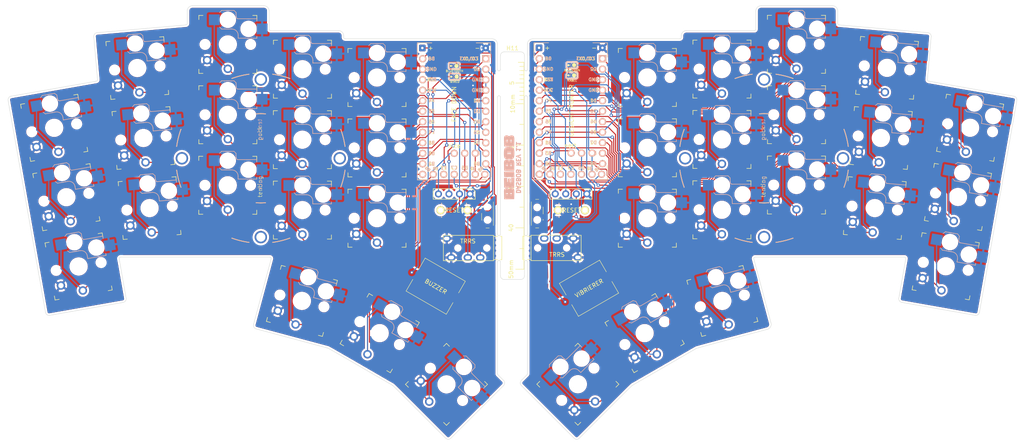
<source format=kicad_pcb>
(kicad_pcb (version 20211014) (generator pcbnew)
  (layers (0 "F.Cu" signal) (31 "B.Cu" signal) (34 "B.Paste" user) (35 "F.Paste" user) (36 "B.SilkS" user "B.Silkscreen") (37 "F.SilkS" user "F.Silkscreen") (38 "B.Mask" user) (39 "F.Mask" user) (44 "Edge.Cuts" user))
  (net 0 "")
  (net 1 "1")
  (net 2 "2")
  (net 3 "GND")
  (net 4 "RST")
  (net 5 "3")
  (net 6 "4")
  (net 7 "5")
  (net 8 "6")
  (net 9 "7")
  (net 10 "8")
  (net 11 "9")
  (net 12 "10")
  (net 13 "11")
  (net 14 "12")
  (net 15 "13")
  (net 16 "14")
  (net 17 "15")
  (net 18 "16")
  (net 19 "17")
  (net 20 "18")
  (net 21 "16a")
  (net 22 "DNG")
  (net 23 "5a")
  (net 24 "4a")
  (net 25 "3a")
  (net 26 "2a")
  (net 27 "1a")
  (net 28 "10a")
  (net 29 "9a")
  (net 30 "8a")
  (net 31 "7a")
  (net 32 "6a")
  (net 33 "15a")
  (net 34 "14a")
  (net 35 "13a")
  (net 36 "12a")
  (net 37 "11a")
  (net 38 "18a")
  (net 39 "17a")
  (net 40 "TSR")
  (net 41 "BAT")
  (net 42 "R1")
  (net 43 "VCC")
  (net 44 "P1")
  (net 46 "SOUND")
  (net 47 "P2")
  (net 48 "1R")
  (net 49 "CVV")
  (net 50 "1P")
  (net 51 "DNUOS")
  (net 52 "2P")
  (net 53 "PWR")
  (net 54 "TAB")
  (net 55 "RWP")
  (net 59 "C7")
  (net 60 "C7a")
  (footprint "Beibob:Kailh_socket_PG1350_optional" (layer "F.Cu") (at 65.435861 75.631509 5)
    (fp_text reference "SW12")
    (fp_text value "SW_Push")
  )
  (footprint "Beibob:Kailh_socket_PG1350_optional" (layer "F.Cu") (at 137.10254 118.228528 -45)
    (fp_text reference "SW18")
    (fp_text value "SW_Push")
  )
  (footprint "Beibob:Kailh_socket_PG1350_optional" (layer "F.Cu") (at 185.575 44.07)
    (fp_text reference "SW19")
    (fp_text value "SW_Push")
  )
  (footprint "Beibob:Kailh_socket_PG1350_optional" (layer "F.Cu") (at 120.325 78.08)
    (fp_text reference "SW15")
    (fp_text value "SW_Push")
  )
  (footprint "Beibob:SW_SPDT_PCM12" (layer "F.Cu") (at 159.315 76.97 -90)
    (fp_text reference "WWS1")
    (fp_text value "SW_SPDT")
  )
  (footprint "Beibob:Kailh_socket_PG1350_optional" (layer "F.Cu") (at 263.492039 56.218304 -10)
    (fp_text reference "SW23")
    (fp_text value "SW_Push")
  )
  (footprint "Beibob:Kailh_socket_PG1350_optional" (layer "F.Cu") (at 260.559535 72.94609 -10)
    (fp_text reference "SW28")
    (fp_text value "SW_Push")
  )
  (footprint "keebio:JUMPER_SMD_2DUB" (layer "F.Cu") (at 138.9812 41.2446)
    (fp_text reference "JP1")
    (fp_text value "BLUETOOTH")
  )
  (footprint "Beibob:Kailh_socket_PG1350_optional" (layer "F.Cu") (at 102.34 42.07)
    (fp_text reference "SW4")
    (fp_text value "SW_Push")
  )
  (footprint "Beibob:Kailh_socket_PG1350_optional" (layer "F.Cu") (at 120.980127 105.849103 -30)
    (fp_text reference "SW17")
    (fp_text value "SW_Push")
  )
  (footprint "Keebio-Parts.pretty-master:I2C_Breakout" (layer "F.Cu") (at 142.78 72.22 -90)
    (fp_text reference "U3" hide)
    (fp_text value "OLED1")
  )
  (footprint "Keebio-Parts.pretty-master:I2C_Breakout" (layer "F.Cu") (at 170.97 72.2 -90)
    (fp_text reference "U4" hide)
    (fp_text value "OLED2")
  )
  (footprint "Beibob:Kailh_socket_PG1350_optional" (layer "F.Cu") (at 102.203142 98.063577 -15)
    (fp_text reference "SW16")
    (fp_text value "SW_Push" hide)
  )
  (footprint "Keebio-Parts.pretty-master:SinglePad" (layer "F.Cu") (at 141.51 62.39)
    (fp_text reference "H6" hide)
    (fp_text value "MountingHole_Pad" hide)
  )
  (footprint "Beibob:Kailh_socket_PG1350_optional" (layer "F.Cu") (at 240.473961 75.632794 -5)
    (fp_text reference "SW32")
    (fp_text value "SW_Push")
  )
  (footprint "Keebio-Parts.pretty-master:TRRS-PJ-320A" (layer "F.Cu") (at 157.51 85.26 90)
    (fp_text reference "J2")
    (fp_text value "TRRS LEFT")
  )
  (footprint "Beibob:Kailh_socket_PG1350_optional" (layer "F.Cu") (at 185.585 61.06)
    (fp_text reference "SW24")
    (fp_text value "SW_Push")
  )
  (footprint "Beibob:Kailh_socket_PG1350_optional" (layer "F.Cu") (at 184.930127 105.849103 30)
    (fp_text reference "SW35")
    (fp_text value "SW_Push")
  )
  (footprint "Beibob:Tenting_Pucksmol" (layer "F.Cu") (at 92.29 63.6)
    (fp_text reference "puck2")
    (fp_text value "Hole")
  )
  (footprint "Beibob:Tenting_Pucksmol" (layer "F.Cu") (at 213.76 63.6)
    (fp_text reference "puck1")
    (fp_text value "Hole")
  )
  (footprint "Beibob:Kailh_socket_PG1350_optional" (layer "F.Cu") (at 84.325 36.08)
    (fp_text reference "SW3")
    (fp_text value "SW_Push")
  )
  (footprint "Keebio-Parts.pretty-master:breakaway-mousebites" (layer "F.Cu") (at 156.02115 85.29 -90)
    (fp_text reference "H2" hide)
    (fp_text value "Mousebites" hide)
  )
  (footprint "Beibob:SW_ResetSW" (layer "F.Cu") (at 138.93 76.15)
    (fp_text reference "RST1" hide)
    (fp_text value "SW_Push")
  )
  (footprint "Beibob:Kailh_socket_PG1350_optional" (layer "F.Cu") (at 243.433961 41.742794 -5)
    (fp_text reference "SW22")
    (fp_text value "SW_Push")
  )
  (footprint "Keebio-Parts.pretty-master:SinglePad" (layer "F.Cu") (at 138.97 62.39)
    (fp_text reference "H3" hide)
    (fp_text value "MountingHole_Pad" hide)
  )
  (footprint "Beibob:SW_SPDT_PCM12" (layer "F.Cu") (at 146.7 76.99 90)
    (fp_text reference "SWW1")
    (fp_text value "SW_SPDT")
  )
  (footprint "keebio:JUMPER_SMD_2DUB" (layer "F.Cu") (at 139.04 43.85)
    (fp_text reference "JP2")
    (fp_text value "WIRED")
  )
  (footprint "Beibob:Kailh_socket_PG1350_optional" (layer "F.Cu") (at 168.80807 118.19807 45)
    (fp_text reference "SW34")
    (fp_text value "SW_Push")
  )
  (footprint "Beibob:Kailh_socket_PG1350_optional" (layer "F.Cu") (at 203.585 42.05)
    (fp_text reference "SW20")
    (fp_text value "SW_Push")
  )
  (footprint "Beibob:Kailh_socket_PG1350_optional" (layer "F.Cu") (at 203.575 76.05)
    (fp_text reference "SW30")
    (fp_text value "SW_Push")
  )
  (footprint "Beibob:Kailh_socket_PG1350_optional" (layer "F.Cu") (at 45.353207 72.999606 10)
    (fp_text reference "SW6")
    (fp_text value "SW_Push")
  )
  (footprint "Buzzer_Beeper:Buzzer_Mallory_AST1109MLTRQ" (layer "F.Cu") (at 134.5 94.5 -30)
    (fp_text reference "BZ1")
    (fp_text value "Buzzer")
  )
  (footprint "Beibob:Kailh_socket_PG1350_optional" (layer "F.Cu") (at 120.325 61.1)
    (fp_text reference "SW10")
    (fp_text value "SW_Push")
  )
  (footprint "Buzzer_Beeper:Buzzer_Mallory_AST1109MLTRQ" (layer "F.Cu") (at 171.5 95 30)
    (fp_text reference "BZ2")
    (fp_text value "Buzzer")
  )
  (footprint "Beibob:Kailh_socket_PG1350_optional" (layer "F.Cu") (at 63.95 58.7 5)
    (fp_text reference "SW7")
    (fp_text value "SW_Push")
  )
  (footprint "Beibob:Kailh_socket_PG1350_optional" (layer "F.Cu") (at 241.953961 58.692794 -5)
    (fp_text reference "SW27")
    (fp_text value "SW_Push")
  )
  (footprint "keebio:JUMPER_SMD_2DUB" (layer "F.Cu") (at 167.39 41.07)
    (fp_text reference "JP3")
    (fp_text value "BLAUZAHN")
  )
  (footprint "Beibob:Kailh_socket_PG1350_optional" (layer "F.Cu") (at 203.585 59.05)
    (fp_text reference "SW25")
    (fp_text value "SW_Push")
  )
  (footprint "Beibob:Kailh_socket_PG1350_optional" (layer "F.Cu") (at 84.305 70.12)
    (fp_text reference "SW13")
    (fp_text value "SW_Push")
  )
  (footprint "Beibob:Kailh_socket_PG1350_optional" (layer "F.Cu") (at 185.575 78.07)
    (fp_text reference "SW29")
    (fp_text value "SW_Push")
  )
  (footprint "Beibob:SW_ResetSW" (layer "F.Cu") (at 167.27 76.16)
    (fp_text reference "TSR1" hide)
    (fp_text value "SW_Push")
  )
  (footprint "Keebio-Parts.pretty-master:SinglePad" (layer "F.Cu") (at 167.18 62.32)
    (fp_text reference "H4" hide)
    (fp_text value "MountingHole_Pad" hide)
  )
  (footprint "Beibob:Kailh_socket_PG1350_optional" (layer "F.Cu") (at 48.308452 89.740908 10)
    (fp_text reference "SW11")
    (fp_text value "SW_Push")
  )
  (footprint "Beibob:Kailh_socket_PG1350_optional" (layer "F.Cu") (at 42.413207 56.239606 10)
    (fp_text reference "SW1")
    (fp_text value "SW_Push")
  )
  (footprint "Beibob:Kailh_socket_PG1350_optional" (layer "F.Cu") (at 62.47 41.79 5)
    (fp_text reference "SW2")
    (fp_text value "SW_Push")
  )
  (footprint "Keebio-Parts.pretty-master:SinglePad" (layer "F.Cu") (at 144.05 62.39)
    (fp_text reference "H5" hide)
    (fp_text value "MountingHole_Pad" hide)
  )
  (footprint "Keebio-Parts.pretty-master:breakaway-mousebites" (layer "F.Cu") (at 149.52115 45.48 -90)
    (fp_text reference "H10" hide)
    (fp_text value "Mousebites" hide)
  )
  (footprint "Beibob:Kailh_socket_PG1350_optional" (layer "F.Cu") (at 102.315 59.1)
    (fp_text reference "SW9")
    (fp_text value "SW_Push")
  )
  (footprint "Beibob:BAT" (layer "F.Cu") (at 131.27 36.95)
    (fp_text reference "BAT1")
    (fp_text value "Conn_01x02_Male")
  )
  (footprint "Keebio-Parts.pretty-master:TRRS-PJ-320A" (layer "F.Cu") (at 148.45 85.28 -90)
    (fp_text reference "J1")
    (fp_text value "TRRS LEFT")
  )
  (footprint "Keebio-Parts.pretty-master:breakaway-mousebites" (layer "F.Cu") (at 156.03 45.47 -90)
    (fp_text reference "H9" hide)
    (fp_text value "Mousebites" hide)
  )
  (footprint "keebio:JUMPER_SMD_2DUB" (layer "F.Cu") (at 167.3812 43.54)
    (fp_text reference "JP4")
    (fp_text value "KABEL")
  )
  (footprint "Beibob:Kailh_socket_PG1350_optional" (layer "F.Cu") (at 203.682968 98.071038 15)
    (fp_text reference "SW36")
    (fp_text value "SW_Push")
  )
  (footprint "Keebio-Parts.pretty-master:breakaway-mousebites" (layer "F.Cu") (at 149.52 85.28 -90)
    (fp_text reference "H1" hide)
    (fp_text value "Mousebites" hide)
  )
  (footprint "Keebio-Parts.pretty-master:SinglePad" (layer "F.Cu") (at 172.24 62.33)
    (fp_text reference "H7" hide)
    (fp_text value "MountingHole_Pad" hide)
  )
  (footprint "Beibob:Kailh_socket_PG1350_optional" (layer "F.Cu") (at 120.32 44.09)
    (fp_text reference "SW5")
    (fp_text value "SW_Push")
  )
  (footprint "Calibration_Scale:Gauge_50mm_Type1_SilkScreenTop" (layer "F.Cu") (at 155.79199 40.41 -90)
    (fp_text reference "H12")
    (fp_text value "Ruler")
  )
  (footprint "Beibob:BAT" (layer "F.Cu") (at 159.44 36.91)
    (fp_text reference "TAB1")
    (fp_text value "Conn_01x02_Male")
  )
  (footprint "Beibob:Kailh_socket_PG1350_optional" (layer "F.Cu") (at 257.599535 89.69609 -10)
    (fp_text reference "SW33")
    (fp_text value "SW_Push")
  )
  (footprint "Beibob:Kailh_socket_PG1350_optional" (layer "F.Cu") (at 102.32 76.11)
    (fp_text reference "SW14")
    (fp_text value "SW_Push")
  )
  (footprint "Beibob:Kailh_socket_PG1350_optional" (layer "F.Cu") (at 221.575 70.06)
    (fp_text reference "SW31")
    (fp_text value "SW_Push")
  )
  (footprint "MountingHole:MountingHole_2.7mm_M2.5_DIN965" (layer "F.Cu") (at 153.02 40.36)
    (fp_text reference "H11")
    (fp_text value "M3 MountingHole")
  )
  (footprint "Beibob:Kailh_socket_PG1350_optional" (layer "F.Cu") (at 84.325 53.08)
    (fp_text reference "SW8")
    (fp_text value "SW_Push")
  )
  (footprint "Beibob:Kailh_socket_PG1350_optional" (layer "F.Cu") (at 221.585 53.06)
    (fp_text reference "SW26")
    (fp_text value "SW_Push")
  )
  (footprint "Keebio-Parts.pretty-master:SinglePad" (layer "F.Cu") (at 169.7 62.33)
    (fp_text reference "H8" hide)
    (fp_text value "MountingHole_Pad" hide)
  )
  (footprint "Beibob:Kailh_socket_PG1350_optional" (layer "F.Cu") (at 221.575 36.05)
    (fp_text reference "SW21")
    (fp_text value "SW_Push")
  )
  (footprint "Beibob:Elite-C" (layer "B.Cu") (at 138.97 53.51 -90)
    (fp_text reference "U1" hide)
    (fp_text value "Elite-C RIGHT" hide)
  )
  (footprint "Beibob:Elite-C" (layer "B.Cu") (at 167.14 53.48675 -90)
    (fp_text reference "U2" hide)
    (fp_text value "Elite-C LEFT" hide)
  )
  (gr_poly (pts (xy 144.342871 108.876099) (xy 144.353629 108.750938) (xy 144.372403 108.632638) (xy 144.385285 108.576182) (xy 144.400758 108.521585) (xy 144.419018 108.468897) (xy 144.44026 108.418165) (xy 144.464679 108.369437) (xy 144.492473 108.322763) (xy 144.523835 108.27819) (xy 144.558963 108.235765) (xy 144.59805 108.195539) (xy 144.641294 108.157558) (xy 144.68889 108.121872) (xy 144.741033 108.088527) (xy 144.797919 108.057573) (xy 144.859744 108.029057) (xy 144.926703 108.003029) (xy 144.998992 107.979535) (xy 145.076806 107.958625) (xy 145.160342 107.940347) (xy 145.249794 107.924748) (xy 145.34536 107.911877) (xy 145.447233 107.901783) (xy 145.55561 107.894513) (xy 145.670687 107.890115) (xy 145.792658 107.888639) (xy 146.045284 107.895137) (xy 146.163144 107.903298) (xy 146.275502 107.914765) (xy 146.382458 107.929564) (xy 146.484111 107.94772) (xy 146.580561 107.969256) (xy 146.671909 107.994199) (xy 146.758253 108.022572) (xy 146.839695 108.0544) (xy 146.916333 108.089709) (xy 146.988267 108.128522) (xy 147.055597 108.170865) (xy 147.118423 108.216762) (xy 147.176845 108.266238) (xy 147.230963 108.319317) (xy 147.280876 108.376025) (xy 147.326684 108.436387) (xy 147.368487 108.500425) (xy 147.406385 108.568167) (xy 147.440478 108.639636) (xy 147.470865 108.714856) (xy 147.497646 108.793854) (xy 147.520921 108.876653) (xy 147.54079 108.963278) (xy 147.557353 109.053754) (xy 147.580958 109.246357) (xy 147.592535 109.454661) (xy 147.592883 109.678862) (xy 147.542877 111.74412) (xy 145.424279 111.765329) (xy 145.424279 109.977233) (xy 146.579423 109.958897) (xy 146.577463 109.938935) (xy 146.574975 109.919974) (xy 146.57189 109.90199) (xy 146.568139 109.884959) (xy 146.563653 109.868858) (xy 146.558363 109.853661) (xy 146.552201 109.839345) (xy 146.545096 109.825886) (xy 146.536981 109.81326) (xy 146.527785 109.801442) (xy 146.517441 109.790408) (xy 146.505879 109.780135) (xy 146.49303 109.770598) (xy 146.478826 109.761773) (xy 146.463196 109.753636) (xy 146.446073 109.746163) (xy 146.427388 109.739329) (xy 146.40707 109.733111) (xy 146.385052 109.727485) (xy 146.361265 109.722426) (xy 146.335638 109.71791) (xy 146.308104 109.713914) (xy 146.278594 109.710412) (xy 146.247038 109.707382) (xy 146.213368 109.704798) (xy 146.177514 109.702637) (xy 146.098979 109.699487) (xy 146.010883 109.697738) (xy 145.912673 109.697198) (xy 145.844284 109.697651) (xy 145.782094 109.699181) (xy 145.725857 109.702044) (xy 145.675326 109.706496) (xy 145.630255 109.712795) (xy 145.590397 109.721195) (xy 145.555505 109.731955) (xy 145.539845 109.738299) (xy 145.525333 109.745329) (xy 145.51194 109.753077) (xy 145.499635 109.761575) (xy 145.488386 109.770855) (xy 145.478163 109.780949) (xy 145.468934 109.791889) (xy 145.460671 109.803707) (xy 145.45334 109.816435) (xy 145.446912 109.830105) (xy 145.441356 109.84475) (xy 145.43664 109.860401) (xy 145.432735 109.87709) (xy 145.429608 109.89485) (xy 145.42557 109.933708) (xy 145.424279 109.977233) (xy 145.424279 111.765329) (xy 144.379148 111.775791) (xy 144.339143 109.145462) (xy 144.338564 109.007736)) (layer "F.Cu") (width 0.063) (fill solid))
  (gr_poly (pts (xy 144.349809 98.130581) (xy 144.360417 97.983958) (xy 144.377169 97.849859) (xy 144.400367 97.728017) (xy 144.430313 97.618166) (xy 144.447912 97.567654) (xy 144.467312 97.520041) (xy 144.48855 97.475292) (xy 144.511665 97.433374) (xy 144.536694 97.394255) (xy 144.563675 97.357901) (xy 144.592646 97.324278) (xy 144.623645 97.293354) (xy 144.65671 97.265094) (xy 144.691878 97.239467) (xy 144.729187 97.216438) (xy 144.768676 97.195975) (xy 144.810382 97.178044) (xy 144.854343 97.162611) (xy 144.900596 97.149644) (xy 144.94918 97.139109) (xy 145.053492 97.125203) (xy 145.16758 97.120627) (xy 145.259976 97.121977) (xy 145.345509 97.126038) (xy 145.424542 97.132823) (xy 145.497439 97.142349) (xy 145.564564 97.154628) (xy 145.62628 97.169676) (xy 145.682952 97.187508) (xy 145.734943 97.208138) (xy 145.782617 97.231581) (xy 145.826338 97.257852) (xy 145.866469 97.286964) (xy 145.903375 97.318933) (xy 145.93742 97.353774) (xy 145.968966 97.391501) (xy 145.998378 97.432128) (xy 146.026021 97.475671) (xy 146.055204 97.426797) (xy 146.084856 97.381978) (xy 146.099968 97.36105) (xy 146.115329 97.34109) (xy 146.130982 97.322082) (xy 146.146973 97.304009) (xy 146.163345 97.286857) (xy 146.180141 97.27061) (xy 146.197407 97.255252) (xy 146.215185 97.240769) (xy 146.23352 97.227143) (xy 146.252455 97.21436) (xy 146.272035 97.202404) (xy 146.292304 97.19126) (xy 146.313305 97.180912) (xy 146.335083 97.171344) (xy 146.357681 97.162542) (xy 146.381143 97.154488) (xy 146.405514 97.147168) (xy 146.430837 97.140566) (xy 146.457156 97.134667) (xy 146.484515 97.129455) (xy 146.512959 97.124915) (xy 146.542531 97.12103) (xy 146.573274 97.117786) (xy 146.605234 97.115166) (xy 146.672977 97.111739) (xy 146.746111 97.110625) (xy 146.811961 97.112009) (xy 146.874544 97.116134) (xy 146.933933 97.122957) (xy 146.9902 97.132434) (xy 147.043419 97.144522) (xy 147.093663 97.159179) (xy 147.141003 97.176361) (xy 147.185514 97.196026) (xy 147.227269 97.21813) (xy 147.26634 97.24263) (xy 147.302799 97.269483) (xy 147.336722 97.298646) (xy 147.368179 97.330077) (xy 147.397244 97.363731) (xy 147.42399 97.399567) (xy 147.44849 97.437541) (xy 147.470817 97.477609) (xy 147.491044 97.51973) (xy 147.509243 97.563859) (xy 147.525489 97.609955) (xy 147.539853 97.657973) (xy 147.552408 97.707871) (xy 147.563228 97.759606) (xy 147.572386 97.813135) (xy 147.586005 97.925401) (xy 147.59385 98.044326) (xy 147.596504 98.169565) (xy 147.59455 98.300774) (xy 147.592883 98.300775) (xy 147.526208 100.621064) (xy 146.861125 100.6108) (xy 146.861125 99.010864) (xy 146.867266 98.966834) (xy 146.870638 98.926547) (xy 146.871263 98.907768) (xy 146.871168 98.889878) (xy 146.870344 98.872862) (xy 146.868782 98.856704) (xy 146.866473 98.841388) (xy 146.863408 98.826899) (xy 146.859577 98.813222) (xy 146.854972 98.80034) (xy 146.849583 98.788238) (xy 146.843401 98.776901) (xy 146.836416 98.766312) (xy 146.828621 98.756458) (xy 146.820005 98.747321) (xy 146.81056 98.738886) (xy 146.800275 98.731138) (xy 146.789143 98.724061) (xy 146.777154 98.71764) (xy 146.764299 98.711859) (xy 146.750568 98.706702) (xy 146.735953 98.702154) (xy 146.720444 98.6982) (xy 146.704033 98.694823) (xy 146.686709 98.692008) (xy 146.668464 98.689741) (xy 146.629175 98.686782) (xy 146.586091 98.685824) (xy 146.554099 98.686236) (xy 146.524947 98.687634) (xy 146.498544 98.690263) (xy 146.486346 98.692115) (xy 146.474801 98.694367) (xy 146.463898 98.697048) (xy 146.453626 98.700189) (xy 146.443973 98.703822) (xy 146.434929 98.707975) (xy 146.426482 98.712681) (xy 146.418621 98.717968) (xy 146.411334 98.723869) (xy 146.40461 98.730413) (xy 146.398438 98.737631) (xy 146.392806 98.745553) (xy 146.387704 98.75421) (xy 146.383119 98.763633) (xy 146.379042 98.773852) (xy 146.375459 98.784897) (xy 146.372361 98.796799) (xy 146.369736 98.809589) (xy 146.367572 98.823297) (xy 146.365858 98.837954) (xy 146.364583 98.85359) (xy 146.363735 98.870235) (xy 146.363278 98.906677) (xy 146.364396 98.947523) (xy 146.362729 98.949189) (xy 146.861125 99.010864) (xy 146.861125 100.6108) (xy 145.132576 100.584122) (xy 145.132576 98.98086) (xy 145.692646 98.95419) (xy 145.687155 98.92415) (xy 145.680603 98.895924) (xy 145.672864 98.86953) (xy 145.663814 98.844984) (xy 145.658758 98.833409) (xy 145.653328 98.822303) (xy 145.647508 98.811668) (xy 145.641282 98.801505) (xy 145.634635 98.791817) (xy 145.627551 98.782606) (xy 145.620015 98.773875) (xy 145.612011 98.765625) (xy 145.603523 98.757858) (xy 145.594536 98.750577) (xy 145.585035 98.743784) (xy 145.575004 98.73748) (xy 145.564427 98.731669) (xy 145.553289 98.726351) (xy 145.541573 98.72153) (xy 145.529266 98.717207) (xy 145.51635 98.713385) (xy 145.502811 98.710066) (xy 145.488633 98.707251) (xy 145.4738 98.704944) (xy 145.458297 98.703145) (xy 145.442108 98.701858) (xy 145.425217 98.701084) (xy 145.40761 98.700825) (xy 145.354619 98.701864) (xy 145.307392 98.704996) (xy 145.285875 98.707353) (xy 145.265719 98.710242) (xy 145.246897 98.713664) (xy 145.229385 98.717624) (xy 145.213154 98.722123) (xy 145.198178 98.727165) (xy 145.184432 98.732752) (xy 145.171887 98.738887) (xy 145.160518 98.745572) (xy 145.150299 98.75281) (xy 145.141202 98.760605) (xy 145.133201 98.768959) (xy 145.126269 98.777874) (xy 145.120381 98.787353) (xy 145.115508 98.7974) (xy 145.111626 98.808016) (xy 145.108707 98.819205) (xy 145.106724 98.830969) (xy 145.105652 98.843312) (xy 145.105463 98.856235) (xy 145.106131 98.869742) (xy 145.10763 98.883835) (xy 145.113013 98.913791) (xy 145.121399 98.946126) (xy 145.132576 98.98086) (xy 145.132576 100.584122) (xy 144.39415 100.572725) (xy 144.345811 98.462462) (xy 144.345041 98.289993)) (layer "F.Cu") (width 0.063) (fill solid))
  (gr_poly (pts (xy 144.347234 102.080853) (xy 144.356359 101.832127) (xy 144.371306 101.606334) (xy 144.391858 101.399703) (xy 144.417802 101.208465) (xy 144.448923 101.02885) (xy 144.485005 100.857087) (xy 144.525833 100.689407) (xy 145.609302 100.894433) (xy 145.610969 100.894431) (xy 145.567917 101.06193) (xy 145.529084 101.236167) (xy 145.494939 101.414194) (xy 145.465951 101.593061) (xy 145.442588 101.769818) (xy 145.425321 101.941516) (xy 145.414616 102.105205) (xy 145.410944 102.257936) (xy 145.411621 102.336275) (xy 145.412526 102.369354) (xy 145.413861 102.398656) (xy 145.415665 102.424393) (xy 145.417976 102.446777) (xy 145.420834 102.466022) (xy 145.424279 102.482338) (xy 145.428348 102.49594) (xy 145.433082 102.507039) (xy 145.438519 102.515847) (xy 145.444698 102.522578) (xy 145.451659 102.527443) (xy 145.459439 102.530655) (xy 145.46808 102.532427) (xy 145.477619 102.53297) (xy 145.482505 102.532881) (xy 145.487174 102.53257) (xy 145.491643 102.53197) (xy 145.495928 102.531017) (xy 145.500048 102.529643) (xy 145.504019 102.527784) (xy 145.505953 102.526651) (xy 145.507857 102.525373) (xy 145.509733 102.52394) (xy 145.511581 102.522344) (xy 145.513406 102.520577) (xy 145.515208 102.518631) (xy 145.51699 102.516498) (xy 145.518754 102.514169) (xy 145.522236 102.508891) (xy 145.525672 102.502732) (xy 145.529078 102.495625) (xy 145.532473 102.487505) (xy 145.535872 102.478306) (xy 145.539293 102.467962) (xy 145.542754 102.456407) (xy 145.54627 102.443574) (xy 145.54986 102.429399) (xy 145.55354 102.413815) (xy 145.557327 102.396756) (xy 145.561239 102.378156) (xy 145.565293 102.35795) (xy 145.569505 102.336071) (xy 145.573894 102.312453) (xy 145.578475 102.287031) (xy 145.588284 102.230511) (xy 145.59907 102.165981) (xy 145.610969 102.092915) (xy 145.647778 101.881865) (xy 145.683774 101.694129) (xy 145.719824 101.528367) (xy 145.756794 101.383243) (xy 145.795552 101.257419) (xy 145.836964 101.149556) (xy 145.881897 101.058315) (xy 145.905954 101.018511) (xy 145.931217 100.98236) (xy 145.957794 100.949696) (xy 145.985792 100.920352) (xy 146.015321 100.89416) (xy 146.046489 100.870953) (xy 146.079403 100.850564) (xy 146.114173 100.832825) (xy 146.150907 100.817569) (xy 146.189713 100.80463) (xy 146.273974 100.785029) (xy 146.367824 100.772686) (xy 146.47213 100.766261) (xy 146.587758 100.764416) (xy 146.660605 100.765363) (xy 146.730111 100.768297) (xy 146.796344 100.773362) (xy 146.85937 100.780698) (xy 146.919258 100.790447) (xy 146.976074 100.802752) (xy 147.029886 100.817755) (xy 147.080762 100.835597) (xy 147.128769 100.85642) (xy 147.173974 100.880367) (xy 147.216445 100.907579) (xy 147.256249 100.938197) (xy 147.293455 100.972365) (xy 147.328128 101.010224) (xy 147.360337 101.051916) (xy 147.39015 101.097583) (xy 147.417633 101.147366) (xy 147.442854 101.201408) (xy 147.46588 101.25985) (xy 147.48678 101.322835) (xy 147.505619 101.390505) (xy 147.522467 101.463) (xy 147.53739 101.540464) (xy 147.550456 101.623039) (xy 147.561732 101.710865) (xy 147.571286 101.804085) (xy 147.585496 102.007276) (xy 147.593627 102.233746) (xy 147.596217 102.484631) (xy 147.592502 102.701605) (xy 147.581502 102.928697) (xy 147.56343 103.160243) (xy 147.538502 103.390577) (xy 147.506932 103.614036) (xy 147.468936 103.824954) (xy 147.447595 103.92394) (xy 147.424728 104.017667) (xy 147.400361 104.105426) (xy 147.374523 104.18651) (xy 146.384399 104.101499) (xy 146.441297 103.923945) (xy 146.494855 103.73088) (xy 146.543764 103.527268) (xy 146.586716 103.318069) (xy 146.622401 103.108244) (xy 146.64951 102.902756) (xy 146.65944 102.803189) (xy 146.666736 102.706566) (xy 146.671233 102.613509) (xy 146.672768 102.524636) (xy 146.672513 102.507025) (xy 146.671739 102.491028) (xy 146.670439 102.47658) (xy 146.668601 102.463613) (xy 146.666216 102.452062) (xy 146.663275 102.441862) (xy 146.659767 102.432946) (xy 146.657797 102.428949) (xy 146.655683 102.425249) (xy 146.653421 102.421836) (xy 146.651013 102.418704) (xy 146.648455 102.415843) (xy 146.645747 102.413245) (xy 146.642887 102.410903) (xy 146.639875 102.408807) (xy 146.636709 102.406951) (xy 146.633388 102.405324) (xy 146.629911 102.40392) (xy 146.626276 102.40273) (xy 146.61853 102.400958) (xy 146.610138 102.399944) (xy 146.601092 102.39962) (xy 146.59545 102.399756) (xy 146.590079 102.400179) (xy 146.584966 102.400911) (xy 146.5801 102.401977) (xy 146.575469 102.4034) (xy 146.571059 102.405202) (xy 146.56686 102.407407) (xy 146.562859 102.410038) (xy 146.559043 102.413119) (xy 146.5554 102.416672) (xy 146.551918 102.42072) (xy 146.548586 102.425288) (xy 146.54539 102.430397) (xy 146.542319 102.436072) (xy 146.53936 102.442335) (xy 146.536501 102.44921) (xy 146.53373 102.45672) (xy 146.531035 102.464887) (xy 146.528403 102.473736) (xy 146.525823 102.48329) (xy 146.523281 102.493571) (xy 146.520767 102.504603) (xy 146.518267 102.516408) (xy 146.515769 102.529012) (xy 146.510733 102.556702) (xy 146.50556 102.58786) (xy 146.500152 102.622671) (xy 146.494412 102.66132) (xy 146.457989 102.889493) (xy 146.421252 103.093568) (xy 146.383305 103.274836) (xy 146.343248 103.434593) (xy 146.300182 103.574133) (xy 146.25321 103.694749) (xy 146.227979 103.748366) (xy 146.201433 103.797737) (xy 146.173462 103.843024) (xy 146.143952 103.884389) (xy 146.112792 103.921994) (xy 146.079868 103.956) (xy 146.04507 103.98657) (xy 146.008284 104.013865) (xy 145.969398 104.038046) (xy 145.9283 104.059276) (xy 145.884878 104.077717) (xy 145.839018 104.093529) (xy 145.73954 104.117918) (xy 145.628966 104.133736) (xy 145.506398 104.142278) (xy 145.370939 104.144838) (xy 145.291732 104.144026) (xy 145.216567 104.140885) (xy 145.145343 104.135292) (xy 145.077959 104.127124) (xy 145.014317 104.116259) (xy 144.954315 104.102575) (xy 144.897853 104.08595) (xy 144.844831 104.06626) (xy 144.79515 104.043384) (xy 144.748709 104.017199) (xy 144.705409 103.987583) (xy 144.665148 103.954414) (xy 144.627826 103.917568) (xy 144.593345 103.876924) (xy 144.561603 103.832359) (xy 144.532501 103.783751) (xy 144.505938 103.730978) (xy 144.481814 103.673916) (xy 144.46003 103.612444) (xy 144.440484 103.54644) (xy 144.423078 103.47578) (xy 144.40771 103.400343) (xy 144.394281 103.320006) (xy 144.38269 103.234646) (xy 144.372839 103.144142) (xy 144.364625 103.048371) (xy 144.352713 102.840538) (xy 144.346153 102.610167) (xy 144.344144 102.356281)) (layer "F.Cu") (width 0.063) (fill solid))
  (gr_poly (pts (xy 144.402485 105.04495) (xy 147.561213 104.148172) (xy 147.694429 105.78673) (xy 147.232838 105.858385) (xy 147.277844 106.373449) (xy 147.576215 106.42679) (xy 147.50954 107.976983) (xy 146.614428 107.792046) (xy 146.614428 106.248434) (xy 146.579423 105.960065) (xy 145.735985 106.088414) (xy 145.734318 106.088414) (xy 146.614428 106.248434) (xy 146.614428 107.792046) (xy 144.330809 107.320235)) (layer "F.Cu") (width 0.063) (fill solid))
  (gr_poly (pts (xy 161.55497 96.242184) (xy 158.396242 97.138962) (xy 158.263026 95.500404) (xy 158.724617 95.428749) (xy 158.679611 94.913685) (xy 158.38124 94.860344) (xy 158.447915 93.310151) (xy 159.343027 93.495088) (xy 159.343027 95.0387) (xy 159.378032 95.327069) (xy 160.22147 95.19872) (xy 160.223137 95.19872) (xy 159.343027 95.0387) (xy 159.343027 93.495088) (xy 161.626646 93.966899)) (layer "F.Cu") (width 0.063) (fill solid))
  (gr_poly (pts (xy 161.622462 106.662329) (xy 161.609193 106.871106) (xy 161.585761 107.061976) (xy 161.569897 107.150858) (xy 161.55109 107.235458) (xy 161.529203 107.315841) (xy 161.504103 107.392073) (xy 161.475654 107.464218) (xy 161.443723 107.532341) (xy 161.408174 107.596507) (xy 161.368873 107.656781) (xy 161.325686 107.713229) (xy 161.278478 107.765915) (xy 161.227113 107.814904) (xy 161.171459 107.860262) (xy 161.111379 107.902052) (xy 161.04674 107.940341) (xy 160.977406 107.975193) (xy 160.903244 108.006674) (xy 160.824118 108.034848) (xy 160.739895 108.05978) (xy 160.650438 108.081535) (xy 160.555615 108.100179) (xy 160.45529 108.115777) (xy 160.349328 108.128392) (xy 160.119958 108.144938) (xy 159.866426 108.150338) (xy 159.633901 108.145795) (xy 159.526781 108.139818) (xy 159.425544 108.131104) (xy 159.330033 108.119456) (xy 159.24009 108.104673) (xy 159.155557 108.086558) (xy 159.076275 108.064911) (xy 159.002087 108.039533) (xy 158.932834 108.010225) (xy 158.868358 107.976788) (xy 158.808501 107.939023) (xy 158.753105 107.896731) (xy 158.702012 107.849713) (xy 158.655064 107.79777) (xy 158.612103 107.740704) (xy 158.57297 107.678314) (xy 158.537508 107.610403) (xy 158.505558 107.53677) (xy 158.476962 107.457218) (xy 158.451563 107.371546) (xy 158.429202 107.279557) (xy 158.40972 107.181051) (xy 158.392961 107.075829) (xy 158.378765 106.963692) (xy 158.366975 106.844441) (xy 158.34998 106.583801) (xy 158.340711 106.292318) (xy 158.337902 105.968399) (xy 158.341949 105.700116) (xy 158.354649 105.460537) (xy 158.376842 105.24809) (xy 158.391762 105.15155) (xy 158.409369 105.061203) (xy 158.42977 104.976853) (xy 158.453069 104.898303) (xy 158.479372 104.825357) (xy 158.508783 104.757819) (xy 158.541407 104.69549) (xy 158.577349 104.638176) (xy 158.616715 104.58568) (xy 158.659609 104.537804) (xy 158.706136 104.494353) (xy 158.756401 104.455129) (xy 158.81051 104.419937) (xy 158.868567 104.388579) (xy 158.930677 104.36086) (xy 158.996946 104.336582) (xy 159.067478 104.31555) (xy 159.142377 104.297565) (xy 159.305702 104.269956) (xy 159.487759 104.252182) (xy 159.689389 104.242671) (xy 159.911432 104.23985) (xy 159.946436 104.240393) (xy 159.946436 106.066746) (xy 159.780813 106.068091) (xy 159.645956 106.072502) (xy 159.589228 106.076035) (xy 159.539188 106.080547) (xy 159.495501 106.086108) (xy 159.457833 106.092791) (xy 159.42585 106.100665) (xy 159.399216 106.109801) (xy 159.377598 106.120271) (xy 159.36066 106.132145) (xy 159.348068 106.145493) (xy 159.339489 106.160387) (xy 159.334586 106.176897) (xy 159.333026 106.195095) (xy 159.333227 106.204461) (xy 159.333909 106.213498) (xy 159.335192 106.222207) (xy 159.337197 106.23059) (xy 159.340042 106.23865) (xy 159.343849 106.246388) (xy 159.348737 106.253807) (xy 159.354826 106.260909) (xy 159.362236 106.267697) (xy 159.371086 106.274171) (xy 159.381498 106.280334) (xy 159.39359 106.286189) (xy 159.407484 106.291738) (xy 159.423297 106.296982) (xy 159.441152 106.301924) (xy 159.461167 106.306566) (xy 159.483463 106.31091) (xy 159.508159 106.314959) (xy 159.535376 106.318713) (xy 159.565233 106.322177) (xy 159.59785 106.325351) (xy 159.633348 106.328237) (xy 159.671846 106.330839) (xy 159.713464 106.333158) (xy 159.758323 106.335196) (xy 159.806541 106.336955) (xy 159.85824 106.338438) (xy 159.913538 106.339646) (xy 159.972557 106.340582) (xy 160.035415 106.341248) (xy 160.173131 106.341779) (xy 160.29802 106.340639) (xy 160.350996 106.339076) (xy 160.398081 106.336726) (xy 160.439589 106.333497) (xy 160.475835 106.329297) (xy 160.507134 106.324032) (xy 160.533801 106.317609) (xy 160.556151 106.309937) (xy 160.5745 106.300921) (xy 160.589161 106.29047) (xy 160.60045 106.27849) (xy 160.608682 106.264889) (xy 160.614172 106.249574) (xy 160.617236 106.232452) (xy 160.618187 106.21343) (xy 160.617939 106.20201) (xy 160.617144 106.191181) (xy 160.615721 106.180927) (xy 160.613593 106.171234) (xy 160.61068 106.162087) (xy 160.606902 106.153471) (xy 160.602182 106.14537) (xy 160.596439 106.13777) (xy 160.589595 106.130656) (xy 160.581571 106.124013) (xy 160.572288 106.117826) (xy 160.561666 106.11208) (xy 160.549627 106.10676) (xy 160.536091 106.101851) (xy 160.52098 106.097339) (xy 160.504214 106.093207) (xy 160.485715 106.089442) (xy 160.465403 106.086028) (xy 160.443199 106.082951) (xy 160.419025 106.080195) (xy 160.3928 106.077745) (xy 160.364447 106.075587) (xy 160.333886 106.073705) (xy 160.301038 106.072085) (xy 160.265824 106.070712) (xy 160.228164 106.06957) (xy 160.145195 106.067921) (xy 160.051496 106.06702) (xy 159.946436 106.066746) (xy 159.946436 104.240393) (xy 160.178192 104.243993) (xy 160.416329 104.257606) (xy 160.525155 104.268517) (xy 160.627416 104.28246) (xy 160.723308 104.299657) (xy 160.813029 104.320328) (xy 160.896774 104.344697) (xy 160.974742 104.372984) (xy 161.047129 104.405411) (xy 161.114131 104.442199) (xy 161.175946 104.483571) (xy 161.23277 104.529747) (xy 161.2848 104.580949) (xy 161.332234 104.637399) (xy 161.375268 104.699319) (xy 161.414099 104.76693) (xy 161.448923 104.840453) (xy 161.479938 104.92011) (xy 161.507341 105.006124) (xy 161.531328 105.098714) (xy 161.552096 105.198104) (xy 161.569842 105.304514) (xy 161.584763 105.418166) (xy 161.597056 105.539282) (xy 161.614545 105.804791) (xy 161.623883 106.102814) (xy 161.626646 106.435124)) (layer "F.Cu") (width 0.063) (fill solid))
  (gr_poly (pts (xy 161.614584 92.411035) (xy 161.603826 92.536196) (xy 161.585052 92.654496) (xy 161.57217 92.710952) (xy 161.556697 92.765549) (xy 161.538437 92.818237) (xy 161.517195 92.868969) (xy 161.492776 92.917697) (xy 161.464982 92.964371) (xy 161.43362 93.008944) (xy 161.398492 93.051369) (xy 161.359405 93.091595) (xy 161.316161 93.129576) (xy 161.268565 93.165262) (xy 161.216422 93.198607) (xy 161.159536 93.229561) (xy 161.097711 93.258077) (xy 161.030752 93.284105) (xy 160.958463 93.307599) (xy 160.880649 93.328509) (xy 160.797113 93.346787) (xy 160.707661 93.362386) (xy 160.612095 93.375257) (xy 160.510222 93.385351) (xy 160.401845 93.392621) (xy 160.286768 93.397019) (xy 160.164797 93.398495) (xy 159.912171 93.391997) (xy 159.794311 93.383836) (xy 159.681953 93.372369) (xy 159.574997 93.35757) (xy 159.473344 93.339414) (xy 159.376894 93.317878) (xy 159.285546 93.292935) (xy 159.199202 93.264562) (xy 159.11776 93.232734) (xy 159.041122 93.197425) (xy 158.969188 93.158612) (xy 158.901858 93.116269) (xy 158.839032 93.070372) (xy 158.78061 93.020896) (xy 158.726492 92.967817) (xy 158.676579 92.911109) (xy 158.630771 92.850747) (xy 158.588968 92.786709) (xy 158.55107 92.718967) (xy 158.516977 92.647498) (xy 158.48659 92.572278) (xy 158.459809 92.49328) (xy 158.436534 92.410481) (xy 158.416665 92.323856) (xy 158.400102 92.23338) (xy 158.376497 92.040777) (xy 158.36492 91.832473) (xy 158.364572 91.608272) (xy 158.414578 89.543014) (xy 160.533176 89.521805) (xy 160.533176 91.309901) (xy 159.378032 91.328237) (xy 159.379992 91.348199) (xy 159.38248 91.36716) (xy 159.385565 91.385144) (xy 159.389316 91.402175) (xy 159.393802 91.418276) (xy 159.399092 91.433473) (xy 159.405254 91.447789) (xy 159.412359 91.461248) (xy 159.420474 91.473874) (xy 159.42967 91.485692) (xy 159.440014 91.496726) (xy 159.451576 91.506999) (xy 159.464425 91.516536) (xy 159.478629 91.525361) (xy 159.494259 91.533498) (xy 159.511382 91.540971) (xy 159.530067 91.547805) (xy 159.550385 91.554023) (xy 159.572403 91.559649) (xy 159.59619 91.564708) (xy 159.621817 91.569224) (xy 159.649351 91.57322) (xy 159.678861 91.576722) (xy 159.710417 91.579752) (xy 159.744087 91.582336) (xy 159.779941 91.584497) (xy 159.858476 91.587647) (xy 159.946572 91.589396) (xy 160.044782 91.589936) (xy 160.113171 91.589483) (xy 160.175361 91.587953) (xy 160.231598 91.58509) (xy 160.282129 91.580638) (xy 160.3272 91.574339) (xy 160.367058 91.565939) (xy 160.40195 91.555179) (xy 160.41761 91.548835) (xy 160.432122 91.541805) (xy 160.445515 91.534057) (xy 160.45782 91.525559) (xy 160.469069 91.516279) (xy 160.479292 91.506185) (xy 160.488521 91.495245) (xy 160.496784 91.483427) (xy 160.504115 91.470699) (xy 160.510543 91.457029) (xy 160.516099 91.442384) (xy 160.520815 91.426733) (xy 160.52472 91.410044) (xy 160.527847 91.392284) (xy 160.531885 91.353426) (xy 160.533176 91.309901) (xy 160.533176 89.521805) (xy 161.578307 89.511343) (xy 161.618312 92.141672) (xy 161.618891 92.279398)) (layer "F.Cu") (width 0.063) (fill solid))
  (gr_poly (pts (xy 161.607646 103.156553) (xy 161.597038 103.303176) (xy 161.580286 103.437275) (xy 161.557088 103.559117) (xy 161.527142 103.668968) (xy 161.509543 103.71948) (xy 161.490143 103.767093) (xy 161.468905 103.811842) (xy 161.44579 103.85376) (xy 161.420761 103.892879) (xy 161.39378 103.929233) (xy 161.364809 103.962856) (xy 161.33381 103.99378) (xy 161.300745 104.02204) (xy 161.265577 104.047667) (xy 161.228268 104.070696) (xy 161.188779 104.091159) (xy 161.147073 104.10909) (xy 161.103112 104.124523) (xy 161.056859 104.13749) (xy 161.008275 104.148025) (xy 160.903963 104.161931) (xy 160.789875 104.166507) (xy 160.697479 104.165157) (xy 160.611946 104.161096) (xy 160.532913 104.154311) (xy 160.460016 104.144785) (xy 160.392891 104.132506) (xy 160.331175 104.117458) (xy 160.274503 104.099626) (xy 160.222512 104.078996) (xy 160.174838 104.055553) (xy 160.131117 104.029282) (xy 160.090986 104.00017) (xy 160.05408 103.968201) (xy 160.020035 103.93336) (xy 159.988489 103.895633) (xy 159.959077 103.855006) (xy 159.931434 103.811463) (xy 159.902251 103.860337) (xy 159.872599 103.905156) (xy 159.857487 103.926084) (xy 159.842126 103.946044) (xy 159.826473 103.965052) (xy 159.810482 103.983125) (xy 159.79411 104.000277) (xy 159.777314 104.016524) (xy 159.760048 104.031882) (xy 159.74227 104.046365) (xy 159.723935 104.059991) (xy 159.705 104.072774) (xy 159.68542 104.08473) (xy 159.665151 104.095874) (xy 159.64415 104.106222) (xy 159.622372 104.11579) (xy 159.599774 104.124592) (xy 159.576312 104.132646) (xy 159.551941 104.139966) (xy 159.526618 104.146568) (xy 159.500299 104.152467) (xy 159.47294 104.157679) (xy 159.444496 104.162219) (xy 159.414924 104.166104) (xy 159.384181 104.169348) (xy 159.352221 104.171968) (xy 159.284478 104.175395) (xy 159.211344 104.176509) (xy 159.145494 104.175125) (xy 159.082911 104.171) (xy 159.023522 104.164177) (xy 158.967255 104.1547) (xy 158.914036 104.142612) (xy 158.863792 104.127955) (xy 158.816452 104.110773) (xy 158.771941 104.091108) (xy 158.730186 104.069004) (xy 158.691115 104.044504) (xy 158.654656 104.017651) (xy 158.620733 103.988488) (xy 158.589276 103.957057) (xy 158.560211 103.923403) (xy 158.533465 103.887567) (xy 158.508965 103.849593) (xy 158.486638 103.809525) (xy 158.466411 103.767404) (xy 158.448212 103.723275) (xy 158.431966 103.677179) (xy 158.417602 103.629161) (xy 158.405047 103.579263) (xy 158.394227 103.527528) (xy 158.385069 103.473999) (xy 158.37145 103.361733) (xy 158.363605 103.242808) (xy 158.360951 103.117569) (xy 158.362905 102.98636) (xy 158.364572 102.986359) (xy 158.431247 100.66607) (xy 159.09633 100.676334) (xy 159.09633 102.27627) (xy 159.090189 102.3203) (xy 159.086817 102.360587) (xy 159.086192 102.379366) (xy 159.086287 102.397256) (xy 159.087111 102.414272) (xy 159.088673 102.43043) (xy 159.090982 102.445746) (xy 159.094047 102.460235) (xy 159.097878 102.473912) (xy 159.102483 102.486794) (xy 159.107872 102.498896) (xy 159.114054 102.510233) (xy 159.121039 102.520822) (xy 159.128834 102.530676) (xy 159.13745 102.539813) (xy 159.146895 102.548248) (xy 159.15718 102.555996) (xy 159.168312 102.563073) (xy 159.180301 102.569494) (xy 159.193156 102.575275) (xy 159.206887 102.580432) (xy 159.221502 102.58498) (xy 159.237011 102.588934) (xy 159.253422 102.592311) (xy 159.270746 102.595126) (xy 159.288991 102.597393) (xy 159.32828 102.600352) (xy 159.371364 102.60131) (xy 159.403356 102.600898) (xy 159.432508 102.5995) (xy 159.458911 102.596871) (xy 159.471109 102.595019) (xy 159.482654 102.592767) (xy 159.493557 102.590086) (xy 159.503829 102.586945) (xy 159.513482 102.583312) (xy 159.522526 102.579159) (xy 159.530973 102.574453) (xy 159.538834 102.569166) (xy 159.546121 102.563265) (xy 159.552845 102.556721) (xy 159.559017 102.549503) (xy 159.564649 102.541581) (xy 159.569751 102.532924) (xy 159.574336 102.523501) (xy 159.578413 102.513282) (xy 159.581996 102.502237) (xy 159.585094 102.490335) (xy 159.587719 102.477545) (xy 159.589883 102.463837) (xy 159.591597 102.44918) (xy 159.592872 102.433544) (xy 159.59372 102.416899) (xy 159.594177 102.380457) (xy 159.593059 102.339611) (xy 159.594726 102.337945) (xy 159.09633 102.27627) (xy 159.09633 100.676334) (xy 160.824879 100.703012) (xy 160.824879 102.306274) (xy 160.264809 102.332944) (xy 160.2703 102.362984) (xy 160.276852 102.39121) (xy 160.284591 102.417604) (xy 160.293641 102.44215) (xy 160.298697 102.453725) (xy 160.304127 102.464831) (xy 160.309947 102.475466) (xy 160.316173 102.485629) (xy 160.32282 102.495317) (xy 160.329904 102.504528) (xy 160.33744 102.513259) (xy 160.345444 102.521509) (xy 160.353932 102.529276) (xy 160.362919 102.536557) (xy 160.37242 102.54335) (xy 160.382451 102.549654) (xy 160.393028 102.555465) (xy 160.404166 102.560783) (xy 160.415882 102.565604) (xy 160.428189 102.569927) (xy 160.441105 102.573749) (xy 160.454644 102.577068) (xy 160.468822 102.579883) (xy 160.483655 102.58219) (xy 160.499158 102.583989) (xy 160.515347 102.585276) (xy 160.532238 102.58605) (xy 160.549845 102.586309) (xy 160.602836 102.58527) (xy 160.650063 102.582138) (xy 160.67158 102.579781) (xy 160.691736 102.576892) (xy 160.710558 102.57347) (xy 160.72807 102.56951) (xy 160.744301 102.565011) (xy 160.759277 102.559969) (xy 160.773023 102.554382) (xy 160.785568 102.548247) (xy 160.796937 102.541562) (xy 160.807156 102.534324) (xy 160.816253 102.526529) (xy 160.824254 102.518175) (xy 160.831186 102.50926) (xy 160.837074 102.499781) (xy 160.841947 102.489734) (xy 160.845829 102.479118) (xy 160.848748 102.467929) (xy 160.850731 102.456165) (xy 160.851803 102.443822) (xy 160.851992 102.430899) (xy 160.851324 102.417392) (xy 160.849825 102.403299) (xy 160.844442 102.373343) (xy 160.836056 102.341008) (xy 160.824879 102.306274) (xy 160.824879 100.703012) (xy 161.563305 100.714409) (xy 161.611644 102.824672) (xy 161.612414 102.997141)) (layer "F.Cu") (width 0.063) (fill solid))
  (gr_poly (pts (xy 144.334993 94.624805) (xy 144.348262 94.416028) (xy 144.371694 94.225158) (xy 144.387558 94.136276) (xy 144.406365 94.051676) (xy 144.428252 93.971293) (xy 144.453352 93.895061) (xy 144.481801 93.822916) (xy 144.513732 93.754793) (xy 144.549281 93.690627) (xy 144.588582 93.630353) (xy 144.631769 93.573905) (xy 144.678977 93.521219) (xy 144.730342 93.47223) (xy 144.785996 93.426872) (xy 144.846076 93.385082) (xy 144.910715 93.346793) (xy 144.980049 93.311941) (xy 145.054211 93.28046) (xy 145.133337 93.252286) (xy 145.21756 93.227354) (xy 145.307017 93.205599) (xy 145.40184 93.186955) (xy 145.502165 93.171357) (xy 145.608127 93.158742) (xy 145.837497 93.142196) (xy 146.091029 93.136796) (xy 146.323554 93.141339) (xy 146.430674 93.147316) (xy 146.531911 93.15603) (xy 146.627422 93.167678) (xy 146.717365 93.182461) (xy 146.801898 93.200576) (xy 146.88118 93.222223) (xy 146.955368 93.247601) (xy 147.024621 93.276909) (xy 147.089097 93.310346) (xy 147.148954 93.348111) (xy 147.20435 93.390403) (xy 147.255443 93.437421) (xy 147.302391 93.489364) (xy 147.345352 93.54643) (xy 147.384485 93.60882) (xy 147.419947 93.676731) (xy 147.451897 93.750364) (xy 147.480493 93.829916) (xy 147.505892 93.915588) (xy 147.528253 94.007577) (xy 147.547735 94.106083) (xy 147.564494 94.211305) (xy 147.57869 94.323442) (xy 147.59048 94.442693) (xy 147.607475 94.703333) (xy 147.616744 94.994816) (xy 147.619553 95.318735) (xy 147.615506 95.587018) (xy 147.602806 95.826597) (xy 147.580613 96.039044) (xy 147.565693 96.135584) (xy 147.548086 96.225931) (xy 147.527685 96.310281) (xy 147.504386 96.388831) (xy 147.478083 96.461777) (xy 147.448672 96.529315) (xy 147.416048 96.591644) (xy 147.380106 96.648958) (xy 147.34074 96.701454) (xy 147.297846 96.74933) (xy 147.251319 96.792781) (xy 147.201054 96.832005) (xy 147.146945 96.867197) (xy 147.088888 96.898555) (xy 147.026778 96.926274) (xy 146.960509 96.950552) (xy 146.889977 96.971584) (xy 146.815078 96.989569) (xy 146.651753 97.017178) (xy 146.469696 97.034952) (xy 146.268066 97.044463) (xy 146.046023 97.047284) (xy 146.011019 97.046741) (xy 146.011019 95.220388) (xy 146.176642 95.219043) (xy 146.311499 95.214632) (xy 146.368227 95.211099) (xy 146.418267 95.206587) (xy 146.461954 95.201026) (xy 146.499622 95.194343) (xy 146.531605 95.186469) (xy 146.558239 95.177333) (xy 146.579857 95.166863) (xy 146.596795 95.154989) (xy 146.609387 95.141641) (xy 146.617966 95.126747) (xy 146.622869 95.110237) (xy 146.624429 95.092039) (xy 146.624228 95.082673) (xy 146.623546 95.073636) (xy 146.622263 95.064927) (xy 146.620258 95.056544) (xy 146.617413 95.048484) (xy 146.613606 95.040746) (xy 146.608718 95.033327) (xy 146.602629 95.026225) (xy 146.595219 95.019437) (xy 146.586369 95.012963) (xy 146.575957 95.0068) (xy 146.563865 95.000945) (xy 146.549971 94.995396) (xy 146.534158 94.990152) (xy 146.516303 94.98521) (xy 146.496288 94.980568) (xy 146.473992 94.976224) (xy 146.449296 94.972175) (xy 146.422079 94.968421) (xy 146.392222 94.964957) (xy 146.359605 94.961783) (xy 146.324107 94.958897) (xy 146.285609 94.956295) (xy 146.243991 94.953976) (xy 146.199132 94.951938) (xy 146.150914 94.950179) (xy 146.099215 94.948696) (xy 146.043917 94.947488) (xy 145.984898 94.946552) (xy 145.92204 94.945886) (xy 145.784324 94.945355) (xy 145.659435 94.946495) (xy 145.606459 94.948058) (xy 145.559374 94.950408) (xy 145.517866 94.953637) (xy 145.48162 94.957837) (xy 145.450321 94.963102) (xy 145.423654 94.969525) (xy 145.401304 94.977197) (xy 145.382955 94.986213) (xy 145.368294 94.996664) (xy 145.357005 95.008644) (xy 145.348773 95.022245) (xy 145.343283 95.03756) (xy 145.340219 95.054682) (xy 145.339268 95.073704) (xy 145.339516 95.085124) (xy 145.340311 95.095953) (xy 145.341734 95.106207) (xy 145.343862 95.1159) (xy 145.346775 95.125047) (xy 145.350553 95.133663) (xy 145.355273 95.141764) (xy 145.361016 95.149364) (xy 145.36786 95.156478) (xy 145.375884 95.163121) (xy 145.385167 95.169308) (xy 145.395789 95.175054) (xy 145.407828 95.180374) (xy 145.421364 95.185283) (xy 145.436475 95.189795) (xy 145.453241 95.193927) (xy 145.47174 95.197692) (xy 145.492052 95.201106) (xy 145.514256 95.204183) (xy 145.53843 95.206939) (xy 145.564655 95.209389) (xy 145.593008 95.211547) (xy 145.623569 95.213429) (xy 145.656417 95.215049) (xy 145.691631 95.216422) (xy 145.729291 95.217564) (xy 145.81226 95.219213) (xy 145.905959 95.220114) (xy 146.011019 95.220388) (xy 146.011019 97.046741) (xy 145.779263 97.043141) (xy 145.541126 97.029528) (xy 145.4323 97.018617) (xy 145.330039 97.004674) (xy 145.234147 96.987477) (xy 145.144426 96.966806) (xy 145.060681 96.942437) (xy 144.982713 96.91415) (xy 144.910326 96.881723) (xy 144.843324 96.844935) (xy 144.781509 96.803563) (xy 144.724685 96.757387) (xy 144.672655 96.706185) (xy 144.625221 96.649735) (xy 144.582187 96.587815) (xy 144.543356 96.520204) (xy 144.508532 96.446681) (xy 144.477517 96.367024) (xy 144.450114 96.28101) (xy 144.426127 96.18842) (xy 144.405359 96.08903) (xy 144.387613 95.98262) (xy 144.372692 95.868968) (xy 144.360399 95.747852) (xy 144.34291 95.482343) (xy 144.333572 95.18432) (xy 144.330809 94.85201)) (layer "F.Cu") (width 0.063) (fill solid))
  (gr_poly (pts (xy 161.607646 110.755835) (xy 161.597038 110.902458) (xy 161.580286 111.036557) (xy 161.557088 111.158398) (xy 161.527142 111.268249) (xy 161.509543 111.318761) (xy 161.490143 111.366374) (xy 161.468905 111.411123) (xy 161.44579 111.453041) (xy 161.420761 111.49216) (xy 161.39378 111.528514) (xy 161.364809 111.562137) (xy 161.33381 111.593061) (xy 161.300745 111.621321) (xy 161.265577 111.646948) (xy 161.228268 111.669977) (xy 161.188779 111.69044) (xy 161.147073 111.708372) (xy 161.103112 111.723804) (xy 161.056859 111.736771) (xy 161.008275 111.747306) (xy 160.903963 111.761212) (xy 160.789875 111.765788) (xy 160.697479 111.764438) (xy 160.611946 111.760377) (xy 160.532913 111.753592) (xy 160.460016 111.744067) (xy 160.392891 111.731787) (xy 160.331175 111.716739) (xy 160.274503 111.698907) (xy 160.222512 111.678277) (xy 160.174838 111.654834) (xy 160.131117 111.628563) (xy 160.090986 111.599451) (xy 160.05408 111.567481) (xy 160.020035 111.532641) (xy 159.988489 111.494914) (xy 159.959077 111.454286) (xy 159.931434 111.410743) (xy 159.902251 111.459618) (xy 159.872599 111.504437) (xy 159.857487 111.525364) (xy 159.842126 111.545325) (xy 159.826473 111.564334) (xy 159.810482 111.582406) (xy 159.79411 111.599558) (xy 159.777314 111.615805) (xy 159.760048 111.631163) (xy 159.74227 111.645647) (xy 159.723935 111.659272) (xy 159.705 111.672055) (xy 159.68542 111.684011) (xy 159.665151 111.695155) (xy 159.64415 111.705503) (xy 159.622372 111.715071) (xy 159.599774 111.723874) (xy 159.576312 111.731928) (xy 159.551941 111.739247) (xy 159.526618 111.745849) (xy 159.500299 111.751748) (xy 159.47294 111.75696) (xy 159.444496 111.761501) (xy 159.414924 111.765385) (xy 159.384181 111.76863) (xy 159.352221 111.771249) (xy 159.284478 111.774676) (xy 159.211344 111.775791) (xy 159.145494 111.774406) (xy 159.082911 111.770281) (xy 159.023522 111.763458) (xy 158.967255 111.753981) (xy 158.914036 111.741893) (xy 158.863792 111.727236) (xy 158.816452 111.710054) (xy 158.771941 111.690389) (xy 158.730186 111.668285) (xy 158.691115 111.643785) (xy 158.654656 111.616932) (xy 158.620733 111.587768) (xy 158.589276 111.556338) (xy 158.560211 111.522683) (xy 158.533465 111.486847) (xy 158.508965 111.448874) (xy 158.486638 111.408805) (xy 158.466411 111.366684) (xy 158.448212 111.322555) (xy 158.431966 111.276459) (xy 158.417602 111.228441) (xy 158.405047 111.178543) (xy 158.394227 111.126808) (xy 158.385069 111.07328) (xy 158.37145 110.961014) (xy 158.363605 110.842089) (xy 158.360951 110.71685) (xy 158.362905 110.585641) (xy 158.364572 110.583976) (xy 158.431247 108.265352) (xy 159.09633 108.275617) (xy 159.09633 109.873887) (xy 159.090189 109.917917) (xy 159.086817 109.958204) (xy 159.086192 109.976983) (xy 159.086287 109.994872) (xy 159.087111 110.011888) (xy 159.088673 110.028046) (xy 159.090982 110.043362) (xy 159.094047 110.057851) (xy 159.097878 110.071528) (xy 159.102483 110.08441) (xy 159.107872 110.096512) (xy 159.114054 110.107849) (xy 159.121039 110.118438) (xy 159.128834 110.128292) (xy 159.13745 110.137429) (xy 159.146895 110.145864) (xy 159.15718 110.153612) (xy 159.168312 110.160689) (xy 159.180301 110.16711) (xy 159.193156 110.172891) (xy 159.206887 110.178048) (xy 159.221502 110.182596) (xy 159.237011 110.18655) (xy 159.253422 110.189927) (xy 159.270746 110.192741) (xy 159.288991 110.195009) (xy 159.32828 110.197967) (xy 159.371364 110.198926) (xy 159.403356 110.198514) (xy 159.432508 110.197116) (xy 159.458911 110.194487) (xy 159.471109 110.192634) (xy 159.482654 110.190383) (xy 159.493557 110.187702) (xy 159.503829 110.18456) (xy 159.513482 110.180928) (xy 159.522526 110.176775) (xy 159.530973 110.172069) (xy 159.538834 110.166782) (xy 159.546121 110.160881) (xy 159.552845 110.154337) (xy 159.559017 110.147119) (xy 159.564649 110.139197) (xy 159.569751 110.13054) (xy 159.574336 110.121117) (xy 159.578413 110.110898) (xy 159.581996 110.099853) (xy 159.585094 110.087951) (xy 159.587719 110.075161) (xy 159.589883 110.061453) (xy 159.591597 110.046797) (xy 159.592872 110.031161) (xy 159.59372 110.014516) (xy 159.594177 109.978074) (xy 159.593059 109.937228) (xy 159.594726 109.935562) (xy 159.09633 109.873887) (xy 159.09633 108.275617) (xy 160.824879 108.302295) (xy 160.824879 109.90389) (xy 160.264809 109.930561) (xy 160.2703 109.960601) (xy 160.276852 109.988826) (xy 160.284591 110.015221) (xy 160.293641 110.039767) (xy 160.298697 110.051341) (xy 160.304127 110.062447) (xy 160.309947 110.073083) (xy 160.316173 110.083245) (xy 160.32282 110.092933) (xy 160.329904 110.102144) (xy 160.33744 110.110875) (xy 160.345444 110.119125) (xy 160.353932 110.126892) (xy 160.362919 110.134173) (xy 160.37242 110.140966) (xy 160.382451 110.14727) (xy 160.393028 110.153081) (xy 160.404166 110.158399) (xy 160.415882 110.16322) (xy 160.428189 110.167542) (xy 160.441105 110.171365) (xy 160.454644 110.174684) (xy 160.468822 110.177499) (xy 160.483655 110.179806) (xy 160.499158 110.181605) (xy 160.515347 110.182892) (xy 160.532238 110.183666) (xy 160.549845 110.183925) (xy 160.602836 110.182886) (xy 160.650063 110.179754) (xy 160.67158 110.177397) (xy 160.691736 110.174508) (xy 160.710558 110.171085) (xy 160.72807 110.167126) (xy 160.744301 110.162626) (xy 160.759277 110.157585) (xy 160.773023 110.151998) (xy 160.785568 110.145863) (xy 160.796937 110.139178) (xy 160.807156 110.131939) (xy 160.816253 110.124145) (xy 160.824254 110.115791) (xy 160.831186 110.106876) (xy 160.837074 110.097397) (xy 160.841947 110.08735) (xy 160.845829 110.076734) (xy 160.848748 110.065545) (xy 160.850731 110.05378) (xy 160.851803 110.041438) (xy 160.851992 110.028515) (xy 160.851324 110.015008) (xy 160.849825 110.000915) (xy 160.844442 109.970959) (xy 160.836056 109.938624) (xy 160.824879 109.90389) (xy 160.824879 108.302295) (xy 161.563305 108.313691) (xy 161.611644 110.423955) (xy 161.612414 110.596423)) (layer "F.Cu") (width 0.063) (fill solid))
  (gr_poly (pts (xy 158.262892 95.500424) (xy 158.262892 95.498758) (xy 158.263026 95.500404)) (layer "F.Cu") (width 0.063) (fill solid))
  (gr_poly (pts (xy 144.349809 90.531299) (xy 144.360417 90.384676) (xy 144.377169 90.250577) (xy 144.400367 90.128736) (xy 144.430313 90.018885) (xy 144.447912 89.968373) (xy 144.467312 89.92076) (xy 144.48855 89.876011) (xy 144.511665 89.834093) (xy 144.536694 89.794974) (xy 144.563675 89.75862) (xy 144.592646 89.724997) (xy 144.623645 89.694073) (xy 144.65671 89.665813) (xy 144.691878 89.640186) (xy 144.729187 89.617157) (xy 144.768676 89.596694) (xy 144.810382 89.578762) (xy 144.854343 89.56333) (xy 144.900596 89.550363) (xy 144.94918 89.539828) (xy 145.053492 89.525922) (xy 145.16758 89.521346) (xy 145.259976 89.522696) (xy 145.345509 89.526757) (xy 145.424542 89.533542) (xy 145.497439 89.543067) (xy 145.564564 89.555347) (xy 145.62628 89.570395) (xy 145.682952 89.588227) (xy 145.734943 89.608857) (xy 145.782617 89.6323) (xy 145.826338 89.658571) (xy 145.866469 89.687683) (xy 145.903375 89.719653) (xy 145.93742 89.754493) (xy 145.968966 89.79222) (xy 145.998378 89.832848) (xy 146.026021 89.876391) (xy 146.055204 89.827516) (xy 146.084856 89.782697) (xy 146.099968 89.76177) (xy 146.115329 89.741809) (xy 146.130982 89.7228) (xy 146.146973 89.704728) (xy 146.163345 89.687576) (xy 146.180141 89.671329) (xy 146.197407 89.655971) (xy 146.215185 89.641487) (xy 146.23352 89.627862) (xy 146.252455 89.615079) (xy 146.272035 89.603123) (xy 146.292304 89.591979) (xy 146.313305 89.581631) (xy 146.335083 89.572063) (xy 146.357681 89.56326) (xy 146.381143 89.555206) (xy 146.405514 89.547887) (xy 146.430837 89.541285) (xy 146.457156 89.535386) (xy 146.484515 89.530174) (xy 146.512959 89.525633) (xy 146.542531 89.521749) (xy 146.573274 89.518504) (xy 146.605234 89.515885) (xy 146.672977 89.512458) (xy 146.746111 89.511343) (xy 146.811961 89.512728) (xy 146.874544 89.516853) (xy 146.933933 89.523676) (xy 146.9902 89.533153) (xy 147.043419 89.545241) (xy 147.093663 89.559898) (xy 147.141003 89.57708) (xy 147.185514 89.596745) (xy 147.227269 89.618849) (xy 147.26634 89.643349) (xy 147.302799 89.670202) (xy 147.336722 89.699366) (xy 147.368179 89.730796) (xy 147.397244 89.764451) (xy 147.42399 89.800287) (xy 147.44849 89.83826) (xy 147.470817 89.878329) (xy 147.491044 89.92045) (xy 147.509243 89.964579) (xy 147.525489 90.010675) (xy 147.539853 90.058693) (xy 147.552408 90.108591) (xy 147.563228 90.160326) (xy 147.572386 90.213854) (xy 147.586005 90.32612) (xy 147.59385 90.445045) (xy 147.596504 90.570284) (xy 147.59455 90.701493) (xy 147.592883 90.703158) (xy 147.526208 93.021782) (xy 146.861125 93.011517) (xy 146.861125 91.413247) (xy 146.867266 91.369217) (xy 146.870638 91.32893) (xy 146.871263 91.310151) (xy 146.871168 91.292262) (xy 146.870344 91.275246) (xy 146.868782 91.259088) (xy 146.866473 91.243772) (xy 146.863408 91.229283) (xy 146.859577 91.215606) (xy 146.854972 91.202724) (xy 146.849583 91.190622) (xy 146.843401 91.179285) (xy 146.836416 91.168696) (xy 146.828621 91.158842) (xy 146.820005 91.149705) (xy 146.81056 91.14127) (xy 146.800275 91.133522) (xy 146.789143 91.126445) (xy 146.777154 91.120024) (xy 146.764299 91.114243) (xy 146.750568 91.109086) (xy 146.735953 91.104538) (xy 146.720444 91.100584) (xy 146.704033 91.097207) (xy 146.686709 91.094393) (xy 146.668464 91.092125) (xy 146.629175 91.089167) (xy 146.586091 91.088208) (xy 146.554099 91.08862) (xy 146.524947 91.090018) (xy 146.498544 91.092647) (xy 146.486346 91.0945) (xy 146.474801 91.096751) (xy 146.463898 91.099432) (xy 146.453626 91.102574) (xy 146.443973 91.106206) (xy 146.434929 91.110359) (xy 146.426482 91.115065) (xy 146.418621 91.120352) (xy 146.411334 91.126253) (xy 146.40461 91.132797) (xy 146.398438 91.140015) (xy 146.392806 91.147937) (xy 146.387704 91.156594) (xy 146.383119 91.166017) (xy 146.379042 91.176236) (xy 146.375459 91.187281) (xy 146.372361 91.199183) (xy 146.369736 91.211973) (xy 146.367572 91.225681) (xy 146.365858 91.240337) (xy 146.364583 91.255973) (xy 146.363735 91.272618) (xy 146.363278 91.30906) (xy 146.364396 91.349906) (xy 146.362729 91.351572) (xy 146.861125 91.413247) (xy 146.861125 93.011517) (xy 145.132576 92.984839) (xy 145.132576 91.383244) (xy 145.692646 91.356573) (xy 145.687155 91.326533) (xy 145.680603 91.298308) (xy 145.672864 91.271913) (xy 145.663814 91.247367) (xy 145.658758 91.235793) (xy 145.653328 91.224687) (xy 145.647508 91.214051) (xy 145.641282 91.203889) (xy 145.634635 91.194201) (xy 145.627551 91.18499) (xy 145.620015 91.176259) (xy 145.612011 91.168009) (xy 145.603523 91.160242) (xy 145.594536 91.152961) (xy 145.585035 91.146168) (xy 145.575004 91.139864) (xy 145.564427 91.134053) (xy 145.553289 91.128735) (xy 145.541573 91.123914) (xy 145.529266 91.119592) (xy 145.51635 91.115769) (xy 145.502811 91.11245) (xy 145.488633 91.109635) (xy 145.4738 91.107328) (xy 145.458297 91.105529) (xy 145.442108 91.104242) (xy 145.425217 91.103468) (xy 145.40761 91.103209) (xy 145.354619 91.104248) (xy 145.307392 91.10738) (xy 145.285875 91.109737) (xy 145.265719 91.112626) (xy 145.246897 91.116049) (xy 145.229385 91.120008) (xy 145.213154 91.124508) (xy 145.198178 91.129549) (xy 145.184432 91.135136) (xy 145.171887 91.141271) (xy 145.160518 91.147956) (xy 145.150299 91.155195) (xy 145.141202 91.162989) (xy 145.133201 91.171343) (xy 145.126269 91.180258) (xy 145.120381 91.189737) (xy 145.115508 91.199784) (xy 145.111626 91.2104) (xy 145.108707 91.221589) (xy 145.106724 91.233354) (xy 145.105652 91.245696) (xy 145.105463 91.258619) (xy 145.106131 91.272126) (xy 145.10763 91.286219) (xy 145.113013 91.316175) (xy 145.121399 91.34851) (xy 145.132576 91.383244) (xy 145.132576 92.984839) (xy 144.39415 92.973443) (xy 144.345811 90.863179) (xy 144.345041 90.690711)) (layer "F.Cu") (width 0.063) (fill solid))
  (gr_poly (pts (xy 161.610221 99.206281) (xy 161.601096 99.455007) (xy 161.586149 99.6808) (xy 161.565597 99.887431) (xy 161.539653 100.078669) (xy 161.508532 100.258284) (xy 161.47245 100.430047) (xy 161.431622 100.597727) (xy 160.348153 100.392701) (xy 160.346486 100.392703) (xy 160.389538 100.225204) (xy 160.428371 100.050967) (xy 160.462516 99.87294) (xy 160.491504 99.694073) (xy 160.514867 99.517316) (xy 160.532134 99.345618) (xy 160.542839 99.181929) (xy 160.546511 99.029198) (xy 160.545834 98.950859) (xy 160.544929 98.91778) (xy 160.543594 98.888478) (xy 160.54179 98.862741) (xy 160.539479 98.840357) (xy 160.536621 98.821112) (xy 160.533176 98.804796) (xy 160.529107 98.791194) (xy 160.524373 98.780095) (xy 160.518936 98.771287) (xy 160.512757 98.764556) (xy 160.505796 98.759691) (xy 160.498016 98.756479) (xy 160.489375 98.754707) (xy 160.479836 98.754164) (xy 160.47495 98.754253) (xy 160.470281 98.754564) (xy 160.465812 98.755164) (xy 160.461527 98.756117) (xy 160.457407 98.757491) (xy 160.453436 98.75935) (xy 160.451502 98.760483) (xy 160.449598 98.761761) (xy 160.447722 98.763194) (xy 160.445874 98.76479) (xy 160.444049 98.766557) (xy 160.442247 98.768503) (xy 160.440465 98.770636) (xy 160.438701 98.772965) (xy 160.435219 98.778243) (xy 160.431783 98.784402) (xy 160.428377 98.791509) (xy 160.424982 98.799629) (xy 160.421583 98.808828) (xy 160.418162 98.819172) (xy 160.414701 98.830727) (xy 160.411185 98.84356) (xy 160.407595 98.857735) (xy 160.403915 98.873319) (xy 160.400128 98.890378) (xy 160.396216 98.908978) (xy 160.392162 98.929184) (xy 160.38795 98.951063) (xy 160.383561 98.974681) (xy 160.37898 99.000103) (xy 160.369171 99.056623) (xy 160.358385 99.121153) (xy 160.346486 99.194219) (xy 160.309677 99.405269) (xy 160.273681 99.593005) (xy 160.237631 99.758767) (xy 160.200661 99.903891) (xy 160.161903 100.029715) (xy 160.120491 100.137578) (xy 160.075558 100.228819) (xy 160.051501 100.268623) (xy 160.026238 100.304774) (xy 159.999661 100.337438) (xy 159.971663 100.366782) (xy 159.942134 100.392974) (xy 159.910966 100.416181) (xy 159.878052 100.43657) (xy 159.843282 100.454309) (xy 159.806548 100.469565) (xy 159.767742 100.482504) (xy 159.683481 100.502105) (xy 159.589631 100.514448) (xy 159.485325 100.520873) (xy 159.369697 100.522718) (xy 159.29685 100.521771) (xy 159.227344 100.518837) (xy 159.161111 100.513772) (xy 159.098085 100.506436) (xy 159.038197 100.496687) (xy 158.981381 100.484382) (xy 158.927569 100.469379) (xy 158.876693 100.451537) (xy 158.828686 100.430714) (xy 158.783481 100.406767) (xy 158.74101 100.379555) (xy 158.701206 100.348937) (xy 158.664 100.314769) (xy 158.629327 100.27691) (xy 158.597118 100.235218) (xy 158.567305 100.189551) (xy 158.539822 100.139768) (xy 158.514601 100.085726) (xy 158.491575 100.027284) (xy 158.470675 99.964299) (xy 158.451836 99.896629) (xy 158.434988 99.824134) (xy 158.420065 99.74667) (xy 158.406999 99.664095) (xy 158.395723 99.576269) (xy 158.386169 99.483049) (xy 158.371959 99.279858) (xy 158.363828 99.053388) (xy 158.361238 98.802503) (xy 158.364953 98.585529) (xy 158.375953 98.358437) (xy 158.394025 98.126891) (xy 158.418953 97.896557) (xy 158.450523 97.673098) (xy 158.488519 97.46218) (xy 158.50986 97.363194) (xy 158.532727 97.269467) (xy 158.557094 97.181708) (xy 158.582932 97.100624) (xy 159.573056 97.185635) (xy 159.516158 97.363189) (xy 159.4626 97.556254) (xy 159.413691 97.759866) (xy 159.370739 97.969065) (xy 159.335054 98.17889) (xy 159.307945 98.384378) (xy 159.298015 98.483945) (xy 159.290719 98.580568) (xy 159.286222 98.673625) (xy 159.284687 98.762498) (xy 159.284942 98.780109) (xy 159.285716 98.796106) (xy 159.287016 98.810554) (xy 159.288854 98.823521) (xy 159.291239 98.835072) (xy 159.29418 98.845272) (xy 159.297688 98.854188) (xy 159.299658 98.858185) (xy 159.301772 98.861885) (xy 159.304034 98.865298) (xy 159.306442 98.86843) (xy 159.309 98.871291) (xy 159.311708 98.873889) (xy 159.314568 98.876231) (xy 159.31758 98.878327) (xy 159.320746 98.880183) (xy 159.324067 98.88181) (xy 159.327544 98.883214) (xy 159.331179 98.884404) (xy 159.338925 98.886176) (xy 159.347317 98.88719) (xy 159.356363 98.887514) (xy 159.362005 98.887378) (xy 159.367376 98.886955) (xy 159.372489 98.886223) (xy 159.377355 98.885157) (xy 159.381986 98.883734) (xy 159.386396 98.881932) (xy 159.390595 98.879727) (xy 159.394596 98.877096) (xy 159.398412 98.874015) (xy 159.402055 98.870462) (xy 159.405537 98.866414) (xy 159.408869 98.861846) (xy 159.412065 98.856737) (xy 159.415136 98.851062) (xy 159.418095 98.844799) (xy 159.420954 98.837924) (xy 159.423725 98.830414) (xy 159.42642 98.822247) (xy 159.429052 98.813398) (xy 159.431632 98.803844) (xy 159.434174 98.793563) (xy 159.436688 98.782531) (xy 159.439188 98.770726) (xy 159.441686 98.758122) (xy 159.446722 98.730432) (xy 159.451895 98.699274) (xy 159.457303 98.664463) (xy 159.463043 98.625814) (xy 159.499466 98.397641) (xy 159.536203 98.193566) (xy 159.57415 98.012298) (xy 159.614207 97.852541) (xy 159.657273 97.713001) (xy 159.704245 97.592385) (xy 159.729476 97.538768) (xy 159.756022 97.489397) (xy 159.783993 97.44411) (xy 159.813503 97.402745) (xy 159.844663 97.36514) (xy 159.877587 97.331134) (xy 159.912385 97.300564) (xy 159.949171 97.273269) (xy 159.988057 97.249088) (xy 160.029155 97.227858) (xy 160.072577 97.209417) (xy 160.118437 97.193605) (xy 160.217915 97.169216) (xy 160.328489 97.153398) (xy 160.451057 97.144856) (xy 160.586516 97.142296) (xy 160.665723 97.143108) (xy 160.740888 97.146249) (xy 160.812112 97.151842) (xy 160.879496 97.16001) (xy 160.943138 97.170875) (xy 161.00314 97.184559) (xy 161.059602 97.201184) (xy 161.112624 97.220874) (xy 161.162305 97.24375) (xy 161.208746 97.269935) (xy 161.252046 97.299551) (xy 161.292307 97.33272) (xy 161.329629 97.369566) (xy 161.36411 97.41021) (xy 161.395852 97.454775) (xy 161.424954 97.503383) (xy 161.451517 97.556156) (xy 161.475641 97.613218) (xy 161.497425 97.67469) (xy 161.516971 97.740694) (xy 161.534377 97.811354) (xy 161.549745 97.886791) (xy 161.563174 97.967128) (xy 161.574765 98.052488) (xy 161.584616 98.142992) (xy 161.59283 98.238763) (xy 161.604742 98.446596) (xy 161.611302 98.676967) (xy 161.613311 98.930853)) (layer "F.Cu") (width 0.063) (fill solid))
  (gr_poly (pts (xy 147.694563 105.78671) (xy 147.694563 105.788376) (xy 147.694429 105.78673)) (layer "F.Cu") (width 0.063) (fill solid))
  (gr_poly (pts (xy 153.479744 58.849046) (xy 153.471515 58.735795) (xy 153.458556 58.632222) (xy 153.440631 58.538118) (xy 153.417503 58.453279) (xy 153.403914 58.41427) (xy 153.388935 58.377499) (xy 153.372538 58.342941) (xy 153.354693 58.31057) (xy 153.33537 58.280361) (xy 153.314539 58.252287) (xy 153.292172 58.226324) (xy 153.268238 58.202445) (xy 153.242709 58.180624) (xy 153.215554 58.160836) (xy 153.186744 58.143054) (xy 153.156249 58.127254) (xy 153.124041 58.113409) (xy 153.090089 58.101494) (xy 153.054364 58.091483) (xy 153.016837 58.083349) (xy 152.936256 58.072613) (xy 152.848112 58.069081) (xy 152.786357 58.069858) (xy 152.728549 58.072196) (xy 152.674511 58.0761) (xy 152.624066 58.081577) (xy 152.577036 58.088634) (xy 152.533245 58.097276) (xy 152.492516 58.107511) (xy 152.45467 58.119345) (xy 152.419531 58.132784) (xy 152.386921 58.147836) (xy 152.356664 58.164506) (xy 152.328583 58.182801) (xy 152.302499 58.202727) (xy 152.278236 58.224292) (xy 152.255617 58.247501) (xy 152.234464 58.272361) (xy 152.23207 58.275184) (xy 152.229554 58.277821) (xy 152.226923 58.28027) (xy 152.224186 58.282533) (xy 152.221351 58.284609) (xy 152.218428 58.286498) (xy 152.215424 58.288201) (xy 152.212349 58.289716) (xy 152.209211 58.291045) (xy 152.206018 58.292187) (xy 152.202779 58.293143) (xy 152.199503 58.293912) (xy 152.196197 58.294494) (xy 152.192872 58.294889) (xy 152.189534 58.295099) (xy 152.186194 58.295121) (xy 152.182859 58.294957) (xy 152.179537 58.294607) (xy 152.176238 58.29407) (xy 152.172971 58.293346) (xy 152.169742 58.292437) (xy 152.166562 58.291341) (xy 152.163439 58.290058) (xy 152.160381 58.28859) (xy 152.157397 58.286935) (xy 152.154495 58.285094) (xy 152.151684 58.283066) (xy 152.148972 58.280853) (xy 152.146369 58.278453) (xy 152.143882 58.275867) (xy 152.141521 58.273096) (xy 152.139293 58.270138) (xy 152.118736 58.24257) (xy 152.10822 58.229629) (xy 152.097515 58.217241) (xy 152.086599 58.205397) (xy 152.07545 58.194089) (xy 152.064044 58.183308) (xy 152.05236 58.173048) (xy 152.040375 58.163301) (xy 152.028066 58.154057) (xy 152.015411 58.14531) (xy 152.002387 58.137051) (xy 151.988972 58.129272) (xy 151.975143 58.121966) (xy 151.960878 58.115124) (xy 151.946154 58.108739) (xy 151.930948 58.102802) (xy 151.915239 58.097306) (xy 151.899004 58.092243) (xy 151.882219 58.087604) (xy 151.864863 58.083382) (xy 151.846913 58.079569) (xy 151.828346 58.076157) (xy 151.80914 58.073138) (xy 151.768722 58.068247) (xy 151.725476 58.064831) (xy 151.679224 58.062829) (xy 151.629785 58.062176) (xy 151.578943 58.063246) (xy 151.530619 58.066434) (xy 151.484757 58.071707) (xy 151.4413 58.079032) (xy 151.400194 58.088375) (xy 151.361382 58.099703) (xy 151.324809 58.112983) (xy 151.290417 58.128181) (xy 151.258152 58.145264) (xy 151.227958 58.164198) (xy 151.199778 58.184952) (xy 151.173556 58.20749) (xy 151.149237 58.231779) (xy 151.126765 58.257788) (xy 151.106084 58.285481) (xy 151.087138 58.314826) (xy 151.069871 58.34579) (xy 151.054226 58.378339) (xy 151.040149 58.41244) (xy 151.027583 58.448059) (xy 151.016472 58.485164) (xy 151.006761 58.52372) (xy 150.998393 58.563696) (xy 150.991312 58.605056) (xy 150.98079 58.6918) (xy 150.974747 58.783685) (xy 150.972734 58.880446) (xy 150.974306 58.981815) (xy 150.974545 58.981816) (xy 151.024313 60.714809) (xy 151.024477 60.717825) (xy 151.024789 60.720797) (xy 151.025244 60.723721) (xy 151.02584 60.726596) (xy 151.026571 60.729416) (xy 151.027436 60.732179) (xy 151.028429 60.734881) (xy 151.029548 60.737518) (xy 151.030788 60.740087) (xy 151.032146 60.742584) (xy 151.033618 60.745006) (xy 151.0352 60.74735) (xy 151.036889 60.749611) (xy 151.038681 60.751786) (xy 151.040572 60.753873) (xy 151.042559 60.755866) (xy 151.044638 60.757763) (xy 151.046804 60.759561) (xy 151.049056 60.761255) (xy 151.051388 60.762842) (xy 151.053797 60.764319) (xy 151.056279 60.765682) (xy 151.058831 60.766928) (xy 151.061449 60.768053) (xy 151.064129 60.769053) (xy 151.066868 60.769926) (xy 151.069661 60.770667) (xy 151.072506 60.771273) (xy 151.075397 60.77174) (xy 151.078333 60.772066) (xy 151.081308 60.772246) (xy 151.08432 60.772277) (xy 151.593589 60.764329) (xy 151.593589 59.523928) (xy 151.590458 59.523903) (xy 151.587361 59.523714) (xy 151.584304 59.523364) (xy 151.581291 59.522859) (xy 151.578327 59.522201) (xy 151.575417 59.521394) (xy 151.572565 59.520443) (xy 151.569775 59.519351) (xy 151.567052 59.518123) (xy 151.564401 59.516762) (xy 151.561827 59.515272) (xy 151.559333 59.513657) (xy 151.556925 59.51192) (xy 151.554607 59.510067) (xy 151.552384 59.5081) (xy 151.55026 59.506025) (xy 151.548239 59.503843) (xy 151.546327 59.50156) (xy 151.544528 59.49918) (xy 151.542847 59.496706) (xy 151.541287 59.494142) (xy 151.539855 59.491492) (xy 151.538553 59.48876) (xy 151.537388 59.48595) (xy 151.536362 59.483066) (xy 151.535482 59.480112) (xy 151.534752 59.477091) (xy 151.534175 59.474008) (xy 151.533758 59.470867) (xy 151.533503 59.46767) (xy 151.533002 59.454849) (xy 151.532929 59.442558) (xy 151.53329 59.430789) (xy 151.534089 59.419535) (xy 151.535332 59.408787) (xy 151.537022 59.398537) (xy 151.539164 59.388777) (xy 151.541763 59.379498) (xy 151.544825 59.370694) (xy 151.548352 59.362355) (xy 151.552352 59.354474) (xy 151.556827 59.347043) (xy 151.561782 59.340053) (xy 151.567223 59.333496) (xy 151.573155 59.327364) (xy 151.579581 59.32165) (xy 151.586506 59.316345) (xy 151.593936 59.31144) (xy 151.601874 59.306929) (xy 151.610327 59.302802) (xy 151.619297 59.299052) (xy 151.628791 59.29567) (xy 151.638812 59.292649) (xy 151.649366 59.289981) (xy 151.660457 59.287656) (xy 151.67209 59.285668) (xy 151.68427 59.284008) (xy 151.697 59.282668) (xy 151.724135 59.280915) (xy 151.753531 59.280345) (xy 151.775511 59.28059) (xy 151.795763 59.281413) (xy 151.814338 59.282948) (xy 151.831284 59.28533) (xy 151.839161 59.28688) (xy 151.84665 59.288691) (xy 151.853756 59.290781) (xy 151.860486 59.293167) (xy 151.866846 59.295864) (xy 151.872842 59.298889) (xy 151.878479 59.302261) (xy 151.883765 59.305994) (xy 151.888706 59.310106) (xy 151.893307 59.314613) (xy 151.897575 59.319533) (xy 151.901516 59.324882) (xy 151.905135 59.330676) (xy 151.908441 59.336933) (xy 151.911437 59.34367) (xy 151.914131 59.350902) (xy 151.916529 59.358646) (xy 151.918637 59.36692) (xy 151.920461 59.375741) (xy 151.922007 59.385124) (xy 151.92429 59.405645) (xy 151.925537 59.428619) (xy 151.925558 59.431463) (xy 151.925444 59.434281) (xy 151.9252 59.437067) (xy 151.924826 59.439819) (xy 151.924327 59.442533) (xy 151.923705 59.445206) (xy 151.922963 59.447835) (xy 151.922103 59.450416) (xy 151.92113 59.452945) (xy 151.920044 59.45542) (xy 151.91885 59.457837) (xy 151.91755 59.460192) (xy 151.916147 59.462483) (xy 151.914644 59.464705) (xy 151.913043 59.466856) (xy 151.911348 59.468931) (xy 151.909561 59.470929) (xy 151.907686 59.472844) (xy 151.905725 59.474675) (xy 151.90368 59.476417) (xy 151.901556 59.478067) (xy 151.899354 59.479621) (xy 151.897077 59.481077) (xy 151.894729 59.482431) (xy 151.892312 59.48368) (xy 151.889829 59.484819) (xy 151.887283 59.485847) (xy 151.884676 59.486759) (xy 151.882012 59.487551) (xy 151.879294 59.488222) (xy 151.876524 59.488766) (xy 151.873705 59.489182) (xy 151.873705 59.48926) (xy 151.59994 59.523471) (xy 151.596752 59.523786) (xy 151.593589 59.523928) (xy 151.593589 60.764329) (xy 152.82938 60.745043) (xy 152.82938 59.504659) (xy 152.515055 59.489657) (xy 152.511316 59.489365) (xy 152.507664 59.488854) (xy 152.504104 59.48813) (xy 152.500641 59.487201) (xy 152.497278 59.486075) (xy 152.494022 59.484759) (xy 152.490878 59.483262) (xy 152.487849 59.48159) (xy 152.484941 59.479752) (xy 152.482159 59.477755) (xy 152.479508 59.475607) (xy 152.476992 59.473315) (xy 152.474616 59.470888) (xy 152.472386 59.468332) (xy 152.470307 59.465656) (xy 152.468382 59.462867) (xy 152.466617 59.459974) (xy 152.465018 59.456982) (xy 152.463588 59.453901) (xy 152.462332 59.450738) (xy 152.461256 59.4475) (xy 152.460365 59.444196) (xy 152.459663 59.440833) (xy 152.459155 59.437418) (xy 152.458846 59.433959) (xy 152.458741 59.430465) (xy 152.458845 59.426942) (xy 152.459162 59.423398) (xy 152.459698 59.419841) (xy 152.460458 59.416279) (xy 152.461446 59.41272) (xy 152.462667 59.40917) (xy 152.468487 59.395072) (xy 152.471652 59.388344) (xy 152.474993 59.381832) (xy 152.478517 59.375537) (xy 152.482229 59.369459) (xy 152.486135 59.363599) (xy 152.49024 59.357958) (xy 152.494549 59.352538) (xy 152.499069 59.347338) (xy 152.503804 59.34236) (xy 152.508761 59.337604) (xy 152.513944 59.333072) (xy 152.51936 59.328765) (xy 152.525013 59.324682) (xy 152.53091 59.320826) (xy 152.537055 59.317197) (xy 152.543455 59.313795) (xy 152.550115 59.310622) (xy 152.55704 59.307679) (xy 152.564236 59.304966) (xy 152.571708 59.302485) (xy 152.579462 59.300235) (xy 152.587504 59.298219) (xy 152.595839 59.296437) (xy 152.604472 59.294889) (xy 152.61341 59.293578) (xy 152.622657 59.292502) (xy 152.632219 59.291665) (xy 152.642101 59.291065) (xy 152.65231 59.290705) (xy 152.662851 59.290584) (xy 152.699152 59.291213) (xy 152.731988 59.293106) (xy 152.76147 59.296274) (xy 152.787709 59.300727) (xy 152.810816 59.306476) (xy 152.821229 59.30984) (xy 152.830901 59.313531) (xy 152.839845 59.317552) (xy 152.848075 59.321903) (xy 152.855605 59.326586) (xy 152.862449 59.331601) (xy 152.868621 59.336952) (xy 152.874134 59.342638) (xy 152.879003 59.348661) (xy 152.883241 59.355022) (xy 152.886862 59.361723) (xy 152.889881 59.368765) (xy 152.89231 59.376149) (xy 152.894163 59.383877) (xy 152.895455 59.39195) (xy 152.8962 59.400369) (xy 152.896411 59.409135) (xy 152.896102 59.41825) (xy 152.893979 59.437531) (xy 152.889943 59.458224) (xy 152.889278 59.460833) (xy 152.888506 59.46339) (xy 152.887629 59.465893) (xy 152.88665 59.468339) (xy 152.885573 59.470726) (xy 152.884399 59.473052) (xy 152.883132 59.475314) (xy 152.881774 59.477511) (xy 152.880329 59.47964) (xy 152.878799 59.481698) (xy 152.877187 59.483684) (xy 152.875496 59.485595) (xy 152.873728 59.487429) (xy 152.871887 59.489183) (xy 152.869975 59.490856) (xy 152.867995 59.492445) (xy 152.86595 59.493947) (xy 152.863843 59.495361) (xy 152.861676 59.496684) (xy 152.859453 59.497914) (xy 152.857176 59.499048) (xy 152.854848 59.500085) (xy 152.852471 59.501022) (xy 152.850049 59.501857) (xy 152.847585 59.502587) (xy 152.845081 59.50321) (xy 152.84254 59.503724) (xy 152.839965 59.504127) (xy 152.837358 59.504416) (xy 152.834723 59.504589) (xy 152.832063 59.504644) (xy 152.82938 59.504579) (xy 152.82938 59.504659) (xy 152.82938 60.745043) (xy 153.388338 60.736319) (xy 153.391296 60.736202) (xy 153.394216 60.735941) (xy 153.397093 60.73554) (xy 153.399925 60.735002) (xy 153.402707 60.734331) (xy 153.405436 60.733531) (xy 153.408109 60.732604) (xy 153.410723 60.731554) (xy 153.413274 60.730386) (xy 153.415757 60.729101) (xy 153.418171 60.727704) (xy 153.420511 60.726198) (xy 153.422775 60.724587) (xy 153.424957 60.722873) (xy 153.427056 60.721062) (xy 153.429067 60.719155) (xy 153.430988 60.717156) (xy 153.432814 60.715069) (xy 153.434542 60.712898) (xy 153.436168 60.710645) (xy 153.43769 60.708314) (xy 153.439104 60.70591) (xy 153.440406 60.703434) (xy 153.441592 60.700891) (xy 153.44266 60.698284) (xy 153.443606 60.695616) (xy 153.444426 60.692891) (xy 153.445117 60.690113) (xy 153.445675 60.687285) (xy 153.446098 60.68441) (xy 153.44638 60.681492) (xy 153.44652 60.678534) (xy 153.482953 59.105402) (xy 153.483477 58.972179)) (layer "B.SilkS") (width 0.003) (fill solid))
  (gr_poly (pts (xy 153.479903 71.587066) (xy 153.471674 71.473816) (xy 153.458715 71.370242) (xy 153.44079 71.276138) (xy 153.417662 71.1913) (xy 153.404073 71.15229) (xy 153.389094 71.115519) (xy 153.372697 71.080961) (xy 153.354852 71.048591) (xy 153.335529 71.018382) (xy 153.314698 70.990308) (xy 153.292331 70.964345) (xy 153.268397 70.940466) (xy 153.242868 70.918645) (xy 153.215713 70.898857) (xy 153.186903 70.881076) (xy 153.156408 70.865275) (xy 153.1242 70.851431) (xy 153.090248 70.839515) (xy 153.054523 70.829504) (xy 153.016996 70.821371) (xy 152.936416 70.810635) (xy 152.848271 70.807102) (xy 152.786516 70.80788) (xy 152.728708 70.810218) (xy 152.67467 70.814122) (xy 152.624225 70.819599) (xy 152.577196 70.826655) (xy 152.533405 70.835298) (xy 152.492675 70.845533) (xy 152.454829 70.857366) (xy 152.41969 70.870806) (xy 152.38708 70.885857) (xy 152.356823 70.902527) (xy 152.328742 70.920822) (xy 152.302658 70.940748) (xy 152.278395 70.962312) (xy 152.255776 70.985521) (xy 152.234623 71.010381) (xy 152.232229 71.013205) (xy 152.229713 71.015842) (xy 152.227082 71.018291) (xy 152.224345 71.020554) (xy 152.22151 71.02263) (xy 152.218587 71.024519) (xy 152.215583 71.026222) (xy 152.212508 71.027737) (xy 152.20937 71.029066) (xy 152.206177 71.030208) (xy 152.202938 71.031164) (xy 152.199662 71.031933) (xy 152.196356 71.032515) (xy 152.193031 71.032911) (xy 152.189693 71.03312) (xy 152.186353 71.033142) (xy 152.183018 71.032978) (xy 152.179696 71.032628) (xy 152.176398 71.032091) (xy 152.17313 71.031368) (xy 152.169901 71.030458) (xy 152.166721 71.029362) (xy 152.163598 71.02808) (xy 152.16054 71.026611) (xy 152.157556 71.024956) (xy 152.154654 71.023115) (xy 152.151843 71.021088) (xy 152.149131 71.018874) (xy 152.146528 71.016475) (xy 152.144041 71.013889) (xy 152.14168 71.011117) (xy 152.139452 71.008159) (xy 152.118895 70.980591) (xy 152.108379 70.967651) (xy 152.097674 70.955262) (xy 152.086758 70.943418) (xy 152.075609 70.93211) (xy 152.064203 70.92133) (xy 152.052519 70.91107) (xy 152.040534 70.901322) (xy 152.028225 70.892078) (xy 152.01557 70.883331) (xy 152.002546 70.875072) (xy 151.989131 70.867293) (xy 151.975302 70.859987) (xy 151.961037 70.853145) (xy 151.946313 70.84676) (xy 151.931108 70.840823) (xy 151.915398 70.835327) (xy 151.899163 70.830264) (xy 151.882378 70.825625) (xy 151.865022 70.821403) (xy 151.847072 70.81759) (xy 151.828505 70.814178) (xy 151.809299 70.811159) (xy 151.768881 70.806267) (xy 151.725635 70.802852) (xy 151.679383 70.80085) (xy 151.629944 70.800196) (xy 151.579102 70.801267) (xy 151.530778 70.804455) (xy 151.484916 70.809728) (xy 151.441459 70.817053) (xy 151.400353 70.826396) (xy 151.361541 70.837724) (xy 151.324968 70.851004) (xy 151.290576 70.866202) (xy 151.258311 70.883285) (xy 151.228117 70.902219) (xy 151.199937 70.922972) (xy 151.173715 70.94551) (xy 151.149396 70.9698) (xy 151.126924 70.995808) (xy 151.106243 71.023502) (xy 151.087297 71.052847) (xy 151.07003 71.083811) (xy 151.054385 71.11636) (xy 151.040308 71.15046) (xy 151.027742 71.18608) (xy 151.016631 71.223184) (xy 151.00692 71.261741) (xy 150.998552 71.301716) (xy 150.991471 71.343077) (xy 150.980949 71.429821) (xy 150.974906 71.521706) (xy 150.972894 71.618466) (xy 150.974465 71.719835) (xy 150.974545 71.719915) (xy 151.024313 73.452909) (xy 151.024477 73.455924) (xy 151.024789 73.458896) (xy 151.025244 73.461821) (xy 151.02584 73.464696) (xy 151.026571 73.467516) (xy 151.027436 73.470279) (xy 151.028429 73.472981) (xy 151.029548 73.475618) (xy 151.030788 73.478187) (xy 151.032146 73.480684) (xy 151.033618 73.483106) (xy 151.0352 73.485449) (xy 151.036889 73.48771) (xy 151.038681 73.489886) (xy 151.040572 73.491972) (xy 151.042559 73.493966) (xy 151.044638 73.495863) (xy 151.046804 73.49766) (xy 151.049056 73.499354) (xy 151.051388 73.500942) (xy 151.053797 73.502419) (xy 151.056279 73.503782) (xy 151.058831 73.505027) (xy 151.061449 73.506152) (xy 151.064129 73.507153) (xy 151.066868 73.508025) (xy 151.069661 73.508766) (xy 151.072506 73.509372) (xy 151.075397 73.50984) (xy 151.078333 73.510165) (xy 151.081308 73.510345) (xy 151.08432 73.510376) (xy 151.593589 73.502411) (xy 151.593589 72.262027) (xy 151.590458 72.262002) (xy 151.587361 72.261812) (xy 151.584304 72.261463) (xy 151.581291 72.260957) (xy 151.578327 72.260299) (xy 151.575417 72.259492) (xy 151.572565 72.258541) (xy 151.569775 72.257449) (xy 151.567052 72.256221) (xy 151.564401 72.25486) (xy 151.561827 72.25337) (xy 151.559333 72.251755) (xy 151.556925 72.250018) (xy 151.554607 72.248165) (xy 151.552384 72.246198) (xy 151.55026 72.244123) (xy 151.548239 72.241941) (xy 151.546327 72.239658) (xy 151.544528 72.237278) (xy 151.542847 72.234804) (xy 151.541287 72.23224) (xy 151.539855 72.22959) (xy 151.538553 72.226858) (xy 151.537388 72.224048) (xy 151.536362 72.221164) (xy 151.535482 72.21821) (xy 151.534752 72.21519) (xy 151.534175 72.212107) (xy 151.533758 72.208965) (xy 151.533503 72.205769) (xy 151.533002 72.192947) (xy 151.532929 72.180656) (xy 151.53329 72.168888) (xy 151.534089 72.157633) (xy 151.535332 72.146885) (xy 151.537022 72.136635) (xy 151.539164 72.126875) (xy 151.541763 72.117597) (xy 151.544825 72.108793) (xy 151.548352 72.100454) (xy 151.552352 72.092573) (xy 151.556827 72.085141) (xy 151.561782 72.078151) (xy 151.567223 72.071595) (xy 151.573155 72.065463) (xy 151.579581 72.059749) (xy 151.586506 72.054443) (xy 151.593936 72.049539) (xy 151.601874 72.045027) (xy 151.610327 72.040901) (xy 151.619297 72.037151) (xy 151.628791 72.033769) (xy 151.638812 72.030748) (xy 151.649366 72.028079) (xy 151.660457 72.025755) (xy 151.67209 72.023767) (xy 151.68427 72.022106) (xy 151.697 72.020766) (xy 151.724135 72.019014) (xy 151.753531 72.018444) (xy 151.775511 72.018688) (xy 151.795763 72.019512) (xy 151.814338 72.021047) (xy 151.831284 72.023428) (xy 151.839161 72.024978) (xy 151.84665 72.02679) (xy 151.853756 72.02888) (xy 151.860486 72.031265) (xy 151.866846 72.033962) (xy 151.872842 72.036988) (xy 151.878479 72.040359) (xy 151.883765 72.044092) (xy 151.888706 72.048204) (xy 151.893307 72.052711) (xy 151.897575 72.057631) (xy 151.901516 72.06298) (xy 151.905135 72.068774) (xy 151.908441 72.075031) (xy 151.911437 72.081767) (xy 151.914131 72.089) (xy 151.916529 72.096744) (xy 151.918637 72.105018) (xy 151.920461 72.113838) (xy 151.922007 72.123221) (xy 151.92429 72.143743) (xy 151.925537 72.166716) (xy 151.925558 72.169561) (xy 151.925444 72.172378) (xy 151.9252 72.175165) (xy 151.924826 72.177917) (xy 151.924327 72.180631) (xy 151.923705 72.183304) (xy 151.922963 72.185933) (xy 151.922103 72.188513) (xy 151.92113 72.191043) (xy 151.920044 72.193518) (xy 151.91885 72.195934) (xy 151.91755 72.19829) (xy 151.916147 72.20058) (xy 151.914644 72.202803) (xy 151.913043 72.204953) (xy 151.911348 72.207029) (xy 151.909561 72.209026) (xy 151.907686 72.210942) (xy 151.905725 72.212772) (xy 151.90368 72.214514) (xy 151.901556 72.216164) (xy 151.899354 72.217719) (xy 151.897077 72.219175) (xy 151.894729 72.220529) (xy 151.892312 72.221777) (xy 151.889829 72.222917) (xy 151.887283 72.223944) (xy 151.884676 72.224856) (xy 151.882012 72.225649) (xy 151.879294 72.226319) (xy 151.876524 72.226864) (xy 151.873705 72.22728) (xy 151.873705 72.227359) (xy 151.59994 72.26157) (xy 151.596752 72.261884) (xy 151.593589 72.262027) (xy 151.593589 73.502411) (xy 152.82938 73.483084) (xy 152.82938 72.242758) (xy 152.515055 72.227756) (xy 152.511316 72.227465) (xy 152.507664 72.226953) (xy 152.504104 72.226229) (xy 152.500641 72.2253) (xy 152.497278 72.224174) (xy 152.494022 72.222858) (xy 152.490878 72.221361) (xy 152.487849 72.219689) (xy 152.484941 72.217851) (xy 152.482159 72.215854) (xy 152.479508 72.213706) (xy 152.476992 72.211414) (xy 152.474616 72.208987) (xy 152.472386 72.206431) (xy 152.470307 72.203755) (xy 152.468382 72.200967) (xy 152.466617 72.198073) (xy 152.465018 72.195081) (xy 152.463588 72.192) (xy 152.462332 72.188837) (xy 152.461256 72.1856) (xy 152.460365 72.182295) (xy 152.459663 72.178932) (xy 152.459155 72.175517) (xy 152.458846 72.172059) (xy 152.458741 72.168564) (xy 152.458845 72.165041) (xy 152.459162 72.161498) (xy 152.459698 72.157941) (xy 152.460458 72.154379) (xy 152.461446 72.150819) (xy 152.462667 72.14727) (xy 152.468487 72.133171) (xy 152.471652 72.126444) (xy 152.474993 72.119932) (xy 152.478517 72.113636) (xy 152.482229 72.107558) (xy 152.486135 72.101699) (xy 152.49024 72.096058) (xy 152.494549 72.090637) (xy 152.499069 72.085437) (xy 152.503804 72.080459) (xy 152.508761 72.075704) (xy 152.513944 72.071172) (xy 152.51936 72.066864) (xy 152.525013 72.062782) (xy 152.53091 72.058925) (xy 152.537055 72.055296) (xy 152.543455 72.051894) (xy 152.550115 72.048721) (xy 152.55704 72.045778) (xy 152.564236 72.043065) (xy 152.571708 72.040584) (xy 152.579462 72.038334) (xy 152.587504 72.036318) (xy 152.595839 72.034536) (xy 152.604472 72.032988) (xy 152.61341 72.031677) (xy 152.622657 72.030601) (xy 152.632219 72.029764) (xy 152.642101 72.029164) (xy 152.65231 72.028804) (xy 152.662851 72.028683) (xy 152.699152 72.029312) (xy 152.731988 72.031205) (xy 152.76147 72.034373) (xy 152.787709 72.038826) (xy 152.810816 72.044575) (xy 152.821229 72.047938) (xy 152.830901 72.05163) (xy 152.839845 72.05565) (xy 152.848075 72.060002) (xy 152.855605 72.064684) (xy 152.862449 72.0697) (xy 152.868621 72.075051) (xy 152.874134 72.080737) (xy 152.879003 72.08676) (xy 152.883241 72.093121) (xy 152.886862 72.099822) (xy 152.889881 72.106864) (xy 152.89231 72.114248) (xy 152.894163 72.121976) (xy 152.895455 72.130049) (xy 152.8962 72.138468) (xy 152.896411 72.147234) (xy 152.896102 72.156349) (xy 152.893979 72.175631) (xy 152.889943 72.196323) (xy 152.889278 72.198925) (xy 152.888506 72.201476) (xy 152.887629 72.203973) (xy 152.88665 72.206415) (xy 152.885573 72.208798) (xy 152.884399 72.211121) (xy 152.883132 72.213382) (xy 152.881774 72.215577) (xy 152.880329 72.217704) (xy 152.878799 72.219762) (xy 152.877187 72.221748) (xy 152.875496 72.223659) (xy 152.873728 72.225494) (xy 152.871887 72.227249) (xy 152.869975 72.228924) (xy 152.867995 72.230514) (xy 152.86595 72.232018) (xy 152.863843 72.233434) (xy 152.861676 72.23476) (xy 152.859453 72.235992) (xy 152.857176 72.237129) (xy 152.854848 72.238168) (xy 152.852471 72.239108) (xy 152.850049 72.239945) (xy 152.847585 72.240677) (xy 152.845081 72.241302) (xy 152.84254 72.241819) (xy 152.839965 72.242223) (xy 152.837358 72.242514) (xy 152.834723 72.242688) (xy 152.832063 72.242743) (xy 152.82938 72.242678) (xy 152.82938 72.242758) (xy 152.82938 73.483084) (xy 153.388418 73.47434) (xy 153.391376 73.474223) (xy 153.394296 73.473962) (xy 153.397173 73.47356) (xy 153.400004 73.473023) (xy 153.402786 73.472352) (xy 153.405516 73.471551) (xy 153.408189 73.470625) (xy 153.410803 73.469575) (xy 153.413353 73.468406) (xy 153.415837 73.467122) (xy 153.418251 73.465725) (xy 153.420591 73.464219) (xy 153.422854 73.462608) (xy 153.425037 73.460894) (xy 153.427136 73.459082) (xy 153.429147 73.457175) (xy 153.431067 73.455177) (xy 153.432893 73.45309) (xy 153.434621 73.450918) (xy 153.436248 73.448666) (xy 153.43777 73.446335) (xy 153.439184 73.44393) (xy 153.440486 73.441455) (xy 153.441672 73.438912) (xy 153.44274 73.436305) (xy 153.443686 73.433637) (xy 153.444506 73.430912) (xy 153.445197 73.428134) (xy 153.445755 73.425306) (xy 153.446177 73.422431) (xy 153.44646 73.419513) (xy 153.4466 73.416555) (xy 153.483112 71.843422) (xy 153.483636 71.7102)) (layer "B.SilkS") (width 0.003) (fill solid))
  (gr_poly (pts (xy 153.485399 68.366903) (xy 153.485237 68.363948) (xy 153.484932 68.361031) (xy 153.484487 68.358156) (xy 153.483905 68.355327) (xy 153.48319 68.352548) (xy 153.482345 68.349822) (xy 153.481373 68.347152) (xy 153.480279 68.344543) (xy 153.479065 68.341998) (xy 153.477735 68.339521) (xy 153.476292 68.337116) (xy 153.474739 68.334785) (xy 153.473081 68.332533) (xy 153.47132 68.330364) (xy 153.46946 68.328281) (xy 153.467504 68.326287) (xy 153.465455 68.324387) (xy 153.463318 68.322584) (xy 153.461095 68.320882) (xy 153.458789 68.319284) (xy 153.456405 68.317795) (xy 153.453946 68.316417) (xy 153.451414 68.315154) (xy 153.448814 68.31401) (xy 153.446149 68.31299) (xy 153.443422 68.312095) (xy 153.440636 68.311331) (xy 153.437796 68.3107) (xy 153.434904 68.310207) (xy 153.431963 68.309855) (xy 153.428978 68.309647) (xy 152.795407 68.280754) (xy 152.792313 68.280693) (xy 152.789254 68.28079) (xy 152.786234 68.28104) (xy 152.783257 68.28144) (xy 152.780327 68.281987) (xy 152.777448 68.282677) (xy 152.774625 68.283505) (xy 152.77186 68.284469) (xy 152.769158 68.285564) (xy 152.766524 68.286787) (xy 152.76396 68.288135) (xy 152.761472 68.289602) (xy 152.759062 68.291186) (xy 152.756735 68.292883) (xy 152.754495 68.294689) (xy 152.752346 68.2966) (xy 152.750292 68.298613) (xy 152.748337 68.300723) (xy 152.746485 68.302928) (xy 152.744739 68.305224) (xy 152.743104 68.307606) (xy 152.741584 68.310071) (xy 152.740183 68.312615) (xy 152.738905 68.315234) (xy 152.737753 68.317926) (xy 152.736732 68.320685) (xy 152.735846 68.323509) (xy 152.735098 68.326393) (xy 152.734493 68.329334) (xy 152.734035 68.332328) (xy 152.733727 68.335371) (xy 152.733574 68.33846) (xy 152.709047 69.39256) (xy 152.708885 69.395831) (xy 152.708549 69.399048) (xy 152.708044 69.402207) (xy 152.707377 69.405304) (xy 152.706551 69.408334) (xy 152.705571 69.411294) (xy 152.704442 69.414178) (xy 152.70317 69.416984) (xy 152.701758 69.419707) (xy 152.700213 69.422342) (xy 152.698538 69.424886) (xy 152.69674 69.427334) (xy 152.694821 69.429683) (xy 152.692789 69.431927) (xy 152.690647 69.434064) (xy 152.6884 69.436087) (xy 152.686053 69.437995) (xy 152.683612 69.439782) (xy 152.68108 69.441444) (xy 152.678464 69.442976) (xy 152.675767 69.444376) (xy 152.672995 69.445639) (xy 152.670153 69.446759) (xy 152.667245 69.447734) (xy 152.664277 69.44856) (xy 152.661253 69.449231) (xy 152.658178 69.449744) (xy 152.655057 69.450094) (xy 152.651895 69.450278) (xy 152.648698 69.450292) (xy 152.645469 69.45013) (xy 152.642213 69.449789) (xy 152.642213 69.449869) (xy 152.582047 69.441932) (xy 152.57912 69.441474) (xy 152.576248 69.440879) (xy 152.573435 69.44015) (xy 152.570683 69.43929) (xy 152.567996 69.438303) (xy 152.565377 69.437195) (xy 152.562828 69.435967) (xy 152.560353 69.434624) (xy 152.557955 69.43317) (xy 152.555636 69.431609) (xy 152.553401 69.429944) (xy 152.551251 69.42818) (xy 152.54919 69.42632) (xy 152.547221 69.424367) (xy 152.545347 69.422327) (xy 152.54357 69.420203) (xy 152.541895 69.417997) (xy 152.540323 69.415716) (xy 152.538859 69.413361) (xy 152.537504 69.410938) (xy 152.536263 69.408449) (xy 152.535137 69.4059) (xy 152.534131 69.403293) (xy 152.533246 69.400632) (xy 152.532487 69.397921) (xy 152.531856 69.395165) (xy 152.531356 69.392366) (xy 152.53099 69.389529) (xy 152.530762 69.386658) (xy 152.530674 69.383756) (xy 152.530728 69.380828) (xy 152.53093 69.377876) (xy 152.606018 68.564123) (xy 152.606222 68.561062) (xy 152.606268 68.558027) (xy 152.60616 68.555023) (xy 152.605903 68.552053) (xy 152.605499 68.549122) (xy 152.604952 68.546234) (xy 152.604265 68.543393) (xy 152.603442 68.540604) (xy 152.602487 68.537869) (xy 152.601402 68.535195) (xy 152.600192 68.532583) (xy 152.598859 68.53004) (xy 152.597408 68.527568) (xy 152.595841 68.525173) (xy 152.594163 68.522857) (xy 152.592376 68.520626) (xy 152.590484 68.518483) (xy 152.588491 68.516433) (xy 152.5864 68.514479) (xy 152.584214 68.512626) (xy 152.581938 68.510878) (xy 152.579574 68.509238) (xy 152.577126 68.507712) (xy 152.574597 68.506304) (xy 152.571991 68.505016) (xy 152.569312 68.503854) (xy 152.566563 68.502822) (xy 152.563746 68.501924) (xy 152.560867 68.501163) (xy 152.557928 68.500545) (xy 152.554933 68.500072) (xy 152.551885 68.49975) (xy 152.029994 68.45792) (xy 152.026912 68.457754) (xy 152.023858 68.457746) (xy 152.020839 68.457893) (xy 152.017856 68.458191) (xy 152.014915 68.458635) (xy 152.01202 68.459223) (xy 152.009175 68.459952) (xy 152.006384 68.460817) (xy 152.00365 68.461815) (xy 152.000979 68.462942) (xy 151.998374 68.464195) (xy 151.995839 68.465571) (xy 151.993379 68.467066) (xy 151.990998 68.468676) (xy 151.988699 68.470397) (xy 151.986487 68.472227) (xy 151.984365 68.474161) (xy 151.982339 68.476197) (xy 151.980412 68.47833) (xy 151.978589 68.480557) (xy 151.976872 68.482874) (xy 151.975267 68.485279) (xy 151.973778 68.487767) (xy 151.972409 68.490334) (xy 151.971163 68.492978) (xy 151.970045 68.495695) (xy 151.96906 68.498481) (xy 151.96821 68.501332) (xy 151.967501 68.504246) (xy 151.966936 68.507218) (xy 151.96652 68.510245) (xy 151.966256 68.513323) (xy 151.917996 69.318583) (xy 151.917771 69.321304) (xy 151.917426 69.323989) (xy 151.916962 69.326635) (xy 151.916384 69.329239) (xy 151.915693 69.331798) (xy 151.914892 69.33431) (xy 151.913984 69.336772) (xy 151.912972 69.339182) (xy 151.911858 69.341535) (xy 151.910644 69.34383) (xy 151.909335 69.346064) (xy 151.907932 69.348233) (xy 151.906438 69.350336) (xy 151.904855 69.352369) (xy 151.903187 69.35433) (xy 151.901436 69.356216) (xy 151.899605 69.358024) (xy 151.897696 69.359751) (xy 151.895713 69.361395) (xy 151.893657 69.362953) (xy 151.891532 69.364421) (xy 151.88934 69.365798) (xy 151.887084 69.36708) (xy 151.884766 69.368265) (xy 151.88239 69.36935) (xy 151.879958 69.370332) (xy 151.877472 69.371208) (xy 151.874936 69.371976) (xy 151.872352 69.372632) (xy 151.869722 69.373175) (xy 151.86705 69.373601) (xy 151.864338 69.373907) (xy 151.861167 69.374112) (xy 151.858027 69.374149) (xy 151.854923 69.374023) (xy 151.851857 69.373737) (xy 151.848836 69.373294) (xy 151.845864 69.3727) (xy 151.842944 69.371958) (xy 151.840081 69.371072) (xy 151.837279 69.370045) (xy 151.834544 69.368882) (xy 151.831879 69.367587) (xy 151.829288 69.366163) (xy 151.826776 69.364615) (xy 151.824348 69.362946) (xy 151.822008 69.36116) (xy 151.819759 69.359262) (xy 151.817608 69.357255) (xy 151.815557 69.355143) (xy 151.813611 69.35293) (xy 151.811775 69.35062) (xy 151.810053 69.348217) (xy 151.808449 69.345724) (xy 151.806968 69.343147) (xy 151.805615 69.340487) (xy 151.804392 69.337751) (xy 151.803306 69.334941) (xy 151.80236 69.332061) (xy 151.801558 69.329116) (xy 151.800906 69.326109) (xy 151.800407 69.323044) (xy 151.800065 69.319925) (xy 151.799886 69.316756) (xy 151.772581 68.397674) (xy 151.772417 68.39468) (xy 151.772108 68.391729) (xy 151.771656 68.388824) (xy 151.771065 68.385968) (xy 151.770338 68.383166) (xy 151.769481 68.38042) (xy 151.768495 68.377734) (xy 151.767386 68.375111) (xy 151.766155 68.372556) (xy 151.764808 68.370071) (xy 151.763348 68.36766) (xy 151.761777 68.365326) (xy 151.760101 68.363073) (xy 151.758323 68.360905) (xy 151.756446 68.358824) (xy 151.754473 68.356835) (xy 151.75241 68.354941) (xy 151.750259 68.353145) (xy 151.748023 68.351451) (xy 151.745707 68.349863) (xy 151.743315 68.348383) (xy 151.740849 68.347016) (xy 151.738314 68.345764) (xy 151.735712 68.344632) (xy 151.733049 68.343622) (xy 151.730327 68.342739) (xy 151.72755 68.341985) (xy 151.724722 68.341365) (xy 151.721847 68.340881) (xy 151.718927 68.340538) (xy 151.715967 68.340338) (xy 151.71297 68.340286) (xy 151.034473 68.346159) (xy 151.031412 68.346267) (xy 151.028393 68.346527) (xy 151.025419 68.346937) (xy 151.022495 68.347491) (xy 151.019624 68.348187) (xy 151.016809 68.349021) (xy 151.014056 68.349988) (xy 151.011366 68.351086) (xy 151.008745 68.352309) (xy 151.006195 68.353654) (xy 151.003721 68.355118) (xy 151.001326 68.356697) (xy 150.999014 68.358386) (xy 150.996788 68.360181) (xy 150.994653 68.36208) (xy 150.992612 68.364078) (xy 150.99067 68.366172) (xy 150.988828 68.368357) (xy 150.987093 68.370629) (xy 150.985466 68.372986) (xy 150.983952 68.375422) (xy 150.982555 68.377935) (xy 150.981278 68.38052) (xy 150.980125 68.383173) (xy 150.979099 68.385891) (xy 150.978206 68.38867) (xy 150.977447 68.391506) (xy 150.976828 68.394395) (xy 150.976351 68.397333) (xy 150.976021 68.400317) (xy 150.975841 68.403342) (xy 150.975815 68.406405) (xy 151.018201 70.650337) (xy 151.018334 70.653309) (xy 151.01861 70.656242) (xy 151.019027 70.659132) (xy 151.019581 70.661975) (xy 151.020269 70.664767) (xy 151.021086 70.667506) (xy 151.02203 70.670188) (xy 151.023097 70.672808) (xy 151.024284 70.675365) (xy 151.025586 70.677853) (xy 151.027002 70.680271) (xy 151.028526 70.682613) (xy 151.030156 70.684877) (xy 151.031887 70.68706) (xy 151.033718 70.689157) (xy 151.035643 70.691165) (xy 151.037661 70.693081) (xy 151.039766 70.694901) (xy 151.041956 70.696622) (xy 151.044227 70.69824) (xy 151.046576 70.699751) (xy 151.048999 70.701153) (xy 151.051493 70.702442) (xy 151.054054 70.703613) (xy 151.056678 70.704665) (xy 151.059363 70.705592) (xy 151.062105 70.706392) (xy 151.064899 70.707061) (xy 151.067744 70.707596) (xy 151.070635 70.707993) (xy 151.073569 70.708249) (xy 151.076542 70.70836) (xy 153.379845 70.737728) (xy 153.382871 70.737689) (xy 153.38586 70.7375) (xy 153.388808 70.737164) (xy 153.391712 70.736684) (xy 153.394566 70.736065) (xy 153.397369 70.73531) (xy 153.400116 70.734423) (xy 153.402803 70.733407) (xy 153.405427 70.732267) (xy 153.407984 70.731004) (xy 153.410469 70.729624) (xy 153.412881 70.728129) (xy 153.415214 70.726524) (xy 153.417465 70.724811) (xy 153.41963 70.722995) (xy 153.421706 70.72108) (xy 153.423688 70.719068) (xy 153.425573 70.716963) (xy 153.427358 70.714769) (xy 153.429038 70.71249) (xy 153.43061 70.710129) (xy 153.43207 70.707689) (xy 153.433415 70.705175) (xy 153.43464 70.70259) (xy 153.435742 70.699938) (xy 153.436717 70.697221) (xy 153.437561 70.694445) (xy 153.438272 70.691612) (xy 153.438844 70.688726) (xy 153.439274 70.68579) (xy 153.439558 70.682809) (xy 153.439694 70.679785) (xy 153.485414 68.369893)) (layer "B.SilkS") (width 0.003) (fill solid))
  (gr_poly (pts (xy 153.479744 64.717081) (xy 153.471515 64.60383) (xy 153.458556 64.500256) (xy 153.440631 64.406153) (xy 153.417503 64.321314) (xy 153.403914 64.282304) (xy 153.388935 64.245534) (xy 153.372538 64.210976) (xy 153.354693 64.178605) (xy 153.33537 64.148396) (xy 153.314539 64.120323) (xy 153.292172 64.094359) (xy 153.268238 64.07048) (xy 153.242709 64.048659) (xy 153.215554 64.028871) (xy 153.186744 64.01109) (xy 153.156249 63.99529) (xy 153.124041 63.981445) (xy 153.090089 63.96953) (xy 153.054364 63.959518) (xy 153.016837 63.951385) (xy 152.936256 63.940649) (xy 152.848112 63.937116) (xy 152.786357 63.937894) (xy 152.728549 63.940232) (xy 152.674511 63.944136) (xy 152.624066 63.949613) (xy 152.577036 63.956669) (xy 152.533245 63.965312) (xy 152.492516 63.975547) (xy 152.45467 63.987381) (xy 152.419531 64.00082) (xy 152.386921 64.015871) (xy 152.356664 64.032541) (xy 152.328583 64.050836) (xy 152.302499 64.070762) (xy 152.278236 64.092327) (xy 152.255617 64.115536) (xy 152.234464 64.140396) (xy 152.23207 64.143219) (xy 152.229554 64.145856) (xy 152.226923 64.148305) (xy 152.224186 64.150568) (xy 152.221351 64.152644) (xy 152.218428 64.154533) (xy 152.215424 64.156236) (xy 152.212349 64.157751) (xy 152.209211 64.15908) (xy 152.206018 64.160222) (xy 152.202779 64.161178) (xy 152.199503 64.161947) (xy 152.196197 64.162529) (xy 152.192872 64.162924) (xy 152.189534 64.163134) (xy 152.186194 64.163156) (xy 152.182859 64.162992) (xy 152.179537 64.162642) (xy 152.176238 64.162105) (xy 152.172971 64.161381) (xy 152.169742 64.160472) (xy 152.166562 64.159376) (xy 152.163439 64.158093) (xy 152.160381 64.156625) (xy 152.157397 64.15497) (xy 152.154495 64.153129) (xy 152.151684 64.151101) (xy 152.148972 64.148888) (xy 152.146369 64.146488) (xy 152.143882 64.143902) (xy 152.141521 64.141131) (xy 152.139293 64.138173) (xy 152.118736 64.110605) (xy 152.10822 64.097664) (xy 152.097515 64.085276) (xy 152.086599 64.073432) (xy 152.07545 64.062124) (xy 152.064044 64.051343) (xy 152.05236 64.041083) (xy 152.040375 64.031335) (xy 152.028066 64.022092) (xy 152.015411 64.013345) (xy 152.002387 64.005085) (xy 151.988972 63.997307) (xy 151.975143 63.990001) (xy 151.960878 63.983159) (xy 151.946154 63.976774) (xy 151.930948 63.970837) (xy 151.915239 63.965341) (xy 151.899004 63.960278) (xy 151.882219 63.955639) (xy 151.864863 63.951417) (xy 151.846913 63.947604) (xy 151.828346 63.944192) (xy 151.80914 63.941173) (xy 151.768722 63.936282) (xy 151.725476 63.932866) (xy 151.679224 63.930864) (xy 151.629785 63.930211) (xy 151.578943 63.931281) (xy 151.530619 63.934469) (xy 151.484757 63.939742) (xy 151.4413 63.947067) (xy 151.400194 63.95641) (xy 151.361382 63.967738) (xy 151.324809 63.981018) (xy 151.290417 63.996216) (xy 151.258152 64.013299) (xy 151.227958 64.032233) (xy 151.199778 64.052986) (xy 151.173556 64.075525) (xy 151.149237 64.099814) (xy 151.126765 64.125823) (xy 151.106084 64.153516) (xy 151.087138 64.182861) (xy 151.069871 64.213825) (xy 151.054226 64.246374) (xy 151.040149 64.280475) (xy 151.027583 64.316094) (xy 151.016472 64.353199) (xy 151.006761 64.391755) (xy 150.998393 64.431731) (xy 150.991312 64.473091) (xy 150.98079 64.559835) (xy 150.974747 64.65172) (xy 150.972734 64.748481) (xy 150.974306 64.84985) (xy 150.974545 64.849851) (xy 151.024313 66.582845) (xy 151.024477 66.58586) (xy 151.024789 66.588832) (xy 151.025244 66.591757) (xy 151.02584 66.594632) (xy 151.026571 66.597452) (xy 151.027436 66.600215) (xy 151.028429 66.602916) (xy 151.029548 66.605554) (xy 151.030788 66.608122) (xy 151.032146 66.61062) (xy 151.033618 66.613042) (xy 151.0352 66.615385) (xy 151.036889 66.617646) (xy 151.038681 66.619822) (xy 151.040572 66.621908) (xy 151.042559 66.623901) (xy 151.044638 66.625799) (xy 151.046804 66.627596) (xy 151.049056 66.62929) (xy 151.051388 66.630877) (xy 151.053797 66.632354) (xy 151.056279 66.633717) (xy 151.058831 66.634963) (xy 151.061449 66.636088) (xy 151.064129 66.637088) (xy 151.066868 66.637961) (xy 151.069661 66.638702) (xy 151.072506 66.639308) (xy 151.075397 66.639775) (xy 151.078333 66.640101) (xy 151.081308 66.640281) (xy 151.08432 66.640312) (xy 151.593589 66.632364) (xy 151.593589 65.391963) (xy 151.590458 65.391938) (xy 151.587361 65.391748) (xy 151.584304 65.391399) (xy 151.581291 65.390893) (xy 151.578327 65.390235) (xy 151.575417 65.389428) (xy 151.572565 65.388477) (xy 151.569775 65.387385) (xy 151.567052 65.386157) (xy 151.564401 65.384796) (xy 151.561827 65.383306) (xy 151.559333 65.38169) (xy 151.556925 65.379954) (xy 151.554607 65.378101) (xy 151.552384 65.376134) (xy 151.55026 65.374059) (xy 151.548239 65.371877) (xy 151.546327 65.369594) (xy 151.544528 65.367214) (xy 151.542847 65.36474) (xy 151.541287 65.362176) (xy 151.539855 65.359526) (xy 151.538553 65.356794) (xy 151.537388 65.353985) (xy 151.536362 65.351101) (xy 151.535482 65.348146) (xy 151.534752 65.345126) (xy 151.534175 65.342043) (xy 151.533758 65.338901) (xy 151.533503 65.335705) (xy 151.533002 65.322884) (xy 151.532929 65.310593) (xy 151.53329 65.298824) (xy 151.534089 65.28757) (xy 151.535332 65.276822) (xy 151.537022 65.266572) (xy 151.539164 65.256811) (xy 151.541763 65.247533) (xy 151.544825 65.238729) (xy 151.548352 65.23039) (xy 151.552352 65.222509) (xy 151.556827 65.215078) (xy 151.561782 65.208088) (xy 151.567223 65.201531) (xy 151.573155 65.195399) (xy 151.579581 65.189685) (xy 151.586506 65.18438) (xy 151.593936 65.179475) (xy 151.601874 65.174964) (xy 151.610327 65.170837) (xy 151.619297 65.167087) (xy 151.628791 65.163705) (xy 151.638812 65.160684) (xy 151.649366 65.158016) (xy 151.660457 65.155691) (xy 151.67209 65.153703) (xy 151.68427 65.152043) (xy 151.697 65.150703) (xy 151.724135 65.14895) (xy 151.753531 65.14838) (xy 151.775511 65.148625) (xy 151.795763 65.149448) (xy 151.814338 65.150983) (xy 151.831284 65.153365) (xy 151.839161 65.154915) (xy 151.84665 65.156726) (xy 151.853756 65.158816) (xy 151.860486 65.161201) (xy 151.866846 65.163898) (xy 151.872842 65.166924) (xy 151.878479 65.170295) (xy 151.883765 65.174028) (xy 151.888706 65.17814) (xy 151.893307 65.182648) (xy 151.897575 65.187568) (xy 151.901516 65.192916) (xy 151.905135 65.198711) (xy 151.908441 65.204968) (xy 151.911437 65.211704) (xy 151.914131 65.218936) (xy 151.916529 65.226681) (xy 151.918637 65.234955) (xy 151.920461 65.243775) (xy 151.922007 65.253158) (xy 151.92429 65.27368) (xy 151.925537 65.296653) (xy 151.925558 65.299498) (xy 151.925444 65.302316) (xy 151.9252 65.305102) (xy 151.924826 65.307854) (xy 151.924327 65.310568) (xy 151.923705 65.313241) (xy 151.922963 65.31587) (xy 151.922103 65.31845) (xy 151.92113 65.32098) (xy 151.920044 65.323455) (xy 151.91885 65.325871) (xy 151.91755 65.328227) (xy 151.916147 65.330517) (xy 151.914644 65.33274) (xy 151.913043 65.33489) (xy 151.911348 65.336966) (xy 151.909561 65.338963) (xy 151.907686 65.340879) (xy 151.905725 65.342709) (xy 151.90368 65.344451) (xy 151.901556 65.346101) (xy 151.899354 65.347656) (xy 151.897077 65.349112) (xy 151.894729 65.350466) (xy 151.892312 65.351714) (xy 151.889829 65.352854) (xy 151.887283 65.353881) (xy 151.884676 65.354793) (xy 151.882012 65.355586) (xy 151.879294 65.356256) (xy 151.876524 65.356801) (xy 151.873705 65.357217) (xy 151.873705 65.357295) (xy 151.59994 65.391506) (xy 151.596752 65.39182) (xy 151.593589 65.391963) (xy 151.593589 66.632364) (xy 152.82938 66.613078) (xy 152.82938 65.372694) (xy 152.515055 65.357692) (xy 152.511316 65.3574) (xy 152.507664 65.356889) (xy 152.504104 65.356165) (xy 152.500641 65.355236) (xy 152.497278 65.35411) (xy 152.494022 65.352794) (xy 152.490878 65.351297) (xy 152.487849 65.349625) (xy 152.484941 65.347787) (xy 152.482159 65.34579) (xy 152.479508 65.343642) (xy 152.476992 65.34135) (xy 152.474616 65.338923) (xy 152.472386 65.336367) (xy 152.470307 65.333691) (xy 152.468382 65.330902) (xy 152.466617 65.328009) (xy 152.465018 65.325017) (xy 152.463588 65.321936) (xy 152.462332 65.318773) (xy 152.461256 65.315535) (xy 152.460365 65.312231) (xy 152.459663 65.308868) (xy 152.459155 65.305453) (xy 152.458846 65.301994) (xy 152.458741 65.2985) (xy 152.458845 65.294977) (xy 152.459162 65.291433) (xy 152.459698 65.287876) (xy 152.460458 65.284314) (xy 152.461446 65.280755) (xy 152.462667 65.277205) (xy 152.468487 65.263107) (xy 152.471652 65.256379) (xy 152.474993 65.249867) (xy 152.478517 65.243572) (xy 152.482229 65.237494) (xy 152.486135 65.231634) (xy 152.49024 65.225993) (xy 152.494549 65.220573) (xy 152.499069 65.215373) (xy 152.503804 65.210395) (xy 152.508761 65.205639) (xy 152.513944 65.201107) (xy 152.51936 65.1968) (xy 152.525013 65.192717) (xy 152.53091 65.188861) (xy 152.537055 65.185232) (xy 152.543455 65.18183) (xy 152.550115 65.178657) (xy 152.55704 65.175714) (xy 152.564236 65.173001) (xy 152.571708 65.17052) (xy 152.579462 65.16827) (xy 152.587504 65.166254) (xy 152.595839 65.164472) (xy 152.604472 65.162924) (xy 152.61341 65.161613) (xy 152.622657 65.160537) (xy 152.632219 65.1597) (xy 152.642101 65.1591) (xy 152.65231 65.15874) (xy 152.662851 65.158619) (xy 152.699152 65.159248) (xy 152.731988 65.161141) (xy 152.76147 65.164309) (xy 152.787709 65.168762) (xy 152.810816 65.174511) (xy 152.821229 65.177875) (xy 152.830901 65.181566) (xy 152.839845 65.185587) (xy 152.848075 65.189938) (xy 152.855605 65.19462) (xy 152.862449 65.199636) (xy 152.868621 65.204987) (xy 152.874134 65.210673) (xy 152.879003 65.216696) (xy 152.883241 65.223057) (xy 152.886862 65.229758) (xy 152.889881 65.2368) (xy 152.89231 65.244184) (xy 152.894163 65.251912) (xy 152.895455 65.259985) (xy 152.8962 65.268404) (xy 152.896411 65.27717) (xy 152.896102 65.286285) (xy 152.893979 65.305566) (xy 152.889943 65.326259) (xy 152.889278 65.328868) (xy 152.888506 65.331425) (xy 152.887629 65.333928) (xy 152.88665 65.336374) (xy 152.885573 65.338761) (xy 152.884399 65.341087) (xy 152.883132 65.343349) (xy 152.881774 65.345546) (xy 152.880329 65.347675) (xy 152.878799 65.349733) (xy 152.877187 65.351719) (xy 152.875496 65.35363) (xy 152.873728 65.355464) (xy 152.871887 65.357218) (xy 152.869975 65.358891) (xy 152.867995 65.36048) (xy 152.86595 65.361982) (xy 152.863843 65.363396) (xy 152.861676 65.364719) (xy 152.859453 65.365949) (xy 152.857176 65.367083) (xy 152.854848 65.36812) (xy 152.852471 65.369057) (xy 152.850049 65.369892) (xy 152.847585 65.370622) (xy 152.845081 65.371245) (xy 152.84254 65.371759) (xy 152.839965 65.372162) (xy 152.837358 65.372451) (xy 152.834723 65.372624) (xy 152.832063 65.372679) (xy 152.82938 65.372614) (xy 152.82938 65.372694) (xy 152.82938 66.613078) (xy 153.388338 66.604355) (xy 153.391296 66.604238) (xy 153.394216 66.603977) (xy 153.397093 66.603575) (xy 153.399925 66.603038) (xy 153.402707 66.602367) (xy 153.405436 66.601566) (xy 153.408109 66.60064) (xy 153.410723 66.59959) (xy 153.413274 66.598421) (xy 153.415757 66.597137) (xy 153.418171 66.59574) (xy 153.420511 66.594234) (xy 153.422775 66.592622) (xy 153.424957 66.590909) (xy 153.427056 66.589097) (xy 153.429067 66.58719) (xy 153.430988 66.585192) (xy 153.432814 66.583105) (xy 153.434542 66.580933) (xy 153.436168 66.578681) (xy 153.43769 66.57635) (xy 153.439104 66.573945) (xy 153.440406 66.571469) (xy 153.441592 66.568926) (xy 153.44266 66.566319) (xy 153.443606 66.563652) (xy 153.444426 66.560927) (xy 153.445117 66.558149) (xy 153.445675 66.555321) (xy 153.446098 66.552446) (xy 153.44638 66.549528) (xy 153.44652 66.54657) (xy 153.482953 64.973437) (xy 153.483477 64.840214)) (layer "B.SilkS") (width 0.003) (fill solid))
  (gr_poly (pts (xy 153.49986 68.125259) (xy 153.421279 66.798427) (xy 153.421027 66.795443) (xy 153.420631 66.792505) (xy 153.420094 66.789618) (xy 153.419421 66.786784) (xy 153.418614 66.784006) (xy 153.417679 66.781289) (xy 153.416617 66.778635) (xy 153.415434 66.776048) (xy 153.414132 66.773531) (xy 153.412716 66.771088) (xy 153.411189 66.768722) (xy 153.409555 66.766436) (xy 153.407817 66.764234) (xy 153.40598 66.762119) (xy 153.404046 66.760095) (xy 153.402021 66.758164) (xy 153.399906 66.756331) (xy 153.397707 66.754598) (xy 153.395427 66.752969) (xy 153.393069 66.751447) (xy 153.390637 66.750036) (xy 153.388136 66.748739) (xy 153.385568 66.74756) (xy 153.382937 66.746501) (xy 153.380247 66.745566) (xy 153.377503 66.744759) (xy 153.374706 66.744083) (xy 153.371862 66.743542) (xy 153.368974 66.743138) (xy 153.366045 66.742875) (xy 153.363079 66.742756) (xy 153.360081 66.742785) (xy 151.036933 66.827716) (xy 151.033904 66.827904) (xy 151.030919 66.828241) (xy 151.027983 66.828723) (xy 151.025099 66.829346) (xy 151.02227 66.830108) (xy 151.019501 66.831003) (xy 151.016795 66.832029) (xy 151.014155 66.833181) (xy 151.011585 66.834455) (xy 151.009089 66.835849) (xy 151.00667 66.837357) (xy 151.004332 66.838976) (xy 151.002078 66.840703) (xy 150.999911 66.842533) (xy 150.997837 66.844463) (xy 150.995857 66.846489) (xy 150.993976 66.848607) (xy 150.992197 66.850813) (xy 150.990524 66.853103) (xy 150.98896 66.855475) (xy 150.987509 66.857923) (xy 150.986174 66.860444) (xy 150.98496 66.863034) (xy 150.983869 66.86569) (xy 150.982905 66.868407) (xy 150.982072 66.871183) (xy 150.981374 66.874012) (xy 150.980813 66.876891) (xy 150.980394 66.879817) (xy 150.98012 66.882786) (xy 150.979995 66.885793) (xy 150.980022 66.888835) (xy 151.020741 68.094779) (xy 151.020909 68.097714) (xy 151.021218 68.100608) (xy 151.021665 68.103459) (xy 151.022245 68.106262) (xy 151.022955 68.109015) (xy 151.023793 68.111714) (xy 151.024754 68.114355) (xy 151.025836 68.116936) (xy 151.027034 68.119452) (xy 151.028345 68.121901) (xy 151.029767 68.12428) (xy 151.031295 68.126584) (xy 151.032925 68.128811) (xy 151.034656 68.130957) (xy 151.036482 68.133018) (xy 151.038402 68.134992) (xy 151.04041 68.136875) (xy 151.042505 68.138664) (xy 151.044682 68.140356) (xy 151.046938 68.141946) (xy 151.049269 68.143432) (xy 151.051673 68.14481) (xy 151.054145 68.146077) (xy 151.056683 68.14723) (xy 151.059282 68.148265) (xy 151.06194 68.149179) (xy 151.064653 68.149968) (xy 151.067418 68.150629) (xy 151.07023 68.151159) (xy 151.073088 68.151555) (xy 151.075986 68.151813) (xy 151.078923 68.151929) (xy 153.439932 68.187886) (xy 153.443134 68.187853) (xy 153.446292 68.187651) (xy 153.449402 68.187286) (xy 153.45246 68.186761) (xy 153.455461 68.186081) (xy 153.458402 68.185251) (xy 153.461278 68.184275) (xy 153.464086 68.183157) (xy 153.46682 68.181902) (xy 153.469477 68.180514) (xy 153.472052 68.178997) (xy 153.474542 68.177356) (xy 153.476941 68.175596) (xy 153.479247 68.17372) (xy 153.481454 68.171733) (xy 153.483559 68.16964) (xy 153.485556 68.167444) (xy 153.487443 68.165151) (xy 153.489215 68.162765) (xy 153.490868 68.16029) (xy 153.492397 68.15773) (xy 153.493798 68.155091) (xy 153.495067 68.152375) (xy 153.4962 68.149589) (xy 153.497193 68.146735) (xy 153.498041 68.143819) (xy 153.498741 68.140845) (xy 153.499287 68.137818) (xy 153.499677 68.134741) (xy 153.499905 68.131619) (xy 153.499967 68.128457)) (layer "B.SilkS") (width 0.003) (fill solid))
  (gr_poly (pts (xy 153.490117 62.011497) (xy 153.479859 61.850253) (xy 153.46175 61.702842) (xy 153.449492 61.634198) (xy 153.43496 61.568862) (xy 153.41805 61.506783) (xy 153.398659 61.44791) (xy 153.376683 61.392195) (xy 153.352018 61.339586) (xy 153.324561 61.290033) (xy 153.294208 61.243487) (xy 153.260855 61.199896) (xy 153.224399 61.15921) (xy 153.184736 61.121379) (xy 153.141762 61.086354) (xy 153.095374 61.054083) (xy 153.045468 61.024516) (xy 152.99194 60.997604) (xy 152.934687 60.973296) (xy 152.873605 60.951541) (xy 152.80859 60.932289) (xy 152.739538 60.915491) (xy 152.666347 60.901095) (xy 152.588912 60.889052) (xy 152.507129 60.879312) (xy 152.330107 60.866536) (xy 152.134451 60.862367) (xy 151.954927 60.86587) (xy 151.87222 60.870479) (xy 151.794053 60.877199) (xy 151.720306 60.886184) (xy 151.650856 60.897587) (xy 151.585581 60.911562) (xy 151.524359 60.928263) (xy 151.467068 60.947845) (xy 151.413587 60.970461) (xy 151.363793 60.996266) (xy 151.317565 61.025412) (xy 151.27478 61.058055) (xy 151.235317 61.094347) (xy 151.199054 61.134444) (xy 151.165868 61.178498) (xy 151.135638 61.226664) (xy 151.108243 61.279096) (xy 151.083559 61.335948) (xy 151.061465 61.397373) (xy 151.04184 61.463526) (xy 151.02456 61.534561) (xy 151.009505 61.610631) (xy 150.996553 61.69189) (xy 150.985581 61.778493) (xy 150.976467 61.870594) (xy 150.963328 62.071902) (xy 150.956159 62.297047) (xy 150.953987 62.547261) (xy 150.95711 62.754524) (xy 150.966914 62.939601) (xy 150.984046 63.103707) (xy 150.995563 63.178276) (xy 151.009155 63.248059) (xy 151.024903 63.313207) (xy 151.042889 63.373873) (xy 151.063194 63.430208) (xy 151.085898 63.482365) (xy 151.111082 63.530495) (xy 151.138829 63.574752) (xy 151.169218 63.615286) (xy 151.202331 63.65225) (xy 151.238249 63.685796) (xy 151.277053 63.716075) (xy 151.318824 63.743241) (xy 151.363644 63.767444) (xy 151.411592 63.788838) (xy 151.462751 63.807573) (xy 151.517201 63.823803) (xy 151.575024 63.837679) (xy 151.701111 63.858977) (xy 151.84166 63.872683) (xy 151.997321 63.880016) (xy 152.168741 63.882189) (xy 152.196285 63.881761) (xy 152.196285 62.471775) (xy 152.068553 62.470737) (xy 151.964505 62.467328) (xy 151.92072 62.464596) (xy 151.882088 62.461105) (xy 151.848351 62.456799) (xy 151.819253 62.451623) (xy 151.794539 62.445522) (xy 151.773951 62.438439) (xy 151.757233 62.430321) (xy 151.74413 62.42111) (xy 151.734385 62.410752) (xy 151.727741 62.399191) (xy 151.723942 62.386372) (xy 151.722733 62.372239) (xy 151.722889 62.364965) (xy 151.723419 62.357951) (xy 151.724415 62.351195) (xy 151.72597 62.344696) (xy 151.728175 62.338451) (xy 151.731124 62.332458) (xy 151.734908 62.326715) (xy 151.73962 62.321221) (xy 151.745353 62.315974) (xy 151.752199 62.310971) (xy 151.760249 62.306211) (xy 151.769597 62.301692) (xy 151.780336 62.297412) (xy 151.792556 62.293369) (xy 151.806351 62.289561) (xy 151.821813 62.285987) (xy 151.839035 62.282644) (xy 151.858108 62.27953) (xy 151.879126 62.276644) (xy 151.90218 62.273984) (xy 151.927363 62.271547) (xy 151.954767 62.269333) (xy 151.984485 62.267338) (xy 152.016609 62.265561) (xy 152.051232 62.264001) (xy 152.088445 62.262655) (xy 152.128342 62.261521) (xy 152.171014 62.260597) (xy 152.216554 62.259882) (xy 152.265055 62.259374) (xy 152.371306 62.258969) (xy 152.467819 62.259867) (xy 152.508729 62.261095) (xy 152.545071 62.262936) (xy 152.57709 62.265461) (xy 152.605033 62.268739) (xy 152.629145 62.272843) (xy 152.649675 62.277841) (xy 152.666866 62.283805) (xy 152.680967 62.290805) (xy 152.692222 62.298912) (xy 152.700879 62.308195) (xy 152.707183 62.318726) (xy 152.711381 62.330574) (xy 152.71372 62.343811) (xy 152.714445 62.358507) (xy 152.714253 62.367282) (xy 152.71364 62.375606) (xy 152.712542 62.383491) (xy 152.7109 62.390948) (xy 152.708652 62.397989) (xy 152.705737 62.404624) (xy 152.702095 62.410865) (xy 152.697664 62.416723) (xy 152.692384 62.422209) (xy 152.686193 62.427336) (xy 152.679031 62.432113) (xy 152.670837 62.436552) (xy 152.661549 62.440665) (xy 152.651107 62.444462) (xy 152.63945 62.447956) (xy 152.626517 62.451157) (xy 152.612246 62.454076) (xy 152.596578 62.456726) (xy 152.57945 62.459117) (xy 152.560803 62.46126) (xy 152.540574 62.463167) (xy 152.518704 62.464849) (xy 152.495131 62.466317) (xy 152.469793 62.467583) (xy 152.442632 62.468657) (xy 152.413584 62.469552) (xy 152.349588 62.470847) (xy 152.277317 62.471558) (xy 152.196285 62.471775) (xy 152.196285 63.881761) (xy 152.374764 63.878986) (xy 152.558678 63.868464) (xy 152.642725 63.860031) (xy 152.721701 63.849256) (xy 152.795757 63.835967) (xy 152.865047 63.819994) (xy 152.929723 63.801166) (xy 152.989935 63.779312) (xy 153.045837 63.754261) (xy 153.097581 63.725842) (xy 153.145318 63.693884) (xy 153.189201 63.658216) (xy 153.229381 63.618668) (xy 153.266011 63.575068) (xy 153.299244 63.527245) (xy 153.329229 63.475029) (xy 153.356121 63.418249) (xy 153.380071 63.356733) (xy 153.401231 63.290311) (xy 153.419754 63.218812) (xy 153.43579 63.142065) (xy 153.449493 63.059899) (xy 153.461014 62.972143) (xy 153.470506 62.878626) (xy 153.484009 62.673627) (xy 153.491219 62.443533) (xy 153.493351 62.186977)) (layer "B.SilkS") (width 0.003) (fill solid))
  (gr_line (start 144.04 73.49) (end 133.9 73.48) (layer "F.SilkS") (width 0.15))
  (gr_line (start 133.9 70.94) (end 143.42 70.95) (layer "F.SilkS") (width 0.15))
  (gr_line (start 162.09 70.93) (end 171.61 70.94) (layer "F.SilkS") (width 0.15))
  (gr_line (start 171.61 70.94) (end 172.23 71.56) (layer "F.SilkS") (width 0.15))
  (gr_line (start 133.9 73.48) (end 133.9 70.94) (layer "F.SilkS") (width 0.15))
  (gr_line (start 144.04 71.58) (end 144.04 73.49) (layer "F.SilkS") (width 0.15))
  (gr_line (start 162.07 73.47) (end 162.09 70.93) (layer "F.SilkS") (width 0.15))
  (gr_line (start 172.23 71.56) (end 172.23 73.47) (layer "F.SilkS") (width 0.15))
  (gr_line (start 143.42 70.95) (end 144.04 71.58) (layer "F.SilkS") (width 0.15))
  (gr_line (start 172.23 73.47) (end 162.07 73.47) (layer "F.SilkS") (width 0.15))
  (gr_curve (pts (xy 155.928481 91.996393) (xy 155.928481 91.996393) (xy 155.928481 88.648534) (xy 155.928481 88.648534)) (layer "Edge.Cuts") (width 0.09))
  (gr_curve (pts (xy 195.007436 32.735012) (xy 194.322599 32.735012) (xy 193.767428 33.290182) (xy 193.767428 33.97502)) (layer "Edge.Cuts") (width 0.09))
  (gr_curve (pts (xy 94.287605 27.974266) (xy 94.287605 27.289429) (xy 93.732434 26.734258) (xy 93.047597 26.734258)) (layer "Edge.Cuts") (width 0.09))
  (gr_curve (pts (xy 156.53943 115.905001) (xy 156.53943 115.905001) (xy 155.17 117.271152) (xy 155.17 117.271152)) (layer "Edge.Cuts") (width 0.09))
  (gr_curve (pts (xy 209.109731 106.380904) (xy 209.109731 106.380904) (xy 210.25979 106.07752) (xy 210.25979 106.07752)) (layer "Edge.Cuts") (width 0.09))
  (gr_curve (pts (xy 149.767196 82.289718) (xy 149.569443 82.289718) (xy 149.409133 82.129407) (xy 149.409133 81.931654)) (layer "Edge.Cuts") (width 0.09))
  (gr_curve (pts (xy 156.644608 115.651509) (xy 156.644608 115.746622) (xy 156.606766 115.837827) (xy 156.53943 115.905001)) (layer "Edge.Cuts") (width 0.09))
  (gr_curve (pts (xy 211.62963 87.475555) (xy 211.62963 87.475555) (xy 247.604965 87.475555) (xy 247.604965 87.475555)) (layer "Edge.Cuts") (width 0.09))
  (gr_curve (pts (xy 150.125282 91.996393) (xy 150.125282 92.486396) (xy 150.522508 92.883623) (xy 151.012512 92.883623)) (layer "Edge.Cuts") (width 0.09))
  (gr_curve (pts (xy 149.409133 115.647978) (xy 149.409133 115.647978) (xy 149.409133 88.648534) (xy 149.409133 88.648534)) (layer "Edge.Cuts") (width 0.09))
  (gr_curve (pts (xy 31.426132 48.96279) (xy 31.288565 49.156813) (xy 31.239171 49.389659) (xy 31.281502 49.618951)) (layer "Edge.Cuts") (width 0.09))
  (gr_curve (pts (xy 74.525008 31.016933) (xy 74.525008 31.202603) (xy 74.383086 31.357471) (xy 74.198121 31.373637)) (layer "Edge.Cuts") (width 0.09))
  (gr_curve (pts (xy 197.460297 109.523759) (xy 198.358676 109.243037) (xy 204.802859 107.528935) (xy 209.109731 106.380904)) (layer "Edge.Cuts") (width 0.09))
  (gr_curve (pts (xy 156.286544 48.475955) (xy 156.286544 48.475955) (xy 156.286545 48.475955) (xy 156.286545 48.475955)) (layer "Edge.Cuts") (width 0.09))
  (gr_curve (pts (xy 173.422719 126.96901) (xy 173.422719 126.96901) (xy 173.595576 126.796152) (xy 173.595576 126.796152)) (layer "Edge.Cuts") (width 0.09))
  (gr_curve (pts (xy 155.04125 92.883623) (xy 155.531254 92.883623) (xy 155.928481 92.486396) (xy 155.928481 91.996393)) (layer "Edge.Cuts") (width 0.09))
  (gr_curve (pts (xy 193.767428 33.97502) (xy 193.767428 33.97502) (xy 193.767428 34.377214) (xy 193.767428 34.377214)) (layer "Edge.Cuts") (width 0.09))
  (gr_curve (pts (xy 94.42769 87.475555) (xy 94.663147 87.475555) (xy 94.834512 87.698914) (xy 94.77354 87.92634)) (layer "Edge.Cuts") (width 0.09))
  (gr_curve (pts (xy 149.767196 48.475955) (xy 149.767196 48.475955) (xy 149.767218 48.475955) (xy 149.767218 48.475955)) (layer "Edge.Cuts") (width 0.09))
  (gr_curve (pts (xy 156.286544 42.475201) (xy 156.088791 42.475201) (xy 155.928481 42.314891) (xy 155.928481 42.117138)) (layer "Edge.Cuts") (width 0.09))
  (gr_curve (pts (xy 169.065922 131.318766) (xy 169.192916 131.216468) (xy 169.845568 130.567348) (xy 173.422719 126.96901)) (layer "Edge.Cuts") (width 0.09))
  (gr_curve (pts (xy 31.281502 49.618951) (xy 31.281502 49.618951) (xy 40.312605 100.835248) (xy 40.312605 100.835248)) (layer "Edge.Cuts") (width 0.09))
  (gr_curve (pts (xy 93.047597 26.734258) (xy 93.047597 26.734258) (xy 75.765016 26.734258) (xy 75.765016 26.734258)) (layer "Edge.Cuts") (width 0.09))
  (gr_curve (pts (xy 94.77354 87.92634) (xy 94.77354 87.92634) (xy 90.530534 103.752705) (xy 90.530534 103.752705)) (layer "Edge.Cuts") (width 0.09))
  (gr_curve (pts (xy 58.452281 87.475555) (xy 58.452281 87.475555) (xy 94.42769 87.475555) (xy 94.42769 87.475555)) (layer "Edge.Cuts") (width 0.09))
  (gr_curve (pts (xy 253.891343 33.560521) (xy 253.736119 33.37707) (xy 253.52093 33.264179) (xy 253.291616 33.246544)) (layer "Edge.Cuts") (width 0.09))
  (gr_curve (pts (xy 52.769187 33.246544) (xy 52.536363 33.264179) (xy 52.321174 33.37707) (xy 52.165951 33.560521)) (layer "Edge.Cuts") (width 0.09))
  (gr_curve (pts (xy 94.287605 32.376948) (xy 94.287605 32.376948) (xy 94.287605 27.974266) (xy 94.287605 27.974266)) (layer "Edge.Cuts") (width 0.09))
  (gr_curve (pts (xy 156.286544 82.289718) (xy 156.088791 82.289718) (xy 155.928481 82.129407) (xy 155.928481 81.931654)) (layer "Edge.Cuts") (width 0.09))
  (gr_curve (pts (xy 156.286545 42.475201) (xy 156.286545 42.475201) (xy 156.286544 42.475201) (xy 156.286544 42.475201)) (layer "Edge.Cuts") (width 0.09))
  (gr_curve (pts (xy 211.411604 32.735012) (xy 211.411604 32.735012) (xy 195.007436 32.735012) (xy 195.007436 32.735012)) (layer "Edge.Cuts") (width 0.09))
  (gr_curve (pts (xy 210.25979 106.07752) (xy 212.898711 105.374986) (xy 214.048326 105.068957) (xy 214.56596 104.927211)) (layer "Edge.Cuts") (width 0.09))
  (gr_curve (pts (xy 155.928481 81.931654) (xy 155.928481 81.931654) (xy 155.928481 48.834018) (xy 155.928481 48.834018)) (layer "Edge.Cuts") (width 0.09))
  (gr_curve (pts (xy 231.857881 31.373606) (xy 231.672949 31.3574) (xy 231.532285 31.202655) (xy 231.532285 31.017015)) (layer "Edge.Cuts") (width 0.09))
  (gr_curve (pts (xy 74.525008 27.974266) (xy 74.525008 27.974266) (xy 74.525008 31.016933) (xy 74.525008 31.016933)) (layer "Edge.Cuts") (width 0.09))
  (gr_curve (pts (xy 155.17 117.271152) (xy 154.827816 117.616868) (xy 154.827816 118.174263) (xy 155.17 118.52)) (layer "Edge.Cuts") (width 0.09))
  (gr_curve (pts (xy 211.283785 87.926359) (xy 211.222799 87.698929) (xy 211.394165 87.475555) (xy 211.62963 87.475555)) (layer "Edge.Cuts") (width 0.09))
  (gr_curve (pts (xy 149.767196 88.290471) (xy 149.767196 88.290471) (xy 149.767218 88.290471) (xy 149.767218 88.290471)) (layer "Edge.Cuts") (width 0.09))
  (gr_curve (pts (xy 173.595576 126.796152) (xy 176.661339 123.713016) (xy 181.251138 119.09895) (xy 181.927187 118.489947)) (layer "Edge.Cuts") (width 0.09))
  (gr_curve (pts (xy 51.964865 34.202579) (xy 51.964865 34.202579) (xy 52.874604 44.586009) (xy 52.874604 44.586009)) (layer "Edge.Cuts") (width 0.09))
  (gr_curve (pts (xy 168.522652 131.505749) (xy 168.720206 131.505749) (xy 168.907167 131.44223) (xy 169.065922 131.318766)) (layer "Edge.Cuts") (width 0.09))
  (gr_curve (pts (xy 150.125282 48.834018) (xy 150.125282 48.834018) (xy 150.125282 81.931654) (xy 150.125282 81.931654)) (layer "Edge.Cuts") (width 0.09))
  (gr_curve (pts (xy 167.898228 131.248206) (xy 168.067554 131.414023) (xy 168.286275 131.505749) (xy 168.522652 131.505749)) (layer "Edge.Cuts") (width 0.09))
  (gr_curve (pts (xy 52.580079 44.969886) (xy 52.580079 44.969886) (xy 31.99412 48.59944) (xy 31.99412 48.59944)) (layer "Edge.Cuts") (width 0.09))
  (gr_curve (pts (xy 264.732197 101.551376) (xy 264.961511 101.586666) (xy 265.194335 101.533741) (xy 265.381317 101.403215)) (layer "Edge.Cuts") (width 0.09))
  (gr_curve (pts (xy 253.182666 44.586158) (xy 253.182666 44.586158) (xy 254.092428 34.206111) (xy 254.092428 34.206111)) (layer "Edge.Cuts") (width 0.09))
  (gr_curve (pts (xy 136.987841 131.315235) (xy 137.139533 131.43872) (xy 137.333556 131.505749) (xy 137.534642 131.505749)) (layer "Edge.Cuts") (width 0.09))
  (gr_curve (pts (xy 59.630719 98.058888) (xy 59.764777 97.864843) (xy 59.817702 97.63202) (xy 59.77537 97.402705)) (layer "Edge.Cuts") (width 0.09))
  (gr_curve (pts (xy 149.767218 42.475201) (xy 149.767218 42.475201) (xy 149.767196 42.475201) (xy 149.767196 42.475201)) (layer "Edge.Cuts") (width 0.09))
  (gr_curve (pts (xy 124.133942 118.500876) (xy 124.956864 119.253224) (xy 130.963919 125.28794) (xy 132.973228 127.307685)) (layer "Edge.Cuts") (width 0.09))
  (gr_curve (pts (xy 155.928481 48.834018) (xy 155.928481 48.636265) (xy 156.088791 48.475955) (xy 156.286544 48.475955)) (layer "Edge.Cuts") (width 0.09))
  (gr_curve (pts (xy 150.125282 38.769279) (xy 150.125282 38.769279) (xy 150.125282 42.117138) (xy 150.125282 42.117138)) (layer "Edge.Cuts") (width 0.09))
  (gr_curve (pts (xy 149.767196 42.475201) (xy 149.569443 42.475201) (xy 149.409133 42.314891) (xy 149.409133 42.117138)) (layer "Edge.Cuts") (width 0.09))
  (gr_curve (pts (xy 90.530534 103.752705) (xy 90.410581 104.218375) (xy 90.689289 104.701679) (xy 91.154958 104.832205)) (layer "Edge.Cuts") (width 0.09))
  (gr_curve (pts (xy 149.409133 81.931654) (xy 149.409133 81.931654) (xy 149.409133 48.834018) (xy 149.409133 48.834018)) (layer "Edge.Cuts") (width 0.09))
  (gr_curve (pts (xy 40.675976 101.403215) (xy 40.862937 101.533741) (xy 41.095783 101.586666) (xy 41.332138 101.547844)) (layer "Edge.Cuts") (width 0.09))
  (gr_curve (pts (xy 247.562508 32.745606) (xy 242.249796 32.282452) (xy 235.030295 31.651607) (xy 231.857881 31.373606)) (layer "Edge.Cuts") (width 0.09))
  (gr_curve (pts (xy 181.985551 118.448215) (xy 181.985551 118.448215) (xy 197.391376 109.554572) (xy 197.391376 109.554572)) (layer "Edge.Cuts") (width 0.09))
  (gr_curve (pts (xy 31.99412 48.59944) (xy 31.761275 48.63824) (xy 31.560189 48.768766) (xy 31.426132 48.96279)) (layer "Edge.Cuts") (width 0.09))
  (gr_curve (pts (xy 149.409133 48.834018) (xy 149.409133 48.636265) (xy 149.569443 48.475955) (xy 149.767196 48.475955)) (layer "Edge.Cuts") (width 0.09))
  (gr_curve (pts (xy 149.51431 115.90147) (xy 149.446975 115.834296) (xy 149.409133 115.743091) (xy 149.409133 115.647978)) (layer "Edge.Cuts") (width 0.09))
  (gr_curve (pts (xy 246.998051 98.422238) (xy 246.998051 98.422238) (xy 264.732197 101.551376) (xy 264.732197 101.551376)) (layer "Edge.Cuts") (width 0.09))
  (gr_curve (pts (xy 156.644608 88.648534) (xy 156.644608 88.648534) (xy 156.644608 115.651509) (xy 156.644608 115.651509)) (layer "Edge.Cuts") (width 0.09))
  (gr_curve (pts (xy 155.928481 42.117138) (xy 155.928481 42.117138) (xy 155.928481 38.769279) (xy 155.928481 38.769279)) (layer "Edge.Cuts") (width 0.09))
  (gr_curve (pts (xy 155.04125 37.882049) (xy 155.04125 37.882049) (xy 151.012512 37.882049) (xy 151.012512 37.882049)) (layer "Edge.Cuts") (width 0.09))
  (gr_curve (pts (xy 265.744667 100.831717) (xy 266.362028 97.325105) (xy 267.201641 92.562605) (xy 268.087117 87.542562)) (layer "Edge.Cuts") (width 0.09))
  (gr_curve (pts (xy 156.644608 35.975285) (xy 156.644608 35.975285) (xy 156.644608 42.117138) (xy 156.644608 42.117138)) (layer "Edge.Cuts") (width 0.09))
  (gr_curve (pts (xy 138.159066 131.248206) (xy 138.159066 131.248206) (xy 150.887272 118.52) (xy 150.887272 118.52)) (layer "Edge.Cuts") (width 0.09))
  (gr_curve (pts (xy 112.644397 34.735277) (xy 112.446644 34.735277) (xy 112.286334 34.574967) (xy 112.286334 34.377214)) (layer "Edge.Cuts") (width 0.09))
  (gr_curve (pts (xy 75.765016 26.734258) (xy 75.080179 26.734258) (xy 74.525008 27.289429) (xy 74.525008 27.974266)) (layer "Edge.Cuts") (width 0.09))
  (gr_curve (pts (xy 108.439415 109.461352) (xy 108.463961 109.467926) (xy 108.48487 109.475394) (xy 108.507473 109.487006)) (layer "Edge.Cuts") (width 0.09))
  (gr_curve (pts (xy 132.973228 127.307685) (xy 136.663291 131.015382) (xy 136.892584 131.241165) (xy 136.987841 131.315235)) (layer "Edge.Cuts") (width 0.09))
  (gr_curve (pts (xy 213.009675 26.734258) (xy 212.324838 26.734258) (xy 211.769667 27.289429) (xy 211.769667 27.974266)) (layer "Edge.Cuts") (width 0.09))
  (gr_curve (pts (xy 112.286334 33.97502) (xy 112.286334 33.290182) (xy 111.731163 32.735012) (xy 111.046326 32.735012)) (layer "Edge.Cuts") (width 0.09))
  (gr_curve (pts (xy 58.099654 87.895774) (xy 58.061011 87.676539) (xy 58.229667 87.475555) (xy 58.452281 87.475555)) (layer "Edge.Cuts") (width 0.09))
  (gr_curve (pts (xy 40.312605 100.835248) (xy 40.351427 101.068072) (xy 40.481953 101.269158) (xy 40.675976 101.403215)) (layer "Edge.Cuts") (width 0.09))
  (gr_curve (pts (xy 274.77226 49.618951) (xy 274.814592 49.389659) (xy 274.761666 49.156813) (xy 274.627609 48.96279)) (layer "Edge.Cuts") (width 0.09))
  (gr_curve (pts (xy 150.887272 118.52) (xy 151.229478 118.174263) (xy 151.229478 117.616868) (xy 150.887272 117.271152)) (layer "Edge.Cuts") (width 0.09))
  (gr_curve (pts (xy 211.769667 32.376948) (xy 211.769667 32.574701) (xy 211.609357 32.735012) (xy 211.411604 32.735012)) (layer "Edge.Cuts") (width 0.09))
  (gr_curve (pts (xy 52.165951 33.560521) (xy 52.01779 33.740441) (xy 51.943699 33.976797) (xy 51.964865 34.202579)) (layer "Edge.Cuts") (width 0.09))
  (gr_curve (pts (xy 149.409133 88.648534) (xy 149.409133 88.450781) (xy 149.569443 88.290471) (xy 149.767196 88.290471)) (layer "Edge.Cuts") (width 0.09))
  (gr_curve (pts (xy 193.767428 34.377214) (xy 193.767428 34.574967) (xy 193.607118 34.735277) (xy 193.409365 34.735277)) (layer "Edge.Cuts") (width 0.09))
  (gr_curve (pts (xy 156.644608 42.117138) (xy 156.644608 42.314891) (xy 156.484298 42.475201) (xy 156.286545 42.475201)) (layer "Edge.Cuts") (width 0.09))
  (gr_curve (pts (xy 59.062752 98.422238) (xy 59.295576 98.383438) (xy 59.496662 98.252912) (xy 59.630719 98.058888)) (layer "Edge.Cuts") (width 0.09))
  (gr_curve (pts (xy 156.286544 88.290471) (xy 156.286544 88.290471) (xy 156.286545 88.290471) (xy 156.286545 88.290471)) (layer "Edge.Cuts") (width 0.09))
  (gr_curve (pts (xy 211.769667 27.974266) (xy 211.769667 27.974266) (xy 211.769667 32.376948) (xy 211.769667 32.376948)) (layer "Edge.Cuts") (width 0.09))
  (gr_curve (pts (xy 155.17 118.52) (xy 155.17 118.52) (xy 167.898228 131.248206) (xy 167.898228 131.248206)) (layer "Edge.Cuts") (width 0.09))
  (gr_curve (pts (xy 246.426553 98.058888) (xy 246.56061 98.252912) (xy 246.761696 98.383438) (xy 246.998051 98.422238)) (layer "Edge.Cuts") (width 0.09))
  (gr_curve (pts (xy 274.056111 48.59944) (xy 271.489412 48.145274) (xy 257.936327 45.758255) (xy 253.475181 44.969692)) (layer "Edge.Cuts") (width 0.09))
  (gr_curve (pts (xy 91.154958 104.832205) (xy 91.154958 104.832205) (xy 108.439415 109.461352) (xy 108.439415 109.461352)) (layer "Edge.Cuts") (width 0.09))
  (gr_curve (pts (xy 52.874604 44.586009) (xy 52.890809 44.770978) (xy 52.762935 44.937646) (xy 52.580079 44.969886)) (layer "Edge.Cuts") (width 0.09))
  (gr_curve (pts (xy 151.012512 37.882049) (xy 150.522508 37.882049) (xy 150.125282 38.279276) (xy 150.125282 38.769279)) (layer "Edge.Cuts") (width 0.09))
  (gr_curve (pts (xy 214.56596 104.927211) (xy 215.224839 104.746789) (xy 215.612269 104.068088) (xy 215.435334 103.408264)) (layer "Edge.Cuts") (width 0.09))
  (gr_curve (pts (xy 94.645668 32.735012) (xy 94.447915 32.735012) (xy 94.287605 32.574701) (xy 94.287605 32.376948)) (layer "Edge.Cuts") (width 0.09))
  (gr_curve (pts (xy 150.125282 42.117138) (xy 150.125282 42.314891) (xy 149.964971 42.475201) (xy 149.767218 42.475201)) (layer "Edge.Cuts") (width 0.09))
  (gr_curve (pts (xy 265.381317 101.403215) (xy 265.575341 101.269158) (xy 265.705867 101.068072) (xy 265.744667 100.831717)) (layer "Edge.Cuts") (width 0.09))
  (gr_curve (pts (xy 118.671625 115.330875) (xy 118.671625 115.330875) (xy 119.137272 115.598989) (xy 119.137272 115.598989)) (layer "Edge.Cuts") (width 0.09))
  (gr_curve (pts (xy 156.286545 82.289718) (xy 156.286545 82.289718) (xy 156.286544 82.289718) (xy 156.286544 82.289718)) (layer "Edge.Cuts") (width 0.09))
  (gr_curve (pts (xy 108.507473 109.487006) (xy 109.303771 109.89607) (xy 114.918709 113.153562) (xy 118.671625 115.330875)) (layer "Edge.Cuts") (width 0.09))
  (gr_curve (pts (xy 253.475181 44.969692) (xy 253.29239 44.937382) (xy 253.166459 44.771074) (xy 253.182666 44.586158)) (layer "Edge.Cuts") (width 0.09))
  (gr_curve (pts (xy 124.068948 118.454645) (xy 124.093483 118.4682) (xy 124.113255 118.481962) (xy 124.133942 118.500876)) (layer "Edge.Cuts") (width 0.09))
  (gr_curve (pts (xy 246.281923 97.399174) (xy 246.239592 97.63202) (xy 246.292495 97.864843) (xy 246.426553 98.058888)) (layer "Edge.Cuts") (width 0.09))
  (gr_curve (pts (xy 156.644608 81.931654) (xy 156.644608 82.129407) (xy 156.484298 82.289718) (xy 156.286545 82.289718)) (layer "Edge.Cuts") (width 0.09))
  (gr_curve (pts (xy 271.819512 66.361792) (xy 271.819512 66.361792) (xy 274.77226 49.618951) (xy 274.77226 49.618951)) (layer "Edge.Cuts") (width 0.09))
  (gr_curve (pts (xy 149.767218 48.475955) (xy 149.964971 48.475955) (xy 150.125282 48.636265) (xy 150.125282 48.834018)) (layer "Edge.Cuts") (width 0.09))
  (gr_curve (pts (xy 247.957589 87.895794) (xy 247.957589 87.895794) (xy 246.281923 97.399174) (xy 246.281923 97.399174)) (layer "Edge.Cuts") (width 0.09))
  (gr_curve (pts (xy 150.125282 81.931654) (xy 150.125282 82.129407) (xy 149.964971 82.289718) (xy 149.767218 82.289718)) (layer "Edge.Cuts") (width 0.09))
  (gr_curve (pts (xy 112.286334 34.377214) (xy 112.286334 34.377214) (xy 112.286334 33.97502) (xy 112.286334 33.97502)) (layer "Edge.Cuts") (width 0.09))
  (gr_curve (pts (xy 74.198121 31.373637) (xy 74.198121 31.373637) (xy 52.769187 33.246544) (xy 52.769187 33.246544)) (layer "Edge.Cuts") (width 0.09))
  (gr_curve (pts (xy 247.604965 87.475555) (xy 247.827589 87.475555) (xy 247.996247 87.676553) (xy 247.957589 87.895794)) (layer "Edge.Cuts") (width 0.09))
  (gr_curve (pts (xy 215.435334 103.408264) (xy 215.435334 103.408264) (xy 211.283785 87.926359) (xy 211.283785 87.926359)) (layer "Edge.Cuts") (width 0.09))
  (gr_curve (pts (xy 149.409133 35.975285) (xy 149.409133 35.290448) (xy 148.853962 34.735277) (xy 148.169125 34.735277)) (layer "Edge.Cuts") (width 0.09))
  (gr_curve (pts (xy 119.137272 115.598989) (xy 122.464461 117.536411) (xy 123.65931 118.228336) (xy 124.068948 118.454645)) (layer "Edge.Cuts") (width 0.09))
  (gr_curve (pts (xy 156.286545 48.475955) (xy 156.484298 48.475955) (xy 156.644608 48.636265) (xy 156.644608 48.834018)) (layer "Edge.Cuts") (width 0.09))
  (gr_curve (pts (xy 111.046326 32.735012) (xy 111.046326 32.735012) (xy 94.645668 32.735012) (xy 94.645668 32.735012)) (layer "Edge.Cuts") (width 0.09))
  (gr_curve (pts (xy 231.532285 31.017015) (xy 231.532285 31.017015) (xy 231.532285 27.974266) (xy 231.532285 27.974266)) (layer "Edge.Cuts") (width 0.09))
  (gr_curve (pts (xy 253.291616 33.246544) (xy 253.291616 33.246544) (xy 247.562508 32.745606) (xy 247.562508 32.745606)) (layer "Edge.Cuts") (width 0.09))
  (gr_curve (pts (xy 137.534642 131.505749) (xy 137.770997 131.505749) (xy 137.989718 131.414023) (xy 138.159066 131.248206)) (layer "Edge.Cuts") (width 0.09))
  (gr_curve (pts (xy 181.927187 118.489947) (xy 181.94582 118.473162) (xy 181.963832 118.460753) (xy 181.985551 118.448215)) (layer "Edge.Cuts") (width 0.09))
  (gr_curve (pts (xy 157.884616 34.735277) (xy 157.199779 34.735277) (xy 156.644608 35.290448) (xy 156.644608 35.975285)) (layer "Edge.Cuts") (width 0.09))
  (gr_curve (pts (xy 149.767218 82.289718) (xy 149.767218 82.289718) (xy 149.767196 82.289718) (xy 149.767196 82.289718)) (layer "Edge.Cuts") (width 0.09))
  (gr_curve (pts (xy 148.169125 34.735277) (xy 148.169125 34.735277) (xy 112.644397 34.735277) (xy 112.644397 34.735277)) (layer "Edge.Cuts") (width 0.09))
  (gr_curve (pts (xy 231.532285 27.974266) (xy 231.532285 27.289429) (xy 230.977115 26.734258) (xy 230.292277 26.734258)) (layer "Edge.Cuts") (width 0.09))
  (gr_curve (pts (xy 149.409133 42.117138) (xy 149.409133 42.117138) (xy 149.409133 35.975285) (xy 149.409133 35.975285)) (layer "Edge.Cuts") (width 0.09))
  (gr_curve (pts (xy 197.391376 109.554572) (xy 197.41421 109.54139) (xy 197.435131 109.531623) (xy 197.460297 109.523759)) (layer "Edge.Cuts") (width 0.09))
  (gr_curve (pts (xy 59.77537 97.402705) (xy 59.77537 97.402705) (xy 58.099654 87.895774) (xy 58.099654 87.895774)) (layer "Edge.Cuts") (width 0.09))
  (gr_curve (pts (xy 268.087117 87.542562) (xy 269.434731 79.915508) (xy 270.884642 71.68875) (xy 271.819512 66.361792)) (layer "Edge.Cuts") (width 0.09))
  (gr_curve (pts (xy 155.928481 88.648534) (xy 155.928481 88.450781) (xy 156.088791 88.290471) (xy 156.286544 88.290471)) (layer "Edge.Cuts") (width 0.09))
  (gr_curve (pts (xy 155.928481 38.769279) (xy 155.928481 38.279276) (xy 155.531254 37.882049) (xy 155.04125 37.882049)) (layer "Edge.Cuts") (width 0.09))
  (gr_curve (pts (xy 274.627609 48.96279) (xy 274.493552 48.768766) (xy 274.292466 48.63824) (xy 274.056111 48.59944)) (layer "Edge.Cuts") (width 0.09))
  (gr_curve (pts (xy 150.887272 117.271152) (xy 150.887272 117.271152) (xy 149.51431 115.90147) (xy 149.51431 115.90147)) (layer "Edge.Cuts") (width 0.09))
  (gr_curve (pts (xy 230.292277 26.734258) (xy 230.292277 26.734258) (xy 213.009675 26.734258) (xy 213.009675 26.734258)) (layer "Edge.Cuts") (width 0.09))
  (gr_curve (pts (xy 254.092428 34.206111) (xy 254.113594 33.966203) (xy 254.043034 33.733379) (xy 253.891343 33.560521)) (layer "Edge.Cuts") (width 0.09))
  (gr_curve (pts (xy 41.332138 101.547844) (xy 41.332138 101.547844) (xy 59.062752 98.422238) (xy 59.062752 98.422238)) (layer "Edge.Cuts") (width 0.09))
  (gr_curve (pts (xy 151.012512 92.883623) (xy 151.012512 92.883623) (xy 155.04125 92.883623) (xy 155.04125 92.883623)) (layer "Edge.Cuts") (width 0.09))
  (gr_curve (pts (xy 156.286545 88.290471) (xy 156.484298 88.290471) (xy 156.644608 88.450781) (xy 156.644608 88.648534)) (layer "Edge.Cuts") (width 0.09))
  (gr_curve (pts (xy 156.644608 48.834018) (xy 156.644608 48.834018) (xy 156.644608 81.931654) (xy 156.644608 81.931654)) (layer "Edge.Cuts") (width 0.09))
  (gr_curve (pts (xy 150.125282 88.648534) (xy 150.125282 88.648534) (xy 150.125282 91.996393) (xy 150.125282 91.996393)) (layer "Edge.Cuts") (width 0.09))
  (gr_curve (pts (xy 149.767218 88.290471) (xy 149.964971 88.290471) (xy 150.125282 88.450781) (xy 150.125282 88.648534)) (layer "Edge.Cuts") (width 0.09))
  (gr_curve (pts (xy 193.409365 34.735277) (xy 193.409365 34.735277) (xy 157.884616 34.735277) (xy 157.884616 34.735277)) (layer "Edge.Cuts") (width 0.09))
  (gr_text "DASBOB REV 1.1" (at 154.432565 65.823139 -90) (layer "B.SilkS") (effects (font (size 1 1) (thickness 0.25)) (justify mirror)))
  (gr_text "BUZZER" (at 134.52 94.59 -30) (layer "F.SilkS") (effects (font (size 1 1) (thickness 0.153))))
  (gr_text "nett" (at 166.98 60.57) (layer "F.SilkS") (effects (font (size 1 1) (thickness 0.153))))
  (gr_text "FACE DOWN" (at 138.94 50.54 90) (layer "F.SilkS") (effects (font (size 1 1) (thickness 0.153))))
  (gr_text "VIBRIERER" (at 171.53 95.02 30) (layer "F.SilkS") (effects (font (size 1 1) (thickness 0.153))))
  (gr_text "nice" (at 138.98 60.59) (layer "F.SilkS") (effects (font (size 1 1) (thickness 0.153))))
  (gr_text "GESICHT RUNTER" (at 167.29 52.08 90) (layer "F.SilkS") (effects (font (size 1 1) (thickness 0.153))))
  (segment (start 98.4 50.41) (end 102.86 50.41) (width 0.25) (layer "F.Cu") (net 1))
  (segment (start 85.13 44.01) (end 88.57 47.45) (width 0.25) (layer "F.Cu") (net 1))
  (segment (start 88.57 47.45) (end 95.44 47.45) (width 0.25) (layer "F.Cu") (net 1))
  (segment (start 105.34 52.89) (end 130.02 52.89) (width 0.25) (layer "F.Cu") (net 1))
  (segment (start 130.02 52.89) (end 130.61 53.48) (width 0.25) (layer "F.Cu") (net 1))
  (segment (start 63.77 49.67) (end 69.43 44.01) (width 0.25) (layer "F.Cu") (net 1))
  (segment (start 140.03 53.48) (end 141.51 54.96) (width 0.25) (layer "F.Cu") (net 1))
  (segment (start 141.51 67.48) (end 141.51 62.39) (width 0.25) (layer "F.Cu") (net 1))
  (segment (start 43.440028 62.049972) (end 55.82 49.67) (width 0.25) (layer "F.Cu") (net 1))
  (segment (start 55.82 49.67) (end 63.77 49.67) (width 0.25) (layer "F.Cu") (net 1))
  (segment (start 95.44 47.45) (end 98.4 50.41) (width 0.25) (layer "F.Cu") (net 1))
  (segment (start 69.43 44.01) (end 85.13 44.01) (width 0.25) (layer "F.Cu") (net 1))
  (segment (start 102.86 50.41) (end 105.34 52.89) (width 0.25) (layer "F.Cu") (net 1))
  (segment (start 130.61 53.48) (end 140.03 53.48) (width 0.25) (layer "F.Cu") (net 1))
  (via (at 141.51 54.96) (size 0.8) (drill 0.4) (layers "F.Cu" "B.Cu") (net 1))
  (segment (start 38.154755 50.948698) (end 38.154755 56.766996) (width 0.25) (layer "B.Cu") (net 1))
  (segment (start 141.51 54.96) (end 141.51 62.39) (width 0.25) (layer "B.Cu") (net 1))
  (segment (start 38.154755 56.766996) (end 43.437731 62.049972) (width 0.25) (layer "B.Cu") (net 1))
  (segment (start 103.05 49.96) (end 105.53 52.44) (width 0.25) (layer "F.Cu") (net 2))
  (segment (start 62.984219 47.667549) (end 65.112451 47.667549) (width 0.25) (layer "F.Cu") (net 2))
  (segment (start 98.59 49.96) (end 103.05 49.96) (width 0.25) (layer "F.Cu") (net 2))
  (segment (start 69.22 43.56) (end 85.33 43.56) (width 0.25) (layer "F.Cu") (net 2))
  (segment (start 65.112451 47.667549) (end 69.22 43.56) (width 0.25) (layer "F.Cu") (net 2))
  (segment (start 85.33 43.56) (end 88.77 47) (width 0.25) (layer "F.Cu") (net 2))
  (segment (start 105.53 52.44) (end 131.15 52.44) (width 0.25) (layer "F.Cu") (net 2))
  (segment (start 88.77 47) (end 95.63 47) (width 0.25) (layer "F.Cu") (net 2))
  (segment (start 95.63 47) (end 98.59 49.96) (width 0.25) (layer "F.Cu") (net 2))
  (segment (start 58.688886 43.372216) (end 62.984219 47.667549) (width 0.25) (layer "B.Cu") (net 2))
  (segment (start 58.688886 36.148077) (end 58.688886 43.372216) (width 0.25) (layer "B.Cu") (net 2))
  (via (at 143.5 46) (size 0.8) (drill 0.4) (layers "F.Cu" "B.Cu") (net 3))
  (segment (start 146.59 44.62) (end 146.59 47.16) (width 0.25) (layer "B.Cu") (net 3))
  (segment (start 145.55 36.95) (end 146.57 36.95) (width 0.25) (layer "B.Cu") (net 3))
  (segment (start 138.28 76.15) (end 141.51 72.92) (width 0.25) (layer "B.Cu") (net 4))
  (segment (start 135.19 44.62) (end 131.35 44.62) (width 0.25) (layer "B.Cu") (net 4))
  (segment (start 135.68 76.15) (end 138.28 76.15) (width 0.25) (layer "B.Cu") (net 4))
  (segment (start 141.51 71.48) (end 141.51 72.92) (width 0.25) (layer "B.Cu") (net 4))
  (segment (start 142.79 70.2) (end 141.51 71.48) (width 0.25) (layer "B.Cu") (net 4))
  (segment (start 142.79 52.22) (end 142.79 70.2) (width 0.25) (layer "B.Cu") (net 4))
  (segment (start 142.79 52.22) (end 135.19 44.62) (width 0.25) (layer "B.Cu") (net 4))
  (segment (start 88.96 46.55) (end 84.39 41.98) (width 0.25) (layer "F.Cu") (net 5))
  (segment (start 144.09 54.83) (end 142.29 53.03) (width 0.25) (layer "F.Cu") (net 5))
  (segment (start 134.16 53.03) (end 132.09 50.96) (width 0.25) (layer "F.Cu") (net 5))
  (segment (start 98.78 49.51) (end 95.82 46.55) (width 0.25) (layer "F.Cu") (net 5))
  (segment (start 142.29 53.03) (end 134.16 53.03) (width 0.25) (layer "F.Cu") (net 5))
  (segment (start 103.24 49.51) (end 98.78 49.51) (width 0.25) (layer "F.Cu") (net 5))
  (segment (start 130.63 50.96) (end 129.6 51.99) (width 0.25) (layer "F.Cu") (net 5))
  (segment (start 95.82 46.55) (end 88.96 46.55) (width 0.25) (layer "F.Cu") (net 5))
  (segment (start 132.09 50.96) (end 130.63 50.96) (width 0.25) (layer "F.Cu") (net 5))
  (segment (start 129.6 51.99) (end 105.72 51.99) (width 0.25) (layer "F.Cu") (net 5))
  (segment (start 105.72 51.99) (end 103.24 49.51) (width 0.25) (layer "F.Cu") (net 5))
  (segment (start 144.05 62.39) (end 144.05 67.48) (width 0.25) (layer "F.Cu") (net 5))
  (via (at 144.09 54.83) (size 0.8) (drill 0.4) (layers "F.Cu" "B.Cu") (net 5))
  (segment (start 81.05 30.13) (end 81.05 38.705) (width 0.25) (layer "B.Cu") (net 5))
  (segment (start 144.05 54.87) (end 144.05 62.39) (width 0.25) (layer "B.Cu") (net 5))
  (segment (start 144.09 54.83) (end 144.05 54.87) (width 0.25) (layer "B.Cu") (net 5))
  (segment (start 81.05 38.705) (end 84.325 41.98) (width 0.25) (layer "B.Cu") (net 5))
  (segment (start 105.91 51.54) (end 129.41 51.54) (width 0.25) (layer "F.Cu") (net 6))
  (segment (start 102.34 47.97) (end 105.91 51.54) (width 0.25) (layer "F.Cu") (net 6))
  (segment (start 129.41 51.54) (end 131.25 49.7) (width 0.25) (layer "F.Cu") (net 6))
  (segment (start 99.065 44.695) (end 102.34 47.97) (width 0.25) (layer "B.Cu") (net 6))
  (segment (start 99.065 36.12) (end 99.065 44.695) (width 0.25) (layer "B.Cu") (net 6))
  (segment (start 127.97 51.09) (end 121.42 51.09) (width 0.25) (layer "F.Cu") (net 7))
  (segment (start 146.59 39.54) (end 136.97 49.16) (width 0.25) (layer "F.Cu") (net 7))
  (segment (start 132.53 49.16) (end 131.76 48.39) (width 0.25) (layer "F.Cu") (net 7))
  (segment (start 130.67 48.39) (end 127.97 51.09) (width 0.25) (layer "F.Cu") (net 7))
  (segment (start 121.42 51.09) (end 120.32 49.99) (width 0.25) (layer "F.Cu") (net 7))
  (segment (start 131.76 48.39) (end 130.67 48.39) (width 0.25) (layer "F.Cu") (net 7))
  (segment (start 136.97 49.16) (end 132.53 49.16) (width 0.25) (layer "F.Cu") (net 7))
  (segment (start 117.045 46.715) (end 120.32 49.99) (width 0.25) (layer "B.Cu") (net 7))
  (segment (start 117.045 38.14) (end 117.045 46.715) (width 0.25) (layer "B.Cu") (net 7))
  (segment (start 122.61 68.8) (end 123.33 68.8) (width 0.25) (layer "F.Cu") (net 8))
  (segment (start 64.79 67.55) (end 71.37 60.97) (width 0.25) (layer "F.Cu") (net 8))
  (segment (start 123.33 68.8) (end 129.44 62.69) (width 0.25) (layer "F.Cu") (net 8))
  (segment (start 71.37 60.97) (end 91.89 60.97) (width 0.25) (layer "F.Cu") (net 8))
  (segment (start 129.43 62.68) (end 129.43 61.22) (width 0.25) (layer "F.Cu") (net 8))
  (segment (start 129.43 61.22) (end 130.79 59.86) (width 0.25) (layer "F.Cu") (net 8))
  (segment (start 129.44 62.69) (end 129.43 62.68) (width 0.25) (layer "F.Cu") (net 8))
  (segment (start 99.19 65.34) (end 101.3 67.45) (width 0.25) (layer "F.Cu") (net 8))
  (segment (start 121.52 69.89) (end 122.61 68.8) (width 0.25) (layer "F.Cu") (net 8))
  (segment (start 91.89 60.97) (end 96.26 65.34) (width 0.25) (layer "F.Cu") (net 8))
  (segment (start 115.16 69.89) (end 121.52 69.89) (width 0.25) (layer "F.Cu") (net 8))
  (segment (start 46.380028 78.809972) (end 57.64 67.55) (width 0.25) (layer "F.Cu") (net 8))
  (segment (start 96.26 65.34) (end 99.19 65.34) (width 0.25) (layer "F.Cu") (net 8))
  (segment (start 112.72 67.45) (end 115.16 69.89) (width 0.25) (layer "F.Cu") (net 8))
  (segment (start 57.64 67.55) (end 64.79 67.55) (width 0.25) (layer "F.Cu") (net 8))
  (segment (start 101.3 67.45) (end 112.72 67.45) (width 0.25) (layer "F.Cu") (net 8))
  (segment (start 41.094755 73.526996) (end 41.094755 67.708698) (width 0.25) (layer "B.Cu") (net 8))
  (segment (start 46.377731 78.809972) (end 41.094755 73.526996) (width 0.25) (layer "B.Cu") (net 8))
  (segment (start 138.2088 43.8754) (end 136.4646 43.8754) (width 0.25) (layer "F.Cu") (net 9))
  (segment (start 128.98 60.26) (end 128.98 62.51) (width 0.25) (layer "F.Cu") (net 9))
  (segment (start 133.83 48.23) (end 133.83 46.51) (width 0.25) (layer "F.Cu") (net 9))
  (segment (start 133.83 56.81) (end 133.8 56.81) (width 0.25) (layer "F.Cu") (net 9))
  (segment (start 138.15 41.27) (end 138.15 43.8166) (width 0.25) (layer "F.Cu") (net 9))
  (segment (start 71.18 60.52) (end 67.122451 64.577549) (width 0.25) (layer "F.Cu") (net 9))
  (segment (start 67.122451 64.577549) (end 64.464219 64.577549) (width 0.25) (layer "F.Cu") (net 9))
  (segment (start 115.35 69.44) (end 112.91 67) (width 0.25) (layer "F.Cu") (net 9))
  (segment (start 133.83 46.51) (end 136.18 44.16) (width 0.25) (layer "F.Cu") (net 9))
  (segment (start 92.08 60.52) (end 71.18 60.52) (width 0.25) (layer "F.Cu") (net 9))
  (segment (start 96.45 64.89) (end 92.08 60.52) (width 0.25) (layer "F.Cu") (net 9))
  (segment (start 133.8 56.81) (end 132.03 58.58) (width 0.25) (layer "F.Cu") (net 9))
  (segment (start 99.38 64.89) (end 96.45 64.89) (width 0.25) (layer "F.Cu") (net 9))
  (segment (start 123.14 68.35) (end 122.42 68.35) (width 0.25) (layer "F.Cu") (net 9))
  (segment (start 121.33 69.44) (end 115.35 69.44) (width 0.25) (layer "F.Cu") (net 9))
  (segment (start 130.67 58.57) (end 128.98 60.26) (width 0.25) (layer "F.Cu") (net 9))
  (segment (start 138.15 43.8166) (end 138.2088 43.8754) (width 0.25) (layer "F.Cu") (net 9))
  (segment (start 132.03 58.58) (end 130.68 58.58) (width 0.25) (layer "F.Cu") (net 9))
  (segment (start 128.98 62.51) (end 123.14 68.35) (width 0.25) (layer "F.Cu") (net 9))
  (segment (start 130.68 58.58) (end 130.67 58.57) (width 0.25) (layer "F.Cu") (net 9))
  (segment (start 112.91 67) (end 101.49 67) (width 0.25) (layer "F.Cu") (net 9))
  (segment (start 101.49 67) (end 99.38 64.89) (width 0.25) (layer "F.Cu") (net 9))
  (segment (start 136.4646 43.8754) (end 136.18 44.16) (width 0.25) (layer "F.Cu") (net 9))
  (segment (start 122.42 68.35) (end 121.33 69.44) (width 0.25) (layer "F.Cu") (net 9))
  (via (at 133.83 56.81) (size 0.8) (drill 0.4) (layers "F.Cu" "B.Cu") (net 9))
  (via (at 133.83 48.23) (size 0.8) (drill 0.4) (layers "F.Cu" "B.Cu") (net 9))
  (segment (start 60.168886 60.282216) (end 60.168886 53.058077) (width 0.25) (layer "B.Cu") (net 9))
  (segment (start 64.464219 64.577549) (end 60.168886 60.282216) (width 0.25) (layer "B.Cu") (net 9))
  (segment (start 133.83 56.81) (end 133.83 48.23) (width 0.25) (layer "B.Cu") (net 9))
  (segment (start 128.52 60.07) (end 131.27 57.32) (width 0.25) (layer "F.Cu") (net 10))
  (segment (start 85.41 60.07) (end 92.31 60.07) (width 0.25) (layer "F.Cu") (net 10))
  (segment (start 84.325 58.985) (end 85.41 60.07) (width 0.25) (layer "F.Cu") (net 10))
  (segment (start 115.55 68.99) (end 121.14 68.99) (width 0.25) (layer "F.Cu") (net 10))
  (segment (start 121.14 68.99) (end 122.23 67.9) (width 0.25) (layer "F.Cu") (net 10))
  (segment (start 128.52 62.33) (end 128.52 60.07) (width 0.25) (layer "F.Cu") (net 10))
  (segment (start 122.95 67.9) (end 128.52 62.33) (width 0.25) (layer "F.Cu") (net 10))
  (segment (start 99.57 64.44) (end 101.67 66.54) (width 0.25) (layer "F.Cu") (net 10))
  (segment (start 101.67 66.54) (end 113.1 66.54) (width 0.25) (layer "F.Cu") (net 10))
  (segment (start 92.31 60.07) (end 96.68 64.44) (width 0.25) (layer "F.Cu") (net 10))
  (segment (start 113.1 66.54) (end 115.55 68.99) (width 0.25) (layer "F.Cu") (net 10))
  (segment (start 96.68 64.44) (end 99.57 64.44) (width 0.25) (layer "F.Cu") (net 10))
  (segment (start 122.23 67.9) (end 122.95 67.9) (width 0.25) (layer "F.Cu") (net 10))
  (segment (start 81.05 47.13) (end 81.05 55.705) (width 0.25) (layer "B.Cu") (net 10))
  (segment (start 81.05 55.705) (end 84.325 58.98) (width 0.25) (layer "B.Cu") (net 10))
  (segment (start 145.35 56.02) (end 146.59 54.78) (width 0.25) (layer "F.Cu") (net 11))
  (segment (start 128.05 62.13) (end 128.05 58.63) (width 0.25) (layer "F.Cu") (net 11))
  (segment (start 115.74 68.54) (end 120.95 68.54) (width 0.25) (layer "F.Cu") (net 11))
  (segment (start 103.875 66.085) (end 113.285 66.085) (width 0.25) (layer "F.Cu") (net 11))
  (segment (start 122.04 67.45) (end 122.73 67.45) (width 0.25) (layer "F.Cu") (net 11))
  (segment (start 113.285 66.085) (end 115.74 68.54) (width 0.25) (layer "F.Cu") (net 11))
  (segment (start 102.79 65) (end 103.875 66.085) (width 0.25) (layer "F.Cu") (net 11))
  (segment (start 130.66 56.02) (end 145.35 56.02) (width 0.25) (layer "F.Cu") (net 11))
  (segment (start 122.73 67.45) (end 128.05 62.13) (width 0.25) (layer "F.Cu") (net 11))
  (segment (start 128.05 58.63) (end 130.66 56.02) (width 0.25) (layer "F.Cu") (net 11))
  (segment (start 120.95 68.54) (end 122.04 67.45) (width 0.25) (layer "F.Cu") (net 11))
  (segment (start 99.04 53.15) (end 99.04 61.725) (width 0.25) (layer "B.Cu") (net 11))
  (segment (start 99.04 61.725) (end 102.315 65) (width 0.25) (layer "B.Cu") (net 11))
  (segment (start 127.56 58.48) (end 131.26 54.78) (width 0.25) (layer "F.Cu") (net 12))
  (segment (start 120.325 67) (end 122.49 67) (width 0.25) (layer "F.Cu") (net 12))
  (segment (start 122.49 67) (end 127.56 61.93) (width 0.25) (layer "F.Cu") (net 12))
  (segment (start 127.56 61.93) (end 127.56 58.48) (width 0.25) (layer "F.Cu") (net 12))
  (segment (start 120.325 67) (end 117.05 63.725) (width 0.25) (layer "B.Cu") (net 12))
  (segment (start 117.05 63.725) (end 117.05 55.15) (width 0.25) (layer "B.Cu") (net 12))
  (segment (start 49.332976 95.547024) (end 60.28 84.6) (width 0.25) (layer "F.Cu") (net 13))
  (segment (start 129.28 68.08) (end 129.88 67.48) (width 0.25) (layer "F.Cu") (net 13))
  (segment (start 131.35 67.48) (end 130.54 67.48) (width 0.25) (layer "F.Cu") (net 13))
  (segment (start 66.15 84.6) (end 72.74 78.01) (width 0.25) (layer "F.Cu") (net 13))
  (segment (start 91 85.92) (end 103.29 85.92) (width 0.25) (layer "F.Cu") (net 13))
  (segment (start 72.74 78.01) (end 83.09 78.01) (width 0.25) (layer "F.Cu") (net 13))
  (segment (start 105.29 87.92) (end 121.52 87.92) (width 0.25) (layer "F.Cu") (net 13))
  (segment (start 122.65 86.79) (end 125.81 86.79) (width 0.25) (layer "F.Cu") (net 13))
  (segment (start 129.88 67.48) (end 131.35 67.48) (width 0.25) (layer "F.Cu") (net 13))
  (segment (start 103.29 85.92) (end 105.29 87.92) (width 0.25) (layer "F.Cu") (net 13))
  (segment (start 130.54 67.48) (end 130.53 67.47) (width 0.25) (layer "F.Cu") (net 13))
  (segment (start 60.28 84.6) (end 66.15 84.6) (width 0.25) (layer "F.Cu") (net 13))
  (segment (start 83.09 78.01) (end 91 85.92) (width 0.25) (layer "F.Cu") (net 13))
  (segment (start 125.81 86.79) (end 129.28 83.32) (width 0.25) (layer "F.Cu") (net 13))
  (segment (start 121.52 87.92) (end 122.65 86.79) (width 0.25) (layer "F.Cu") (net 13))
  (segment (start 129.28 83.32) (end 129.28 68.08) (width 0.25) (layer "F.Cu") (net 13))
  (segment (start 44.05 84.45) (end 44.05 90.268298) (width 0.25) (layer "B.Cu") (net 13))
  (segment (start 44.05 90.268298) (end 49.332976 95.551274) (width 0.25) (layer "B.Cu") (net 13))
  (segment (start 122.46 86.34) (end 125.61 86.34) (width 0.25) (layer "F.Cu") (net 14))
  (segment (start 103.465 85.455) (end 105.47 87.46) (width 0.25) (layer "F.Cu") (net 14))
  (segment (start 128.83 65.93) (end 129.82 64.94) (width 0.25) (layer "F.Cu") (net 14))
  (segment (start 128.83 83.12) (end 128.83 65.93) (width 0.25) (layer "F.Cu") (net 14))
  (segment (start 125.61 86.34) (end 128.83 83.12) (width 0.25) (layer "F.Cu") (net 14))
  (segment (start 121.34 87.46) (end 122.46 86.34) (width 0.25) (layer "F.Cu") (net 14))
  (segment (start 68.580942 81.509058) (end 72.53 77.56) (width 0.25) (layer "F.Cu") (net 14))
  (segment (start 72.53 77.56) (end 83.28 77.56) (width 0.25) (layer "F.Cu") (net 14))
  (segment (start 91.175 85.455) (end 103.465 85.455) (width 0.25) (layer "F.Cu") (net 14))
  (segment (start 105.47 87.46) (end 121.34 87.46) (width 0.25) (layer "F.Cu") (net 14))
  (segment (start 83.28 77.56) (end 91.175 85.455) (width 0.25) (layer "F.Cu") (net 14))
  (segment (start 129.82 64.94) (end 131.35 64.94) (width 0.25) (layer "F.Cu") (net 14))
  (segment (start 65.95008 81.509058) (end 68.580942 81.509058) (width 0.25) (layer "F.Cu") (net 14))
  (segment (start 61.654747 77.213725) (end 61.654747 69.989586) (width 0.25) (layer "B.Cu") (net 14))
  (segment (start 65.95008 81.509058) (end 61.654747 77.213725) (width 0.25) (layer "B.Cu") (net 14))
  (segment (start 128.37 82.93) (end 128.37 65.73) (width 0.25) (layer "F.Cu") (net 15))
  (segment (start 132.14 63.67) (end 136.3 59.51) (width 0.25) (layer "F.Cu") (net 15))
  (segment (start 103.64 84.99) (end 105.66 87.01) (width 0.25) (layer "F.Cu") (net 15))
  (segment (start 84.305 76.02) (end 84.305 77.945) (width 0.25) (layer "F.Cu") (net 15))
  (segment (start 91.35 84.99) (end 103.64 84.99) (width 0.25) (layer "F.Cu") (net 15))
  (segment (start 128.37 65.73) (end 130.43 63.67) (width 0.25) (layer "F.Cu") (net 15))
  (segment (start 125.41 85.89) (end 128.37 82.93) (width 0.25) (layer "F.Cu") (net 15))
  (segment (start 130.43 63.67) (end 132.14 63.67) (width 0.25) (layer "F.Cu") (net 15))
  (segment (start 136.3 59.51) (end 143.7 59.51) (width 0.25) (layer "F.Cu") (net 15))
  (segment (start 105.66 87.01) (end 121.15 87.01) (width 0.25) (layer "F.Cu") (net 15))
  (segment (start 121.15 87.01) (end 122.27 85.89) (width 0.25) (layer "F.Cu") (net 15))
  (segment (start 122.27 85.89) (end 125.41 85.89) (width 0.25) (layer "F.Cu") (net 15))
  (segment (start 143.7 59.51) (end 146.59 62.4) (width 0.25) (layer "F.Cu") (net 15))
  (segment (start 84.305 77.945) (end 91.35 84.99) (width 0.25) (layer "F.Cu") (net 15))
  (segment (start 81.03 72.745) (end 81.03 64.17) (width 0.25) (layer "B.Cu") (net 15))
  (segment (start 84.305 76.02) (end 81.03 72.745) (width 0.25) (layer "B.Cu") (net 15))
  (segment (start 105.84 86.55) (end 120.97 86.55) (width 0.25) (layer "F.Cu") (net 16))
  (segment (start 125.22 85.44) (end 127.91 82.75) (width 0.25) (layer "F.Cu") (net 16))
  (segment (start 127.91 82.75) (end 127.91 65.53) (width 0.25) (layer "F.Cu") (net 16))
  (segment (start 127.91 65.53) (end 131.04 62.4) (width 0.25) (layer "F.Cu") (net 16))
  (segment (start 102.32 82.01) (end 102.32 83.03) (width 0.25) (layer "F.Cu") (net 16))
  (segment (start 122.08 85.44) (end 125.22 85.44) (width 0.25) (layer "F.Cu") (net 16))
  (segment (start 102.32 83.03) (end 105.84 86.55) (width 0.25) (layer "F.Cu") (net 16))
  (segment (start 120.97 86.55) (end 122.08 85.44) (width 0.25) (layer "F.Cu") (net 16))
  (segment (start 99.03 78.72) (end 102.32 82.01) (width 0.25) (layer "B.Cu") (net 16))
  (segment (start 99.03 70.175) (end 99.03 78.72) (width 0.25) (layer "B.Cu") (net 16))
  (segment (start 99.045 70.16) (end 99.03 70.175) (width 0.25) (layer "B.Cu") (net 16))
  (segment (start 125.02 84.99) (end 127.46 82.55) (width 0.25) (layer "F.Cu") (net 17))
  (segment (start 135.61 59.03) (end 145.76 59.03) (width 0.25) (layer "F.Cu") (net 17))
  (segment (start 121.335 84.99) (end 120.325 83.98) (width 0.25) (layer "F.Cu") (net 17))
  (segment (start 129.91 61.39) (end 130.21 61.09) (width 0.25) (layer "F.Cu") (net 17))
  (segment (start 127.46 65.32) (end 129.91 62.87) (width 0.25) (layer "F.Cu") (net 17))
  (segment (start 129.91 62.87) (end 129.91 61.39) (width 0.25) (layer "F.Cu") (net 17))
  (segment (start 133.55 61.09) (end 135.61 59.03) (width 0.25) (layer "F.Cu") (net 17))
  (segment (start 145.76 59.03) (end 146.59 59.86) (width 0.25) (layer "F.Cu") (net 17))
  (segment (start 130.21 61.09) (end 133.55 61.09) (width 0.25) (layer "F.Cu") (net 17))
  (segment (start 127.46 82.55) (end 127.46 65.32) (width 0.25) (layer "F.Cu") (net 17))
  (segment (start 125.02 84.99) (end 121.335 84.99) (width 0.25) (layer "F.Cu") (net 17))
  (segment (start 117.05 72.13) (end 117.05 80.705) (width 0.25) (layer "B.Cu") (net 17))
  (segment (start 117.05 80.705) (end 120.325 83.98) (width 0.25) (layer "B.Cu") (net 17))
  (segment (start 117.61 99.4) (end 113.247461 103.762539) (width 0.25) (layer "F.Cu") (net 18))
  (segment (start 117.61 89.54) (end 117.61 99.4) (width 0.25) (layer "F.Cu") (net 18))
  (segment (start 133.89 67.58) (end 132.56 68.91) (width 0.25) (layer "F.Cu") (net 18))
  (segment (start 132.56 68.91) (end 130.65 68.91) (width 0.25) (layer "F.Cu") (net 18))
  (segment (start 121.71 88.37) (end 118.78 88.37) (width 0.25) (layer "F.Cu") (net 18))
  (segment (start 126 87.24) (end 122.84 87.24) (width 0.25) (layer "F.Cu") (net 18))
  (segment (start 122.84 87.24) (end 121.71 88.37) (width 0.25) (layer "F.Cu") (net 18))
  (segment (start 113.247461 103.762539) (end 100.67611 103.762539) (width 0.25) (layer "F.Cu") (net 18))
  (segment (start 129.74 69.82) (end 129.74 83.5) (width 0.25) (layer "F.Cu") (net 18))
  (segment (start 130.65 68.91) (end 129.74 69.82) (width 0.25) (layer "F.Cu") (net 18))
  (segment (start 129.74 83.5) (end 126 87.24) (width 0.25) (layer "F.Cu") (net 18))
  (segment (start 118.78 88.37) (end 117.61 89.54) (width 0.25) (layer "F.Cu") (net 18))
  (segment (start 99.51 102.596429) (end 99.51 92.538394) (width 0.25) (layer "B.Cu") (net 18))
  (segment (start 100.67611 103.762539) (end 99.51 102.596429) (width 0.25) (layer "B.Cu") (net 18))
  (segment (start 138 62.39) (end 138.97 62.39) (width 0.25) (layer "B.Cu") (net 18))
  (segment (start 99.51 92.538394) (end 100.579708 91.468686) (width 0.25) (layer "B.Cu") (net 18))
  (segment (start 133.89 67.48) (end 133.89 66.5) (width 0.25) (layer "B.Cu") (net 18))
  (segment (start 133.89 66.5) (end 138 62.39) (width 0.25) (layer "B.Cu") (net 18))
  (segment (start 118.06 89.74) (end 118.98 88.82) (width 0.25) (layer "F.Cu") (net 19))
  (segment (start 118.030127 110.958653) (end 118.06 110.92878) (width 0.25) (layer "F.Cu") (net 19))
  (segment (start 121.9 88.82) (end 123.03 87.69) (width 0.25) (layer "F.Cu") (net 19))
  (segment (start 132.75 69.36) (end 133.23 68.88) (width 0.25) (layer "F.Cu") (net 19))
  (segment (start 118.98 88.82) (end 121.9 88.82) (width 0.25) (layer "F.Cu") (net 19))
  (segment (start 130.84 69.36) (end 132.75 69.36) (width 0.25) (layer "F.Cu") (net 19))
  (segment (start 118.06 110.92878) (end 118.06 89.74) (width 0.25) (layer "F.Cu") (net 19))
  (segment (start 144.9614 68.88) (end 146.3614 67.48) (width 0.25) (layer "F.Cu") (net 19))
  (segment (start 130.23 69.97) (end 130.84 69.36) (width 0.25) (layer "F.Cu") (net 19))
  (segment (start 130.23 83.65) (end 130.23 69.97) (width 0.25) (layer "F.Cu") (net 19))
  (segment (start 126.19 87.69) (end 130.23 83.65) (width 0.25) (layer "F.Cu") (net 19))
  (segment (start 133.23 68.88) (end 144.9614 68.88) (width 0.25) (layer "F.Cu") (net 19))
  (segment (start 123.03 87.69) (end 126.19 87.69) (width 0.25) (layer "F.Cu") (net 19))
  (segment (start 118.02 102.12) (end 121.081248 99.058752) (width 0.25) (layer "B.Cu") (net 19))
  (segment (start 121.081248 99.058752) (end 121.118894 99.058752) (width 0.25) (layer "B.Cu") (net 19))
  (segment (start 118.02 110.948526) (end 118.02 102.12) (width 0.25) (layer "B.Cu") (net 19))
  (segment (start 118.030127 110.958653) (end 118.02 110.948526) (width 0.25) (layer "B.Cu") (net 19))
  (segment (start 130.69 70.16) (end 131.04 69.81) (width 0.25) (layer "F.Cu") (net 20))
  (segment (start 119.16 89.28) (end 122.09 89.28) (width 0.25) (layer "F.Cu") (net 20))
  (segment (start 123.23 88.14) (end 126.39 88.14) (width 0.25) (layer "F.Cu") (net 20))
  (segment (start 132.93061 122.400458) (end 132.930458 122.400458) (width 0.25) (layer "F.Cu") (net 20))
  (segment (start 130.69 83.84) (end 130.69 70.16) (width 0.25) (layer "F.Cu") (net 20))
  (segment (start 132.94 69.81) (end 133.42 69.33) (width 0.25) (layer "F.Cu") (net 20))
  (segment (start 122.09 89.28) (end 123.23 88.14) (width 0.25) (layer "F.Cu") (net 20))
  (segment (start 133.42 69.33) (end 146.51 69.33) (width 0.25) (layer "F.Cu") (net 20))
  (segment (start 147.76 66.11) (end 146.59 64.94) (width 0.25) (layer "F.Cu") (net 20))
  (segment (start 131.04 69.81) (end 132.94 69.81) (width 0.25) (layer "F.Cu") (net 20))
  (segment (start 118.51 107.98) (end 118.51 89.93) (width 0.25) (layer "F.Cu") (net 20))
  (segment (start 147.76 68.08) (end 147.76 66.11) (width 0.25) (layer "F.Cu") (net 20))
  (segment (start 126.39 88.14) (end 130.69 83.84) (width 0.25) (layer "F.Cu") (net 20))
  (segment (start 146.51 69.33) (end 147.76 68.08) (width 0.25) (layer "F.Cu") (net 20))
  (segment (start 132.930458 122.400458) (end 118.51 107.98) (width 0.25) (layer "F.Cu") (net 20))
  (segment (start 118.51 89.93) (end 119.16 89.28) (width 0.25) (layer "F.Cu") (net 20))
  (segment (start 132.93061 117.63939) (end 138.864532 111.705468) (width 0.25) (layer "B.Cu") (net 20))
  (segment (start 138.864532 111.705468) (end 138.994051 111.705468) (width 0.25) (layer "B.Cu") (net 20))
  (segment (start 132.93061 122.400458) (end 132.93061 117.63939) (width 0.25) (layer "B.Cu") (net 20))
  (segment (start 162.06 67.45675) (end 163.93325 69.33) (width 0.25) (layer "F.Cu") (net 21))
  (segment (start 176.23 69.39) (end 176.59 69.75) (width 0.25) (layer "F.Cu") (net 21))
  (segment (start 176.59 69.75) (end 176.59 83.32) (width 0.25) (layer "F.Cu") (net 21))
  (segment (start 204.32 104.66) (end 205.21 103.77) (width 0.25) (layer "F.Cu") (net 21))
  (segment (start 176.23 69.38) (end 176.23 69.39) (width 0.25) (layer "F.Cu") (net 21))
  (segment (start 176.59 83.32) (end 178.95 85.68) (width 0.25) (layer "F.Cu") (net 21))
  (segment (start 196.48 104.66) (end 204.32 104.66) (width 0.25) (layer "F.Cu") (net 21))
  (segment (start 184.19 87.31) (end 189.47 87.31) (width 0.25) (layer "F.Cu") (net 21))
  (segment (start 191.96 89.8) (end 191.96 100.14) (width 0.25) (layer "F.Cu") (net 21))
  (segment (start 191.96 100.14) (end 196.48 104.66) (width 0.25) (layer "F.Cu") (net 21))
  (segment (start 178.95 85.68) (end 182.56 85.68) (width 0.25) (layer "F.Cu") (net 21))
  (segment (start 163.93325 69.33) (end 176.18 69.33) (width 0.25) (layer "F.Cu") (net 21))
  (segment (start 166.64 61.78) (end 167.18 62.32) (width 0.25) (layer "F.Cu") (net 21))
  (segment (start 176.18 69.33) (end 176.23 69.38) (width 0.25) (layer "F.Cu") (net 21))
  (segment (start 182.56 85.68) (end 184.19 87.31) (width 0.25) (layer "F.Cu") (net 21))
  (segment (start 163.31 61.78) (end 166.64 61.78) (width 0.25) (layer "F.Cu") (net 21))
  (segment (start 162.57 62.52) (end 163.31 61.78) (width 0.25) (layer "F.Cu") (net 21))
  (segment (start 189.47 87.31) (end 191.96 89.8) (width 0.25) (layer "F.Cu") (net 21))
  (via (at 162.57 62.52) (size 0.8) (drill 0.4) (layers "F.Cu" "B.Cu") (net 21))
  (segment (start 162.18 62.91) (end 162.57 62.52) (width 0.25) (layer "B.Cu") (net 21))
  (segment (start 162.06 67.45675) (end 162.18 67.33675) (width 0.25) (layer "B.Cu") (net 21))
  (segment (start 198.979588 97.529588) (end 198.979588 93.171412) (width 0.25) (layer "B.Cu") (net 21))
  (segment (start 205.21 103.76) (end 198.979588 97.529588) (width 0.25) (layer "B.Cu") (net 21))
  (segment (start 162.18 67.33675) (end 162.18 62.91) (width 0.25) (layer "B.Cu") (net 21))
  (segment (start 205.21 103.77) (end 205.21 103.76) (width 0.25) (layer "B.Cu") (net 21))
  (segment (start 169.795 71.025) (end 170.97 72.2) (width 0.25) (layer "F.Cu") (net 22))
  (segment (start 167.2 74.7) (end 167.2 71.7683) (width 0.25) (layer "F.Cu") (net 22))
  (segment (start 167.943299 71.025) (end 169.795 71.025) (width 0.25) (layer "F.Cu") (net 22))
  (segment (start 167.2 71.7683) (end 167.943299 71.025) (width 0.25) (layer "F.Cu") (net 22))
  (via (at 167.2 74.7) (size 0.8) (drill 0.4) (layers "F.Cu" "B.Cu") (net 22))
  (segment (start 176.19 40.94675) (end 176.19 48.48) (width 0.25) (layer "F.Cu") (net 23))
  (segment (start 185.575 50.135) (end 184.65 51.06) (width 0.25) (layer "F.Cu") (net 23))
  (segment (start 176.19 48.48) (end 178.76 51.05) (width 0.25) (layer "F.Cu") (net 23))
  (segment (start 174.76 39.51675) (end 176.19 40.94675) (width 0.25) (layer "F.Cu") (net 23))
  (segment (start 178.76 51.05) (end 184.495 51.05) (width 0.25) (layer "F.Cu") (net 23))
  (segment (start 184.495 51.05) (end 185.575 49.97) (width 0.25) (layer "F.Cu") (net 23))
  (segment (start 182.3 46.695) (end 185.575 49.97) (width 0.25) (layer "B.Cu") (net 23))
  (segment (start 182.3 38.12) (end 182.3 46.695) (width 0.25) (layer "B.Cu") (net 23))
  (segment (start 200.03 51.51) (end 178.58 51.51) (width 0.25) (layer "F.Cu") (net 24))
  (segment (start 160.81675 48.38) (end 159.52 49.67675) (width 0.25) (layer "F.Cu") (net 24))
  (segment (start 203.585 47.955) (end 200.03 51.51) (width 0.25) (layer "F.Cu") (net 24))
  (segment (start 175.45 48.38) (end 160.81675 48.38) (width 0.25) (layer "F.Cu") (net 24))
  (segment (start 178.58 51.51) (end 175.45 48.38) (width 0.25) (layer "F.Cu") (net 24))
  (segment (start 200.31 44.675) (end 203.585 47.95) (width 0.25) (layer "B.Cu") (net 24))
  (segment (start 200.31 36.1) (end 200.31 44.675) (width 0.25) (layer "B.Cu") (net 24))
  (segment (start 177.92 51.96) (end 200.22 51.96) (width 0.25) (layer "F.Cu") (net 25))
  (segment (start 214.99 49.49) (end 202.69 49.49) (width 0.25) (layer "F.Cu") (net 25))
  (segment (start 202.69 49.49) (end 200.22 51.96) (width 0.25) (layer "F.Cu") (net 25))
  (segment (start 221.575 42.905) (end 214.99 49.49) (width 0.25) (layer "F.Cu") (net 25))
  (segment (start 221.575 41.95) (end 221.575 42.905) (width 0.25) (layer "F.Cu") (net 25))
  (segment (start 177.92 51.96) (end 176.97 51.01) (width 0.25) (layer "F.Cu") (net 25))
  (via (at 176.97 51.01) (size 0.8) (drill 0.4) (layers "F.Cu" "B.Cu") (net 25))
  (segment (start 218.3 38.675) (end 221.575 41.95) (width 0.25) (layer "B.Cu") (net 25))
  (segment (start 171.4 61.49) (end 171.4 51.81) (width 0.25) (layer "B.Cu") (net 25))
  (segment (start 172.24 62.33) (end 171.4 61.49) (width 0.25) (layer "B.Cu") (net 25))
  (segment (start 171.4 51.81) (end 172.29 50.92) (width 0.25) (layer "B.Cu") (net 25))
  (segment (start 172.29 50.92) (end 176.88 50.92) (width 0.25) (layer "B.Cu") (net 25))
  (segment (start 172.24 62.33) (end 172.24 67.43675) (width 0.25) (layer "B.Cu") (net 25))
  (segment (start 218.3 30.1) (end 218.3 38.675) (width 0.25) (layer "B.Cu") (net 25))
  (segment (start 172.24 67.43675) (end 172.22 67.45675) (width 0.25) (layer "B.Cu") (net 25))
  (segment (start 176.88 50.92) (end 176.97 51.01) (width 0.25) (layer "B.Cu") (net 25))
  (segment (start 175.46 50.94) (end 160.79675 50.94) (width 0.25) (layer "F.Cu") (net 26))
  (segment (start 242.919742 47.620343) (end 238.460343 47.620343) (width 0.25) (layer "F.Cu") (net 26))
  (segment (start 200.41 52.41) (end 176.93 52.41) (width 0.25) (layer "F.Cu") (net 26))
  (segment (start 215.25 49.94) (end 202.88 49.94) (width 0.25) (layer "F.Cu") (net 26))
  (segment (start 160.79675 50.94) (end 159.52 52.21675) (width 0.25) (layer "F.Cu") (net 26))
  (segment (start 238.460343 47.620343) (end 234.33 43.49) (width 0.25) (layer "F.Cu") (net 26))
  (segment (start 221.7 43.49) (end 215.25 49.94) (width 0.25) (layer "F.Cu") (net 26))
  (segment (start 234.33 43.49) (end 221.7 43.49) (width 0.25) (layer "F.Cu") (net 26))
  (segment (start 176.93 52.41) (end 175.46 50.94) (width 0.25) (layer "F.Cu") (net 26))
  (segment (start 202.88 49.94) (end 200.41 52.41) (width 0.25) (layer "F.Cu") (net 26))
  (segment (start 240.69 45.390601) (end 242.919742 47.620343) (width 0.25) (layer "B.Cu") (net 26))
  (segment (start 240.69 35.53) (end 240.69 45.390601) (width 0.25) (layer "B.Cu") (net 26))
  (segment (start 234.13 43.94) (end 238.26 48.07) (width 0.25) (layer "F.Cu") (net 27))
  (segment (start 179.5 52.86) (end 200.6 52.86) (width 0.25) (layer "F.Cu") (net 27))
  (segment (start 178.87 53.49) (end 179.5 52.86) (width 0.25) (layer "F.Cu") (net 27))
  (segment (start 215.47 50.39) (end 221.92 43.94) (width 0.25) (layer "F.Cu") (net 27))
  (segment (start 250.14 49.16) (end 262.467515 61.487515) (width 0.25) (layer "F.Cu") (net 27))
  (segment (start 200.6 52.86) (end 203.07 50.39) (width 0.25) (layer "F.Cu") (net 27))
  (segment (start 221.92 43.94) (end 234.13 43.94) (width 0.25) (layer "F.Cu") (net 27))
  (segment (start 238.26 48.07) (end 241.19 48.07) (width 0.25) (layer "F.Cu") (net 27))
  (segment (start 242.28 49.16) (end 250.14 49.16) (width 0.25) (layer "F.Cu") (net 27))
  (segment (start 203.07 50.39) (end 215.47 50.39) (width 0.25) (layer "F.Cu") (net 27))
  (segment (start 176.866125 53.201526) (end 177.154599 53.49) (width 0.25) (layer "F.Cu") (net 27))
  (segment (start 177.154599 53.49) (end 178.87 53.49) (width 0.25) (layer "F.Cu") (net 27))
  (segment (start 241.19 48.07) (end 242.28 49.16) (width 0.25) (layer "F.Cu") (net 27))
  (via (at 176.866125 53.201526) (size 0.8) (drill 0.4) (layers "F.Cu" "B.Cu") (net 27))
  (segment (start 261.3 49.79) (end 261.3 60.861155) (width 0.25) (layer "B.Cu") (net 27))
  (segment (start 168.29 45.83) (end 175.76 45.83) (width 0.25) (layer "B.Cu") (net 27))
  (segment (start 175.76 45.83) (end 177.8 47.87) (width 0.25) (layer "B.Cu") (net 27))
  (segment (start 169.7 67.43675) (end 169.68 67.45675) (width 0.25) (layer "B.Cu") (net 27))
  (segment (start 261.3 60.861155) (end 262.467515 62.02867) (width 0.25) (layer "B.Cu") (net 27))
  (segment (start 176.87 53.197651) (end 176.866125 53.201526) (width 0.25) (layer "B.Cu") (net 27))
  (segment (start 169.7 62.33) (end 166.84 59.47) (width 0.25) (layer "B.Cu") (net 27))
  (segment (start 166.84 59.47) (end 166.84 47.28) (width 0.25) (layer "B.Cu") (net 27))
  (segment (start 177.8 51.205306) (end 176.87 52.135306) (width 0.25) (layer "B.Cu") (net 27))
  (segment (start 176.87 52.135306) (end 176.87 53.197651) (width 0.25) (layer "B.Cu") (net 27))
  (segment (start 169.7 62.33) (end 169.7 67.43675) (width 0.25) (layer "B.Cu") (net 27))
  (segment (start 177.8 47.87) (end 177.8 51.205306) (width 0.25) (layer "B.Cu") (net 27))
  (segment (start 166.84 47.28) (end 168.29 45.83) (width 0.25) (layer "B.Cu") (net 27))
  (segment (start 185.585 66.96) (end 184.07 66.96) (width 0.25) (layer "F.Cu") (net 28))
  (segment (start 184.07 66.96) (end 182.12 65.01) (width 0.25) (layer "F.Cu") (net 28))
  (segment (start 178.83 61.58) (end 178.83 56.19) (width 0.25) (layer "F.Cu") (net 28))
  (segment (start 176.13 53.49) (end 160.78675 53.49) (width 0.25) (layer "F.Cu") (net 28))
  (segment (start 160.78675 53.49) (end 159.52 54.75675) (width 0.25) (layer "F.Cu") (net 28))
  (segment (start 182.12 64.23) (end 181.21 63.32) (width 0.25) (layer "F.Cu") (net 28))
  (segment (start 182.12 65.01) (end 182.12 64.23) (width 0.25) (layer "F.Cu") (net 28))
  (segment (start 181.21 63.32) (end 180.57 63.32) (width 0.25) (layer "F.Cu") (net 28))
  (segment (start 178.83 56.19) (end 176.13 53.49) (width 0.25) (layer "F.Cu") (net 28))
  (segment (start 180.57 63.32) (end 178.83 61.58) (width 0.25) (layer "F.Cu") (net 28))
  (segment (start 182.31 55.11) (end 182.31 63.685) (width 0.25) (layer "B.Cu") (net 28))
  (segment (start 182.31 63.685) (end 185.585 66.96) (width 0.25) (layer "B.Cu") (net 28))
  (segment (start 182.86 66.42) (end 179.09 66.42) (width 0.25) (layer "F.Cu") (net 29))
  (segment (start 203.585 64.955) (end 200.04 68.5) (width 0.25) (layer "F.Cu") (net 29))
  (segment (start 179.04 62.43) (end 178.36 61.75) (width 0.25) (layer "F.Cu") (net 29))
  (segment (start 178.36 56.36) (end 176.75675 54.75675) (width 0.25) (layer "F.Cu") (net 29))
  (segment (start 178.36 61.75) (end 178.36 56.36) (width 0.25) (layer "F.Cu") (net 29))
  (segment (start 179.04 66.37) (end 179.04 62.43) (width 0.25) (layer "F.Cu") (net 29))
  (segment (start 176.75675 54.75675) (end 174.76 54.75675) (width 0.25) (layer "F.Cu") (net 29))
  (segment (start 184.94 68.5) (end 182.86 66.42) (width 0.25) (layer "F.Cu") (net 29))
  (segment (start 200.04 68.5) (end 184.94 68.5) (width 0.25) (layer "F.Cu") (net 29))
  (segment (start 179.09 66.42) (end 179.04 66.37) (width 0.25) (layer "F.Cu") (net 29))
  (segment (start 200.31 61.675) (end 203.585 64.95) (width 0.25) (layer "B.Cu") (net 29))
  (segment (start 200.31 53.1) (end 200.31 61.675) (width 0.25) (layer "B.Cu") (net 29))
  (segment (start 178.59 66.56) (end 178.9 66.87) (width 0.25) (layer "F.Cu") (net 30))
  (segment (start 184.75 68.95) (end 200.23 68.95) (width 0.25) (layer "F.Cu") (net 30))
  (segment (start 178.59 62.62) (end 178.59 66.56) (width 0.25) (layer "F.Cu") (net 30))
  (segment (start 177.89 57.84) (end 177.89 61.92) (width 0.25) (layer "F.Cu") (net 30))
  (segment (start 176.06 56.01) (end 177.89 57.84) (width 0.25) (layer "F.Cu") (net 30))
  (segment (start 200.23 68.95) (end 202.68 66.5) (width 0.25) (layer "F.Cu") (net 30))
  (segment (start 177.89 61.92) (end 178.59 62.62) (width 0.25) (layer "F.Cu") (net 30))
  (segment (start 182.67 66.87) (end 184.75 68.95) (width 0.25) (layer "F.Cu") (net 30))
  (segment (start 214.67 66.5) (end 221.585 59.585) (width 0.25) (layer "F.Cu") (net 30))
  (segment (start 202.68 66.5) (end 214.67 66.5) (width 0.25) (layer "F.Cu") (net 30))
  (segment (start 159.52 57.29675) (end 160.80675 56.01) (width 0.25) (layer "F.Cu") (net 30))
  (segment (start 178.9 66.87) (end 182.67 66.87) (width 0.25) (layer "F.Cu") (net 30))
  (segment (start 160.80675 56.01) (end 176.06 56.01) (width 0.25) (layer "F.Cu") (net 30))
  (segment (start 218.31 55.685) (end 221.585 58.96) (width 0.25) (layer "B.Cu") (net 30))
  (segment (start 218.31 47.11) (end 218.31 55.685) (width 0.25) (layer "B.Cu") (net 30))
  (segment (start 177.44 58.84) (end 177.105 58.505) (width 0.25) (layer "F.Cu") (net 31))
  (segment (start 173.22 52.26) (end 173.05 52.09) (width 0.25) (layer "F.Cu") (net 31))
  (segment (start 166.57 41.11) (end 166.57 43.5454) (width 0.25) (layer "F.Cu") (net 31))
  (segment (start 184.56 69.41) (end 182.47 67.32) (width 0.25) (layer "F.Cu") (net 31))
  (segment (start 178.14 66.75) (end 178.14 62.81) (width 0.25) (layer "F.Cu") (net 31))
  (segment (start 182.47 67.32) (end 178.71 67.32) (width 0.25) (layer "F.Cu") (net 31))
  (segment (start 173.05 52.09) (end 166.29 52.09) (width 0.25) (layer "F.Cu") (net 31))
  (segment (start 178.71 67.32) (end 178.14 66.75) (width 0.25) (layer "F.Cu") (net 31))
  (segment (start 166.57 43.5454) (end 166.55 43.5654) (width 0.25) (layer "F.Cu") (net 31))
  (segment (start 166.07 51.87) (end 165.99 51.79) (width 0.25) (layer "F.Cu") (net 31))
  (segment (start 240.350085 65.66) (end 231.66 65.66) (width 0.25) (layer "F.Cu") (net 31))
  (segment (start 178.14 62.81) (end 177.44 62.11) (width 0.25) (layer "F.Cu") (net 31))
  (segment (start 231.66 65.66) (end 226.51 60.51) (width 0.25) (layer "F.Cu") (net 31))
  (segment (start 214.87 66.95) (end 202.87 66.95) (width 0.25) (layer "F.Cu") (net 31))
  (segment (start 202.87 66.95) (end 200.41 69.41) (width 0.25) (layer "F.Cu") (net 31))
  (segment (start 226.51 60.51) (end 221.31 60.51) (width 0.25) (layer "F.Cu") (net 31))
  (segment (start 200.41 69.41) (end 184.56 69.41) (width 0.25) (layer "F.Cu") (net 31))
  (segment (start 241.439742 64.570343) (end 240.350085 65.66) (width 0.25) (layer "F.Cu") (net 31))
  (segment (start 177.44 62.11) (end 177.44 58.84) (width 0.25) (layer "F.Cu") (net 31))
  (segment (start 166.29 52.09) (end 166.07 51.87) (width 0.25) (layer "F.Cu") (net 31))
  (segment (start 221.31 60.51) (end 214.87 66.95) (width 0.25) (layer "F.Cu") (net 31))
  (via (at 177.105 58.505) (size 0.8) (drill 0.4) (layers "F.Cu" "B.Cu") (net 31))
  (via (at 166.07 51.87) (size 0.8) (drill 0.4) (layers "F.Cu" "B.Cu") (net 31))
  (via (at 173.22 52.26) (size 0.8) (drill 0.4) (layers "F.Cu" "B.Cu") (net 31))
  (segment (start 177.105 58.505) (end 174.245 58.505) (width 0.25) (layer "B.Cu") (net 31))
  (segment (start 239.21 62.340601) (end 241.439742 64.570343) (width 0.25) (layer "B.Cu") (net 31))
  (segment (start 174.245 58.505) (end 173.22 57.48) (width 0.25) (layer "B.Cu") (net 31))
  (segment (start 173.22 57.48) (end 173.22 52.26) (width 0.25) (layer "B.Cu") (net 31))
  (segment (start 166.07 44.0712) (end 166.5612 43.58) (width 0.25) (layer "B.Cu") (net 31))
  (segment (start 239.21 52.48) (end 239.21 62.340601) (width 0.25) (layer "B.Cu") (net 31))
  (segment (start 166.07 51.87) (end 166.07 44.0712) (width 0.25) (layer "B.Cu") (net 31))
  (segment (start 159.52 59.83675) (end 160.81675 58.54) (width 0.25) (layer "F.Cu") (net 32))
  (segment (start 203.06 67.4) (end 215.07 67.4) (width 0.25) (layer "F.Cu") (net 32))
  (segment (start 177.69 66.95) (end 178.52 67.78) (width 0.25) (layer "F.Cu") (net 32))
  (segment (start 175.88 58.54) (end 176.99 59.65) (width 0.25) (layer "F.Cu") (net 32))
  (segment (start 178.52 67.78) (end 182.28 67.78) (width 0.25) (layer "F.Cu") (net 32))
  (segment (start 177.69 63) (end 177.69 66.95) (width 0.25) (layer "F.Cu") (net 32))
  (segment (start 231.46 66.11) (end 251.02 66.11) (width 0.25) (layer "F.Cu") (net 32))
  (segment (start 182.28 67.78) (end 184.36 69.86) (width 0.25) (layer "F.Cu") (net 32))
  (segment (start 251.02 66.11) (end 257.335 72.425) (width 0.25) (layer "F.Cu") (net 32))
  (segment (start 160.81675 58.54) (end 175.88 58.54) (width 0.25) (layer "F.Cu") (net 32))
  (segment (start 215.07 67.4) (end 221.51 60.96) (width 0.25) (layer "F.Cu") (net 32))
  (segment (start 200.6 69.86) (end 203.06 67.4) (width 0.25) (layer "F.Cu") (net 32))
  (segment (start 176.99 62.3) (end 177.69 63) (width 0.25) (layer "F.Cu") (net 32))
  (segment (start 226.31 60.96) (end 231.46 66.11) (width 0.25) (layer "F.Cu") (net 32))
  (segment (start 221.51 60.96) (end 226.31 60.96) (width 0.25) (layer "F.Cu") (net 32))
  (segment (start 257.335 72.425) (end 257.335 76.556445) (width 0.25) (layer "F.Cu") (net 32))
  (segment (start 184.36 69.86) (end 200.6 69.86) (width 0.25) (layer "F.Cu") (net 32))
  (segment (start 257.335 76.556445) (end 259.535011 78.756456) (width 0.25) (layer "F.Cu") (net 32))
  (segment (start 176.99 59.65) (end 176.99 62.3) (width 0.25) (layer "F.Cu") (net 32))
  (segment (start 258.367496 77.588941) (end 259.535011 78.756456) (width 0.25) (layer "B.Cu") (net 32))
  (segment (start 258.367496 66.517786) (end 258.367496 77.588941) (width 0.25) (layer "B.Cu") (net 32))
  (segment (start 176.53 62.48) (end 176.53 60.52) (width 0.25) (layer "F.Cu") (net 33))
  (segment (start 175.84675 59.83675) (end 174.76 59.83675) (width 0.25) (layer "F.Cu") (net 33))
  (segment (start 177.24 63.19) (end 176.53 62.48) (width 0.25) (layer "F.Cu") (net 33))
  (segment (start 176.53 60.52) (end 175.84675 59.83675) (width 0.25) (layer "F.Cu") (net 33))
  (segment (start 179.91 83.42) (end 178.84 82.35) (width 0.25) (layer "F.Cu") (net 33))
  (segment (start 177.24 67.15) (end 177.24 63.19) (width 0.25) (layer "F.Cu") (net 33))
  (segment (start 185.02 83.42) (end 179.91 83.42) (width 0.25) (layer "F.Cu") (net 33))
  (segment (start 178.84 68.75) (end 177.24 67.15) (width 0.25) (layer "F.Cu") (net 33))
  (segment (start 178.84 82.35) (end 178.84 68.75) (width 0.25) (layer "F.Cu") (net 33))
  (segment (start 182.3 72.12) (end 182.3 77.04) (width 0.25) (layer "B.Cu") (net 33))
  (segment (start 182.3 77.04) (end 182.29 77.05) (width 0.25) (layer "B.Cu") (net 33))
  (segment (start 182.29 80.685) (end 185.575 83.97) (width 0.25) (layer "B.Cu") (net 33))
  (segment (start 182.29 77.05) (end 182.29 80.685) (width 0.25) (layer "B.Cu") (net 33))
  (segment (start 178.39 68.96) (end 176.79 67.36) (width 0.25) (layer "F.Cu") (net 34))
  (segment (start 176.06 61.69) (end 175.45 61.08) (width 0.25) (layer "F.Cu") (net 34))
  (segment (start 176.79 67.36) (end 176.79 63.38) (width 0.25) (layer "F.Cu") (net 34))
  (segment (start 184.95 85.51) (end 183.32 83.88) (width 0.25) (layer "F.Cu") (net 34))
  (segment (start 176.79 63.38) (end 176.06 62.65) (width 0.25) (layer "F.Cu") (net 34))
  (segment (start 200.02 85.51) (end 184.95 85.51) (width 0.25) (layer "F.Cu") (net 34))
  (segment (start 175.45 61.08) (end 160.81675 61.08) (width 0.25) (layer "F.Cu") (net 34))
  (segment (start 160.81675 61.08) (end 159.52 62.37675) (width 0.25) (layer "F.Cu") (net 34))
  (segment (start 203.575 81.955) (end 200.02 85.51) (width 0.25) (layer "F.Cu") (net 34))
  (segment (start 179.72 83.88) (end 178.39 82.55) (width 0.25) (layer "F.Cu") (net 34))
  (segment (start 176.06 62.65) (end 176.06 61.69) (width 0.25) (layer "F.Cu") (net 34))
  (segment (start 178.39 82.55) (end 178.39 68.96) (width 0.25) (layer "F.Cu") (net 34))
  (segment (start 183.32 83.88) (end 179.72 83.88) (width 0.25) (layer "F.Cu") (net 34))
  (segment (start 200.3 70.1) (end 200.3 78.675) (width 0.25) (layer "B.Cu") (net 34))
  (segment (start 200.3 78.675) (end 203.575 81.95) (width 0.25) (layer "B.Cu") (net 34))
  (segment (start 176.34 63.58) (end 176.34 67.56) (width 0.25) (layer "F.Cu") (net 35))
  (segment (start 177.94 82.74) (end 179.53 84.33) (width 0.25) (layer "F.Cu") (net 35))
  (segment (start 216.89 84.94) (end 221.575 80.255) (width 0.25) (layer "F.Cu") (net 35))
  (segment (start 175.13675 62.37675) (end 176.34 63.58) (width 0.25) (layer "F.Cu") (net 35))
  (segment (start 177.94 69.16) (end 177.94 82.74) (width 0.25) (layer "F.Cu") (net 35))
  (segment (start 176.34 67.56) (end 177.94 69.16) (width 0.25) (layer "F.Cu") (net 35))
  (segment (start 179.53 84.33) (end 183.13 84.33) (width 0.25) (layer "F.Cu") (net 35))
  (segment (start 183.13 84.33) (end 184.76 85.96) (width 0.25) (layer "F.Cu") (net 35))
  (segment (start 200.21 85.96) (end 201.23 84.94) (width 0.25) (layer "F.Cu") (net 35))
  (segment (start 184.76 85.96) (end 200.21 85.96) (width 0.25) (layer "F.Cu") (net 35))
  (segment (start 201.23 84.94) (end 216.89 84.94) (width 0.25) (layer "F.Cu") (net 35))
  (segment (start 221.575 80.255) (end 221.575 75.96) (width 0.25) (layer "F.Cu") (net 35))
  (segment (start 218.3 72.685) (end 221.575 75.96) (width 0.25) (layer "B.Cu") (net 35))
  (segment (start 218.3 64.11) (end 218.3 72.685) (width 0.25) (layer "B.Cu") (net 35))
  (segment (start 159.52 64.91675) (end 172.59675 64.91675) (width 0.25) (layer "F.Cu") (net 36))
  (segment (start 238.42 81.51) (end 239.959399 81.51) (width 0.25) (layer "F.Cu") (net 36))
  (segment (start 201.42 85.39) (end 217.09 85.39) (width 0.25) (layer "F.Cu") (net 36))
  (segment (start 175.89 67.75) (end 177.49 69.35) (width 0.25) (layer "F.Cu") (net 36))
  (segment (start 179.34 84.78) (end 182.94 84.78) (width 0.25) (layer "F.Cu") (net 36))
  (segment (start 221.94 80.54) (end 237.45 80.54) (width 0.25) (layer "F.Cu") (net 36))
  (segment (start 175.54 66.22) (end 175.89 66.57) (width 0.25) (layer "F.Cu") (net 36))
  (segment (start 217.09 85.39) (end 221.94 80.54) (width 0.25) (layer "F.Cu") (net 36))
  (segment (start 200.4 86.41) (end 201.42 85.39) (width 0.25) (layer "F.Cu") (net 36))
  (segment (start 177.49 69.35) (end 177.49 82.93) (width 0.25) (layer "F.Cu") (net 36))
  (segment (start 173.9 66.22) (end 175.54 66.22) (width 0.25) (layer "F.Cu") (net 36))
  (segment (start 175.89 66.57) (end 175.89 67.75) (width 0.25) (layer "F.Cu") (net 36))
  (segment (start 172.59675 64.91675) (end 173.9 66.22) (width 0.25) (layer "F.Cu") (net 36))
  (segment (start 237.45 80.54) (end 238.42 81.51) (width 0.25) (layer "F.Cu") (net 36))
  (segment (start 182.94 84.78) (end 184.57 86.41) (width 0.25) (layer "F.Cu") (net 36))
  (segment (start 177.49 82.93) (end 179.34 84.78) (width 0.25) (layer "F.Cu") (net 36))
  (segment (start 184.57 86.41) (end 200.4 86.41) (width 0.25) (layer "F.Cu") (net 36))
  (segment (start 237.73 69.42) (end 237.73 79.280601) (width 0.25) (layer "B.Cu") (net 36))
  (segment (start 237.73 79.280601) (end 239.959742 81.510343) (width 0.25) (layer "B.Cu") (net 36))
  (segment (start 160.07325 67.45675) (end 162.16 65.37) (width 0.25) (layer "F.Cu") (net 37))
  (segment (start 170.9 66.1) (end 170.9 68.13) (width 0.25) (layer "F.Cu") (net 37))
  (segment (start 222.13 80.99) (end 237.25 80.99) (width 0.25) (layer "F.Cu") (net 37))
  (segment (start 177.04 69.55) (end 177.04 83.12) (width 0.25) (layer "F.Cu") (net 37))
  (segment (start 200.59 86.86) (end 201.61 85.84) (width 0.25) (layer "F.Cu") (net 37))
  (segment (start 239.31 83.05) (end 248.65 83.05) (width 0.25) (layer "F.Cu") (net 37))
  (segment (start 217.28 85.84) (end 222.13 80.99) (width 0.25) (layer "F.Cu") (net 37))
  (segment (start 171.65 68.88) (end 176.37 68.88) (width 0.25) (layer "F.Cu") (net 37))
  (segment (start 254.6 89) (end 254.6 93.531445) (width 0.25) (layer "F.Cu") (net 37))
  (segment (start 201.61 85.84) (end 217.28 85.84) (width 0.25) (layer "F.Cu") (net 37))
  (segment (start 237.25 80.99) (end 239.31 83.05) (width 0.25) (layer "F.Cu") (net 37))
  (segment (start 179.15 85.23) (end 182.75 85.23) (width 0.25) (layer "F.Cu") (net 37))
  (segment (start 182.75 85.23) (end 184.38 86.86) (width 0.25) (layer "F.Cu") (net 37))
  (segment (start 254.6 93.531445) (end 256.575011 95.506456) (width 0.25) (layer "F.Cu") (net 37))
  (segment (start 170.17 65.37) (end 170.9 66.1) (width 0.25) (layer "F.Cu") (net 37))
  (segment (start 170.9 68.13) (end 171.65 68.88) (width 0.25) (layer "F.Cu") (net 37))
  (segment (start 162.16 65.37) (end 170.17 65.37) (width 0.25) (layer "F.Cu") (net 37))
  (segment (start 177.04 83.12) (end 179.15 85.23) (width 0.25) (layer "F.Cu") (net 37))
  (segment (start 248.65 83.05) (end 254.6 89) (width 0.25) (layer "F.Cu") (net 37))
  (segment (start 176.37 68.88) (end 177.04 69.55) (width 0.25) (layer "F.Cu") (net 37))
  (segment (start 184.38 86.86) (end 200.59 86.86) (width 0.25) (layer "F.Cu") (net 37))
  (segment (start 255.407496 83.267786) (end 255.407496 94.338941) (width 0.25) (layer "B.Cu") (net 37))
  (segment (start 255.407496 94.338941) (end 256.575011 95.506456) (width 0.25) (layer "B.Cu") (net 37))
  (segment (start 183.8 88.22) (end 182.16 86.58) (width 0.25) (layer "F.Cu") (net 38))
  (segment (start 162.98 64.46) (end 162.25 63.73) (width 0.25) (layer "F.Cu") (net 38))
  (segment (start 175.69 83.7) (end 175.69 71.19) (width 0.25) (layer "F.Cu") (net 38))
  (segment (start 172.55 70.83) (end 171.5 69.78) (width 0.25) (layer "F.Cu") (net 38))
  (segment (start 173.28675 64.91675) (end 172.83 64.46) (width 0.25) (layer "F.Cu") (net 38))
  (segment (start 174.18 122.37) (end 191.01 105.54) (width 0.25) (layer "F.Cu") (net 38))
  (segment (start 182.16 86.58) (end 178.57 86.58) (width 0.25) (layer "F.Cu") (net 38))
  (segment (start 175.33 70.83) (end 172.55 70.83) (width 0.25) (layer "F.Cu") (net 38))
  (segment (start 178.57 86.58) (end 175.69 83.7) (width 0.25) (layer "F.Cu") (net 38))
  (segment (start 171.5 69.78) (end 162.43 69.78) (width 0.25) (layer "F.Cu") (net 38))
  (segment (start 191.01 90.14) (end 189.09 88.22) (width 0.25) (layer "F.Cu") (net 38))
  (segment (start 174.76 64.91675) (end 173.28675 64.91675) (width 0.25) (layer "F.Cu") (net 38))
  (segment (start 162.43 69.78) (end 161.95 69.3) (width 0.25) (layer "F.Cu") (net 38))
  (segment (start 172.98 122.37) (end 174.18 122.37) (width 0.25) (layer "F.Cu") (net 38))
  (segment (start 189.09 88.22) (end 183.8 88.22) (width 0.25) (layer "F.Cu") (net 38))
  (segment (start 191.01 105.54) (end 191.01 90.14) (width 0.25) (layer "F.Cu") (net 38))
  (segment (start 175.69 71.19) (end 175.33 70.83) (width 0.25) (layer "F.Cu") (net 38))
  (segment (start 172.83 64.46) (end 162.98 64.46) (width 0.25) (layer "F.Cu") (net 38))
  (segment (start 162.25 63.73) (end 161.34 63.73) (width 0.25) (layer "F.Cu") (net 38))
  (via (at 161.95 69.3) (size 0.8) (drill 0.4) (layers "F.Cu" "B.Cu") (net 38))
  (via (at 161.34 63.73) (size 0.8) (drill 0.4) (layers "F.Cu" "B.Cu") (net 38))
  (segment (start 162.28501 116.306559) (end 162.28501 116.31501) (width 0.25) (layer "B.Cu") (net 38))
  (segment (start 161.95 69.3) (end 160.8 68.15) (width 0.25) (layer "B.Cu") (net 38))
  (segment (start 162.28501 116.31501) (end 168.34 122.37) (width 0.25) (layer "B.Cu") (net 38))
  (segment (start 160.8 64.27) (end 161.34 63.73) (width 0.25) (layer "B.Cu") (net 38))
  (segment (start 168.34 122.37) (end 172.98 122.37) (width 0.25) (layer "B.Cu") (net 38))
  (segment (start 160.8 68.15) (end 160.8 64.27) (width 0.25) (layer "B.Cu") (net 38))
  (segment (start 182.36 86.13) (end 178.76 86.13) (width 0.25) (layer "F.Cu") (net 39))
  (segment (start 176.14 83.51) (end 176.14 70.41) (width 0.25) (layer "F.Cu") (net 39))
  (segment (start 184 87.77) (end 182.36 86.13) (width 0.25) (layer "F.Cu") (net 39))
  (segment (start 175.83 70.1) (end 173.75 70.1) (width 0.25) (layer "F.Cu") (net 39))
  (segment (start 176.14 70.41) (end 175.83 70.1) (width 0.25) (layer "F.Cu") (net 39))
  (segment (start 191.46 105.74) (end 191.46 89.95) (width 0.25) (layer "F.Cu") (net 39))
  (segment (start 178.76 86.13) (end 176.14 83.51) (width 0.25) (layer "F.Cu") (net 39))
  (segment (start 187.880127 109.319873) (end 191.46 105.74) (width 0.25) (layer "F.Cu") (net 39))
  (segment (start 189.28 87.77) (end 184 87.77) (width 0.25) (layer "F.Cu") (net 39))
  (segment (start 191.46 89.95) (end 189.28 87.77) (width 0.25) (layer "F.Cu") (net 39))
  (segment (start 187.880127 110.958653) (end 187.880127 109.319873) (width 0.25) (layer "F.Cu") (net 39))
  (via (at 173.75 70.1) (size 0.8) (drill 0.4) (layers "F.Cu" "B.Cu") (net 39))
  (segment (start 172.77 69.12) (end 172.77 68.92) (width 0.25) (layer "B.Cu") (net 39))
  (segment (start 187.880127 110.958653) (end 186.228653 110.958653) (width 0.25) (layer "B.Cu") (net 39))
  (segment (start 179.118894 103.848894) (end 179.118894 102.333752) (width 0.25) (layer "B.Cu") (net 39))
  (segment (start 172.77 68.92) (end 174.23325 67.45675) (width 0.25) (layer "B.Cu") (net 39))
  (segment (start 186.228653 110.958653) (end 179.118894 103.848894) (width 0.25) (layer "B.Cu") (net 39))
  (segment (start 173.75 70.1) (end 172.77 69.12) (width 0.25) (layer "B.Cu") (net 39))
  (segment (start 169.69 75.33) (end 170.52 76.16) (width 0.25) (layer "B.Cu") (net 40))
  (segment (start 160.93 47.9) (end 164.028198 50.998198) (width 0.25) (layer "B.Cu") (net 40))
  (segment (start 165.815 64.125) (end 168.41 66.72) (width 0.25) (layer "B.Cu") (net 40))
  (segment (start 168.41 66.72) (end 168.41 70.22) (width 0.25) (layer "B.Cu") (net 40))
  (segment (start 165.815 54.098604) (end 165.815 64.125) (width 0.25) (layer "B.Cu") (net 40))
  (segment (start 168.41 70.22) (end 169.69 71.5) (width 0.25) (layer "B.Cu") (net 40))
  (segment (start 160.93 46.58) (end 160.93 47.9) (width 0.25) (layer "B.Cu") (net 40))
  (segment (start 169.69 71.5) (end 169.69 75.33) (width 0.25) (layer "B.Cu") (net 40))
  (segment (start 164.028198 52.311802) (end 165.815 54.098604) (width 0.25) (layer "B.Cu") (net 40))
  (segment (start 164.028198 50.998198) (end 164.028198 52.311802) (width 0.25) (layer "B.Cu") (net 40))
  (segment (start 159.52 45.17) (end 160.93 46.58) (width 0.25) (layer "B.Cu") (net 40))
  (segment (start 147.42 76.34) (end 145.37 76.34) (width 0.25) (layer "F.Cu") (net 41))
  (segment (start 147.08 35.61) (end 148.44 36.97) (width 0.25) (layer "F.Cu") (net 41))
  (segment (start 148.66 72.23) (end 149.07 72.64) (width 0.25) (layer "F.Cu") (net 41))
  (segment (start 149.07 72.64) (end 149.07 74.69) (width 0.25) (layer "F.Cu") (net 41))
  (segment (start 148.66 65.73) (end 148.66 72.23) (width 0.25) (layer "F.Cu") (net 41))
  (segment (start 131.27 36.95) (end 144.63 36.95) (width 0.25) (layer "F.Cu") (net 41))
  (segment (start 149.07 74.69) (end 147.42 76.34) (width 0.25) (layer "F.Cu") (net 41))
  (segment (start 145.97 35.61) (end 147.08 35.61) (width 0.25) (layer "F.Cu") (net 41))
  (segment (start 148.44 36.97) (end 148.44 65.51) (width 0.25) (layer "F.Cu") (net 41))
  (segment (start 144.63 36.95) (end 145.97 35.61) (width 0.25) (layer "F.Cu") (net 41))
  (segment (start 148.44 65.51) (end 148.66 65.73) (width 0.25) (layer "F.Cu") (net 41))
  (segment (start 148.25 43.74) (end 146.59 42.08) (width 0.25) (layer "B.Cu") (net 42))
  (segment (start 142.25 87.58) (end 142.25 78.25) (width 0.25) (layer "B.Cu") (net 42))
  (segment (start 148.25 72.25) (end 148.25 43.74) (width 0.25) (layer "B.Cu") (net 42))
  (segment (start 142.25 78.25) (end 148.25 72.25) (width 0.25) (layer "B.Cu") (net 42))
  (segment (start 145.25 82.31) (end 145.25 87.58) (width 0.25) (layer "F.Cu") (net 43))
  (segment (start 140.24 76.083833) (end 140.25 76.093833) (width 0.25) (layer "F.Cu") (net 43))
  (segment (start 140.25 77.31) (end 145.25 82.31) (width 0.25) (layer "F.Cu") (net 43))
  (segment (start 140.24 72.22) (end 140.24 76.083833) (width 0.25) (layer "F.Cu") (net 43))
  (segment (start 140.25 76.093833) (end 140.25 77.31) (width 0.25) (layer "F.Cu") (net 43))
  (segment (start 140.26 50.326396) (end 140.26 68.09) (width 0.25) (layer "B.Cu") (net 43))
  (segment (start 140.24 68.11) (end 140.24 72.22) (width 0.25) (layer "B.Cu") (net 43))
  (segment (start 137.093604 47.16) (end 140.26 50.326396) (width 0.25) (layer "B.Cu") (net 43))
  (segment (start 140.26 68.09) (end 140.24 68.11) (width 0.25) (layer "B.Cu") (net 43))
  (segment (start 131.35 47.16) (end 137.093604 47.16) (width 0.25) (layer "B.Cu") (net 43))
  (segment (start 146.59 49.7) (end 137.64 49.7) (width 0.25) (layer "F.Cu") (net 44))
  (segment (start 136.55 60.99) (end 137.155 60.385) (width 0.25) (layer "F.Cu") (net 44))
  (segment (start 136.55 65.15) (end 136.55 60.99) (width 0.25) (layer "F.Cu") (net 44))
  (via (at 137.64 49.7) (size 0.8) (drill 0.4) (layers "F.Cu" "B.Cu") (net 44))
  (via (at 137.155 60.385) (size 0.8) (drill 0.4) (layers "F.Cu" "B.Cu") (net 44))
  (via (at 136.55 65.15) (size 0.8) (drill 0.4) (layers "F.Cu" "B.Cu") (net 44))
  (segment (start 137.64 49.7) (end 137.155 50.185) (width 0.25) (layer "B.Cu") (net 44))
  (segment (start 135.16 66.54) (end 136.55 65.15) (width 0.25) (layer "B.Cu") (net 44))
  (segment (start 135.16 72.22) (end 135.16 66.54) (width 0.25) (layer "B.Cu") (net 44))
  (segment (start 137.155 50.185) (end 137.155 60.385) (width 0.25) (layer "B.Cu") (net 44))
  (segment (start 132.6887 48.1813) (end 132.6887 44.8613) (width 0.25) (layer "F.Cu") (net 46))
  (segment (start 132.6887 44.8613) (end 137.3 40.25) (width 0.25) (layer "F.Cu") (net 46))
  (segment (start 139.5412 40.5046) (end 139.5412 41.2546) (width 0.25) (layer "F.Cu") (net 46))
  (segment (start 137.3 40.25) (end 139.2866 40.25) (width 0.25) (layer "F.Cu") (net 46))
  (segment (start 139.2866 40.25) (end 139.5412 40.5046) (width 0.25) (layer "F.Cu") (net 46))
  (via (at 128.73 91.18) (size 0.8) (drill 0.4) (layers "F.Cu" "B.Cu") (net 46))
  (via (at 132.6887 48.1813) (size 0.8) (drill 0.4) (layers "F.Cu" "B.Cu") (net 46))
  (segment (start 130.225 89.685) (end 130.225 71.125) (width 0.25) (layer "B.Cu") (net 46))
  (segment (start 128.73 91.18) (end 130.225 89.685) (width 0.25) (layer "B.Cu") (net 46))
  (segment (start 132.6887 48.1813) (end 132.69 48.18) (width 0.25) (layer "B.Cu") (net 46))
  (segment (start 132.6887 68.6613) (end 132.6887 55.0313) (width 0.25) (layer "B.Cu") (net 46))
  (segment (start 145.3887 42.01) (end 145.3887 56.1187) (width 0.25) (layer "B.Cu") (net 46))
  (segment (start 145.3887 56.1187) (end 146.59 57.32) (width 0.25) (layer "B.Cu") (net 46))
  (segment (start 144.6433 41.2646) (end 145.3887 42.01) (width 0.25) (layer "B.Cu") (net 46))
  (segment (start 132.6887 55.0313) (end 132.6887 48.1813) (width 0.25) (layer "B.Cu") (net 46))
  (segment (start 139.5012 41.2646) (end 144.6433 41.2646) (width 0.25) (layer "B.Cu") (net 46))
  (segment (start 130.225 71.125) (end 132.6887 68.6613) (width 0.25) (layer "B.Cu") (net 46))
  (segment (start 137.48 61.85) (end 138.76 60.57) (width 0.25) (layer "F.Cu") (net 47))
  (segment (start 137.71 63) (end 137.48 62.77) (width 0.25) (layer "F.Cu") (net 47))
  (segment (start 139.81 51.51) (end 145.86 51.51) (width 0.25) (layer "F.Cu") (net 47))
  (segment (start 137.71 64.42) (end 137.71 63) (width 0.25) (layer "F.Cu") (net 47))
  (segment (start 137.48 62.77) (end 137.48 61.85) (width 0.25) (layer "F.Cu") (net 47))
  (segment (start 145.86 51.51) (end 146.59 52.24) (width 0.25) (layer "F.Cu") (net 47))
  (segment (start 139.075 52.245) (end 139.81 51.51) (width 0.25) (layer "F.Cu") (net 47))
  (via (at 138.76 60.57) (size 0.8) (drill 0.4) (layers "F.Cu" "B.Cu") (net 47))
  (via (at 137.71 64.42) (size 0.8) (drill 0.4) (layers "F.Cu" "B.Cu") (net 47))
  (via (at 139.075 52.245) (size 0.8) (drill 0.4) (layers "F.Cu" "B.Cu") (net 47))
  (segment (start 139.075 52.245) (end 139.075 60.255) (width 0.25) (layer "B.Cu") (net 47))
  (segment (start 139.075 60.255) (end 138.76 60.57) (width 0.25) (layer "B.Cu") (net 47))
  (segment (start 137.7 72.22) (end 137.7 64.43) (width 0.25) (layer "B.Cu") (net 47))
  (segment (start 137.7 64.43) (end 137.71 64.42) (width 0.25) (layer "B.Cu") (net 47))
  (segment (start 178.7 66.6) (end 178.7 45.99675) (width 0.25) (layer "B.Cu") (net 48))
  (segment (start 171.55 78.62) (end 173.3 76.87) (width 0.25) (layer "B.Cu") (net 48))
  (segment (start 168.05 78.62) (end 171.55 78.62) (width 0.25) (layer "B.Cu") (net 48))
  (segment (start 173.3 72) (end 178.7 66.6) (width 0.25) (layer "B.Cu") (net 48))
  (segment (start 178.7 45.99675) (end 174.76 42.05675) (width 0.25) (layer "B.Cu") (net 48))
  (segment (start 173.3 76.87) (end 173.3 72) (width 0.25) (layer "B.Cu") (net 48))
  (segment (start 163.71 82.96) (end 168.05 78.62) (width 0.25) (layer "B.Cu") (net 48))
  (segment (start 168.38 77.68) (end 165.99 77.68) (width 0.25) (layer "F.Cu") (net 49))
  (segment (start 165.99 77.68) (end 160.71 82.96) (width 0.25) (layer "F.Cu") (net 49))
  (segment (start 159.52 47.13675) (end 167.97675 47.13675) (width 0.25) (layer "F.Cu") (net 49))
  (segment (start 168.43 77.63) (end 168.38 77.68) (width 0.25) (layer "F.Cu") (net 49))
  (segment (start 167.97675 47.13675) (end 168.01 47.17) (width 0.25) (layer "F.Cu") (net 49))
  (segment (start 168.43 72.2) (end 168.43 77.63) (width 0.25) (layer "F.Cu") (net 49))
  (via (at 168.01 47.17) (size 0.8) (drill 0.4) (layers "F.Cu" "B.Cu") (net 49))
  (via (at 168.38 77.68) (size 0.8) (drill 0.4) (layers "F.Cu" "B.Cu") (net 49))
  (segment (start 172.85 76.68) (end 172.85 70.07) (width 0.25) (layer "B.Cu") (net 49))
  (segment (start 170.95 68.17) (end 170.95 50.11) (width 0.25) (layer "B.Cu") (net 49))
  (segment (start 172.85 70.07) (end 170.95 68.17) (width 0.25) (layer "B.Cu") (net 49))
  (segment (start 171.36 78.17) (end 172.85 76.68) (width 0.25) (layer "B.Cu") (net 49))
  (segment (start 170.95 50.11) (end 168.01 47.17) (width 0.25) (layer "B.Cu") (net 49))
  (segment (start 168.87 78.17) (end 171.36 78.17) (width 0.25) (layer "B.Cu") (net 49))
  (segment (start 168.38 77.68) (end 168.87 78.17) (width 0.25) (layer "B.Cu") (net 49))
  (segment (start 161.31325 49.67675) (end 174.76 49.67675) (width 0.25) (layer "F.Cu") (net 50))
  (segment (start 161.3 49.69) (end 161.31325 49.67675) (width 0.25) (layer "F.Cu") (net 50))
  (via (at 161.3 49.69) (size 0.8) (drill 0.4) (layers "F.Cu" "B.Cu") (net 50))
  (segment (start 162.204695 53.61) (end 160.87 52.275305) (width 0.25) (layer "B.Cu") (net 50))
  (segment (start 162.465 60.615) (end 162.21 60.36) (width 0.25) (layer "B.Cu") (net 50))
  (segment (start 162.21 60.36) (end 162.21 53.61) (width 0.25) (layer "B.Cu") (net 50))
  (segment (start 163.35 61.5) (end 163.35 72.2) (width 0.25) (layer "B.Cu") (net 50))
  (segment (start 161.3 49.69) (end 160.87 50.12) (width 0.25) (layer "B.Cu") (net 50))
  (segment (start 162.21 53.61) (end 162.204695 53.61) (width 0.25) (layer "B.Cu") (net 50))
  (segment (start 160.87 50.12) (end 160.87 52) (width 0.25) (layer "B.Cu") (net 50))
  (segment (start 162.465 60.615) (end 163.35 61.5) (width 0.25) (layer "B.Cu") (net 50))
  (segment (start 160.87 52.275305) (end 160.87 52) (width 0.25) (layer "B.Cu") (net 50))
  (segment (start 161.46325 57.29675) (end 174.76 57.29675) (width 0.25) (layer "F.Cu") (net 51))
  (segment (start 161.34 57.42) (end 161.46325 57.29675) (width 0.25) (layer "F.Cu") (net 51))
  (via (at 165.75 98.3) (size 0.8) (drill 0.4) (layers "F.Cu" "B.Cu") (net 51))
  (via (at 161.34 57.42) (size 0.8) (drill 0.4) (layers "F.Cu" "B.Cu") (net 51))
  (segment (start 178.25 46.183146) (end 178.25 53.80675) (width 0.25) (layer "B.Cu") (net 51))
  (segment (start 159.995645 58.52) (end 159.05 58.52) (width 0.25) (layer "B.Cu") (net 51))
  (segment (start 158.31 68.5) (end 162.175 72.365) (width 0.25) (layer "B.Cu") (net 51))
  (segment (start 171.2 41.09) (end 173.37 43.26) (width 0.25) (layer "B.Cu") (net 51))
  (segment (start 162.175 72.365) (end 162.175 94.725) (width 0.25) (layer "B.Cu") (net 51))
  (segment (start 161.095645 57.42) (end 159.995645 58.52) (width 0.25) (layer "B.Cu") (net 51))
  (segment (start 167.95 41.09) (end 171.2 41.09) (width 0.25) (layer "B.Cu") (net 51))
  (segment (start 173.37 43.26) (end 175.326854 43.26) (width 0.25) (layer "B.Cu") (net 51))
  (segment (start 178.25 53.80675) (end 174.76 57.29675) (width 0.25) (layer "B.Cu") (net 51))
  (segment (start 159.05 58.52) (end 158.31 59.26) (width 0.25) (layer "B.Cu") (net 51))
  (segment (start 161.34 57.42) (end 161.095645 57.42) (width 0.25) (layer "B.Cu") (net 51))
  (segment (start 162.175 94.725) (end 165.75 98.3) (width 0.25) (layer "B.Cu") (net 51))
  (segment (start 158.31 59.26) (end 158.31 68.5) (width 0.25) (layer "B.Cu") (net 51))
  (segment (start 175.326854 43.26) (end 178.25 46.183146) (width 0.25) (layer "B.Cu") (net 51))
  (segment (start 174.1 53.04) (end 174.76 52.38) (width 0.25) (layer "F.Cu") (net 52))
  (segment (start 173.99175 52.985) (end 174.76 52.21675) (width 0.25) (layer "F.Cu") (net 52))
  (segment (start 174.76 52.38) (end 174.76 52.21675) (width 0.25) (layer "F.Cu") (net 52))
  (segment (start 162.3855 52.7655) (end 162.605 52.985) (width 0.25) (layer "F.Cu") (net 52))
  (segment (start 162.605 52.985) (end 173.99175 52.985) (width 0.25) (layer "F.Cu") (net 52))
  (via (at 162.3855 52.7655) (size 0.8) (drill 0.4) (layers "F.Cu" "B.Cu") (net 52))
  (segment (start 165.89 66.65) (end 165.89 72.2) (width 0.25) (layer "B.Cu") (net 52))
  (segment (start 162.66 60.173604) (end 163.8 61.313604) (width 0.25) (layer "B.Cu") (net 52))
  (segment (start 162.3855 52.7655) (end 162.66 53.04) (width 0.25) (layer "B.Cu") (net 52))
  (segment (start 163.8 61.313604) (end 163.8 64.56) (width 0.25) (layer "B.Cu") (net 52))
  (segment (start 163.8 64.56) (end 165.89 66.65) (width 0.25) (layer "B.Cu") (net 52))
  (segment (start 162.66 53.04) (end 162.66 60.173604) (width 0.25) (layer "B.Cu") (net 52))
  (segment (start 147.98 38.44) (end 147.98 65.69) (width 0.25) (layer "F.Cu") (net 53))
  (segment (start 131.35 39.54) (end 132.72 38.17) (width 0.25) (layer "F.Cu") (net 53))
  (segment (start 132.72 38.17) (end 147.71 38.17) (width 0.25) (layer "F.Cu") (net 53))
  (segment (start 147.98 65.69) (end 148.21 65.92) (width 0.25) (layer "F.Cu") (net 53))
  (segment (start 146.09 74.74) (end 145.27 74.74) (width 0.25) (layer "F.Cu") (net 53))
  (segment (start 147 72.56) (end 147 73.83) (width 0.25) (layer "F.Cu") (net 53))
  (segment (start 148.21 71.35) (end 147 72.56) (width 0.25) (layer "F.Cu") (net 53))
  (segment (start 147 73.83) (end 146.09 74.74) (width 0.25) (layer "F.Cu") (net 53))
  (segment (start 148.21 65.92) (end 148.21 71.35) (width 0.25) (layer "F.Cu") (net 53))
  (segment (start 147.71 38.17) (end 147.98 38.44) (width 0.25) (layer "F.Cu") (net 53))
  (segment (start 161.55 72.98) (end 161.98 73.41) (width 0.25) (layer "F.Cu") (net 54))
  (segment (start 159.44 37.61) (end 157.66 39.39) (width 0.25) (layer "F.Cu") (net 54))
  (segment (start 159.44 36.91) (end 159.44 37.61) (width 0.25) (layer "F.Cu") (net 54))
  (segment (start 157.66 39.39) (end 157.66 68.25) (width 0.25) (layer "F.Cu") (net 54))
  (segment (start 161.98 76.485) (end 160.745 77.72) (width 0.25) (layer "F.Cu") (net 54))
  (segment (start 161.98 73.41) (end 161.98 76.485) (width 0.25) (layer "F.Cu") (net 54))
  (segment (start 161.55 72.14) (end 161.55 72.98) (width 0.25) (layer "F.Cu") (net 54))
  (segment (start 157.66 68.25) (end 161.55 72.14) (width 0.25) (layer "F.Cu") (net 54))
  (segment (start 162.43 77.96) (end 161.17 79.22) (width 0.25) (layer "F.Cu") (net 55))
  (segment (start 158.12 68.05) (end 162 71.93) (width 0.25) (layer "F.Cu") (net 55))
  (segment (start 162.43 73.22) (end 162.43 77.96) (width 0.25) (layer "F.Cu") (net 55))
  (segment (start 162 71.93) (end 162 72.79) (width 0.25) (layer "F.Cu") (net 55))
  (segment (start 158.12 41.48) (end 158.12 68.05) (width 0.25) (layer "F.Cu") (net 55))
  (segment (start 162 72.79) (end 162.43 73.22) (width 0.25) (layer "F.Cu") (net 55))
  (segment (start 159.52 40.08) (end 158.12 41.48) (width 0.25) (layer "F.Cu") (net 55))
  (segment (start 144.51 70.25) (end 139.5155 70.25) (width 0.25) (layer "F.Cu") (net 59))
  (via (at 139.5155 70.25) (size 0.8) (drill 0.4) (layers "F.Cu" "B.Cu") (net 59))
  (via (at 144.51 70.25) (size 0.8) (drill 0.4) (layers "F.Cu" "B.Cu") (net 59))
  (segment (start 147.66 69.12) (end 147.66 67.08) (width 0.25) (layer "B.Cu") (net 59))
  (segment (start 147.55 66.97) (end 147.55 66.969705) (width 0.25) (layer "B.Cu") (net 59))
  (segment (start 144.93 61.57) (end 144.93 58.53) (width 0.25) (layer "B.Cu") (net 59))
  (segment (start 145.34 65.5) (end 145.34 61.98) (width 0.25) (layer "B.Cu") (net 59))
  (segment (start 147.55 66.969705) (end 146.840295 66.26) (width 0.25) (layer "B.Cu") (net 59))
  (segment (start 146.1 66.26) (end 145.34 65.5) (width 0.25) (layer "B.Cu") (net 59))
  (segment (start 144.9387 58.5213) (end 144.9387 44.9) (width 0.25) (layer "B.Cu") (net 59))
  (segment (start 144.93 58.53) (end 144.9387 58.5213) (width 0.25) (layer "B.Cu") (net 59))
  (segment (start 147.66 69.12) (end 146.53 70.25) (width 0.25) (layer "B.Cu") (net 59))
  (segment (start 143.9087 43.87) (end 139.6 43.87) (width 0.25) (layer "B.Cu") (net 59))
  (segment (start 146.53 70.25) (end 144.51 70.25) (width 0.25) (layer "B.Cu") (net 59))
  (segment (start 138.97 69.7045) (end 139.5155 70.25) (width 0.25) (layer "B.Cu") (net 59))
  (segment (start 144.9387 44.9) (end 143.9087 43.87) (width 0.25) (layer "B.Cu") (net 59))
  (segment (start 147.66 67.08) (end 147.55 66.97) (width 0.25) (layer "B.Cu") (net 59))
  (segment (start 138.97 67.48) (end 138.97 69.7045) (width 0.25) (layer "B.Cu") (net 59))
  (segment (start 146.840295 66.26) (end 146.1 66.26) (width 0.25) (layer "B.Cu") (net 59))
  (segment (start 145.34 61.98) (end 144.93 61.57) (width 0.25) (layer "B.Cu") (net 59))
  (segment (start 163.11 51.76) (end 164.88 51.76) (width 0.25) (layer "F.Cu") (net 60))
  (via (at 164.88 51.76) (size 0.8) (drill 0.4) (layers "F.Cu" "B.Cu") (net 60))
  (via (at 163.11 51.76) (size 0.8) (drill 0.4) (layers "F.Cu" "B.Cu") (net 60))
  (segment (start 163.11 59.987208) (end 164.25 61.127208) (width 0.25) (layer "B.Cu") (net 60))
  (segment (start 163.11 51.76) (end 163.11 59.987208) (width 0.25) (layer "B.Cu") (net 60))
  (segment (start 164.25 61.127208) (end 164.25 63.196396) (width 0.25) (layer "B.Cu") (net 60))
  (segment (start 166.656802 65.603198) (end 165.365 64.311396) (width 0.25) (layer "B.Cu") (net 60))
  (segment (start 167.14 66.086396) (end 166.656802 65.603198) (width 0.25) (layer "B.Cu") (net 60))
  (segment (start 164.25 63.196396) (end 166.656802 65.603198) (width 0.25) (layer "B.Cu") (net 60))
  (segment (start 165.62 51.02) (end 165.62 43.28573) (width 0.25) (layer "B.Cu") (net 60))
  (segment (start 166.46573 42.44) (end 167.4 42.44) (width 0.25) (layer "B.Cu") (net 60))
  (segment (start 167.9412 42.9812) (end 167.9412 43.56) (width 0.25) (layer "B.Cu") (net 60))
  (segment (start 165.62 43.28573) (end 166.46573 42.44) (width 0.25) (layer "B.Cu") (net 60))
  (segment (start 164.88 51.76) (end 165.62 51.02) (width 0.25) (layer "B.Cu") (net 60))
  (segment (start 167.4 42.44) (end 167.9412 42.9812) (width 0.25) (layer "B.Cu") (net 60))
  (segment (start 167.14 67.45675) (end 167.14 66.086396) (width 0.25) (layer "B.Cu") (net 60))
  (zone (net 3) (net_name "GND") (layers F&B.Cu) (connect_pads (clearance 0.508)) (min_thickness 0.254) (fill yes (thermal_gap 0.508) (thermal_bridge_width 0.508))
    (polygon (pts (xy 149.99 33.75) (xy 149.96 35.46) (xy 149.76 97.78) (xy 151.75 114.93) (xy 152.2 119.24) (xy 139.7 132.18) (xy 136.49 132.62) (xy 107.3 110.83) (xy 60.96 99.22) (xy 40.06 103.65) (xy 29.33 48.9) (xy 51.23 32.54) (xy 73.34 26.01) (xy 94.47 25.46)))
  )
  (zone (net 22) (net_name "DNG") (layers F&B.Cu) (connect_pads (clearance 0.508)) (min_thickness 0.254) (fill yes (thermal_gap 0.508) (thermal_bridge_width 0.508))
    (polygon (pts (xy 231.16 25.57) (xy 255.27 32.09) (xy 276.5 47.02) (xy 267.1 102.43) (xy 216.34 104.97) (xy 180.73 121.23) (xy 168.81 132.47) (xy 154.42 118.15) (xy 156.52 108.45) (xy 156.52 34.54) (xy 212.03 25.35)))
  )
)
</source>
